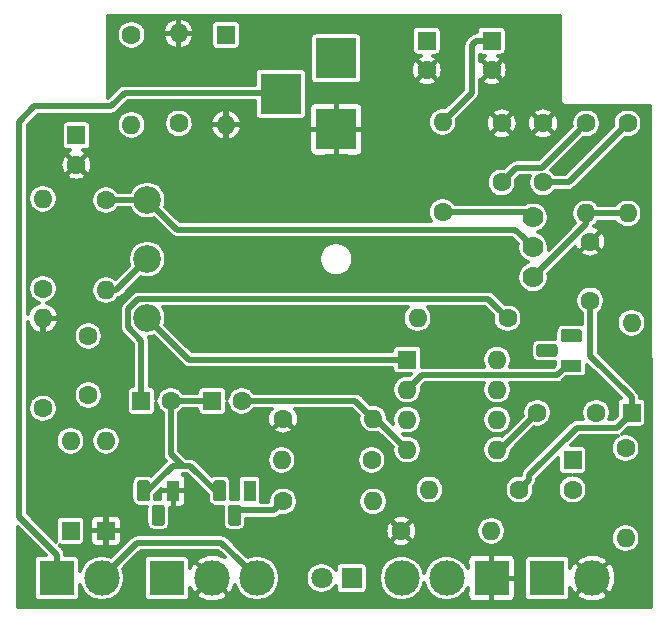
<source format=gbr>
G04 #@! TF.GenerationSoftware,KiCad,Pcbnew,(5.1.5-0-10_14)*
G04 #@! TF.CreationDate,2020-04-25T21:08:45+01:00*
G04 #@! TF.ProjectId,GlassBlower,476c6173-7342-46c6-9f77-65722e6b6963,rev?*
G04 #@! TF.SameCoordinates,Original*
G04 #@! TF.FileFunction,Copper,L2,Bot*
G04 #@! TF.FilePolarity,Positive*
%FSLAX46Y46*%
G04 Gerber Fmt 4.6, Leading zero omitted, Abs format (unit mm)*
G04 Created by KiCad (PCBNEW (5.1.5-0-10_14)) date 2020-04-25 21:08:45*
%MOMM*%
%LPD*%
G04 APERTURE LIST*
%ADD10R,1.600000X1.600000*%
%ADD11O,1.600000X1.600000*%
%ADD12C,1.600000*%
%ADD13C,2.340000*%
%ADD14C,2.999740*%
%ADD15R,2.999740X2.999740*%
%ADD16C,0.100000*%
%ADD17R,1.100000X1.800000*%
%ADD18R,3.500120X3.500120*%
%ADD19R,1.800000X1.800000*%
%ADD20C,1.800000*%
%ADD21R,1.800000X1.100000*%
%ADD22C,1.778000*%
%ADD23C,0.500000*%
%ADD24C,0.300000*%
G04 APERTURE END LIST*
D10*
X150340000Y-74000000D03*
D11*
X157960000Y-81620000D03*
X150340000Y-76540000D03*
X157960000Y-79080000D03*
X150340000Y-79080000D03*
X157960000Y-76540000D03*
X150340000Y-81620000D03*
X157960000Y-74000000D03*
D10*
X164340000Y-82500000D03*
D12*
X164340000Y-85000000D03*
X123340000Y-77000000D03*
X123340000Y-72000000D03*
D13*
X128340000Y-60500000D03*
X128340000Y-65500000D03*
X128340000Y-70500000D03*
D14*
X124500000Y-92500000D03*
D15*
X120690000Y-92500000D03*
G04 #@! TA.AperFunction,ComponentPad*
D16*
G36*
X136031955Y-86271324D02*
G01*
X136058650Y-86275284D01*
X136084828Y-86281841D01*
X136110238Y-86290933D01*
X136134634Y-86302472D01*
X136157782Y-86316346D01*
X136179458Y-86332422D01*
X136199454Y-86350546D01*
X136217578Y-86370542D01*
X136233654Y-86392218D01*
X136247528Y-86415366D01*
X136259067Y-86439762D01*
X136268159Y-86465172D01*
X136274716Y-86491350D01*
X136278676Y-86518045D01*
X136280000Y-86545000D01*
X136280000Y-87795000D01*
X136278676Y-87821955D01*
X136274716Y-87848650D01*
X136268159Y-87874828D01*
X136259067Y-87900238D01*
X136247528Y-87924634D01*
X136233654Y-87947782D01*
X136217578Y-87969458D01*
X136199454Y-87989454D01*
X136179458Y-88007578D01*
X136157782Y-88023654D01*
X136134634Y-88037528D01*
X136110238Y-88049067D01*
X136084828Y-88058159D01*
X136058650Y-88064716D01*
X136031955Y-88068676D01*
X136005000Y-88070000D01*
X135455000Y-88070000D01*
X135428045Y-88068676D01*
X135401350Y-88064716D01*
X135375172Y-88058159D01*
X135349762Y-88049067D01*
X135325366Y-88037528D01*
X135302218Y-88023654D01*
X135280542Y-88007578D01*
X135260546Y-87989454D01*
X135242422Y-87969458D01*
X135226346Y-87947782D01*
X135212472Y-87924634D01*
X135200933Y-87900238D01*
X135191841Y-87874828D01*
X135185284Y-87848650D01*
X135181324Y-87821955D01*
X135180000Y-87795000D01*
X135180000Y-86545000D01*
X135181324Y-86518045D01*
X135185284Y-86491350D01*
X135191841Y-86465172D01*
X135200933Y-86439762D01*
X135212472Y-86415366D01*
X135226346Y-86392218D01*
X135242422Y-86370542D01*
X135260546Y-86350546D01*
X135280542Y-86332422D01*
X135302218Y-86316346D01*
X135325366Y-86302472D01*
X135349762Y-86290933D01*
X135375172Y-86281841D01*
X135401350Y-86275284D01*
X135428045Y-86271324D01*
X135455000Y-86270000D01*
X136005000Y-86270000D01*
X136031955Y-86271324D01*
G37*
G04 #@! TD.AperFunction*
G04 #@! TA.AperFunction,ComponentPad*
G36*
X134761955Y-84201324D02*
G01*
X134788650Y-84205284D01*
X134814828Y-84211841D01*
X134840238Y-84220933D01*
X134864634Y-84232472D01*
X134887782Y-84246346D01*
X134909458Y-84262422D01*
X134929454Y-84280546D01*
X134947578Y-84300542D01*
X134963654Y-84322218D01*
X134977528Y-84345366D01*
X134989067Y-84369762D01*
X134998159Y-84395172D01*
X135004716Y-84421350D01*
X135008676Y-84448045D01*
X135010000Y-84475000D01*
X135010000Y-85725000D01*
X135008676Y-85751955D01*
X135004716Y-85778650D01*
X134998159Y-85804828D01*
X134989067Y-85830238D01*
X134977528Y-85854634D01*
X134963654Y-85877782D01*
X134947578Y-85899458D01*
X134929454Y-85919454D01*
X134909458Y-85937578D01*
X134887782Y-85953654D01*
X134864634Y-85967528D01*
X134840238Y-85979067D01*
X134814828Y-85988159D01*
X134788650Y-85994716D01*
X134761955Y-85998676D01*
X134735000Y-86000000D01*
X134185000Y-86000000D01*
X134158045Y-85998676D01*
X134131350Y-85994716D01*
X134105172Y-85988159D01*
X134079762Y-85979067D01*
X134055366Y-85967528D01*
X134032218Y-85953654D01*
X134010542Y-85937578D01*
X133990546Y-85919454D01*
X133972422Y-85899458D01*
X133956346Y-85877782D01*
X133942472Y-85854634D01*
X133930933Y-85830238D01*
X133921841Y-85804828D01*
X133915284Y-85778650D01*
X133911324Y-85751955D01*
X133910000Y-85725000D01*
X133910000Y-84475000D01*
X133911324Y-84448045D01*
X133915284Y-84421350D01*
X133921841Y-84395172D01*
X133930933Y-84369762D01*
X133942472Y-84345366D01*
X133956346Y-84322218D01*
X133972422Y-84300542D01*
X133990546Y-84280546D01*
X134010542Y-84262422D01*
X134032218Y-84246346D01*
X134055366Y-84232472D01*
X134079762Y-84220933D01*
X134105172Y-84211841D01*
X134131350Y-84205284D01*
X134158045Y-84201324D01*
X134185000Y-84200000D01*
X134735000Y-84200000D01*
X134761955Y-84201324D01*
G37*
G04 #@! TD.AperFunction*
D17*
X137000000Y-85100000D03*
D12*
X158840000Y-70500000D03*
D11*
X151220000Y-70500000D03*
D18*
X144340000Y-54500000D03*
X144340000Y-48500520D03*
X139641000Y-51500260D03*
D12*
X149840000Y-88500000D03*
D11*
X157460000Y-88500000D03*
D12*
X119500000Y-68000000D03*
D11*
X119500000Y-60380000D03*
D10*
X135000000Y-46500000D03*
D11*
X135000000Y-54120000D03*
X169340000Y-70880000D03*
D10*
X169340000Y-78500000D03*
D11*
X168840000Y-89120000D03*
D12*
X168840000Y-81500000D03*
D11*
X139720000Y-82500000D03*
D12*
X147340000Y-82500000D03*
X119500000Y-78120000D03*
D11*
X119500000Y-70500000D03*
D12*
X131000000Y-54000000D03*
D11*
X131000000Y-46380000D03*
X147460000Y-79000000D03*
D12*
X139840000Y-79000000D03*
D11*
X152220000Y-85000000D03*
D12*
X159840000Y-85000000D03*
X169000000Y-54000000D03*
D11*
X169000000Y-61620000D03*
X165500000Y-61620000D03*
D12*
X165500000Y-54000000D03*
D17*
X130540000Y-85100000D03*
G04 #@! TA.AperFunction,ComponentPad*
D16*
G36*
X128301955Y-84201324D02*
G01*
X128328650Y-84205284D01*
X128354828Y-84211841D01*
X128380238Y-84220933D01*
X128404634Y-84232472D01*
X128427782Y-84246346D01*
X128449458Y-84262422D01*
X128469454Y-84280546D01*
X128487578Y-84300542D01*
X128503654Y-84322218D01*
X128517528Y-84345366D01*
X128529067Y-84369762D01*
X128538159Y-84395172D01*
X128544716Y-84421350D01*
X128548676Y-84448045D01*
X128550000Y-84475000D01*
X128550000Y-85725000D01*
X128548676Y-85751955D01*
X128544716Y-85778650D01*
X128538159Y-85804828D01*
X128529067Y-85830238D01*
X128517528Y-85854634D01*
X128503654Y-85877782D01*
X128487578Y-85899458D01*
X128469454Y-85919454D01*
X128449458Y-85937578D01*
X128427782Y-85953654D01*
X128404634Y-85967528D01*
X128380238Y-85979067D01*
X128354828Y-85988159D01*
X128328650Y-85994716D01*
X128301955Y-85998676D01*
X128275000Y-86000000D01*
X127725000Y-86000000D01*
X127698045Y-85998676D01*
X127671350Y-85994716D01*
X127645172Y-85988159D01*
X127619762Y-85979067D01*
X127595366Y-85967528D01*
X127572218Y-85953654D01*
X127550542Y-85937578D01*
X127530546Y-85919454D01*
X127512422Y-85899458D01*
X127496346Y-85877782D01*
X127482472Y-85854634D01*
X127470933Y-85830238D01*
X127461841Y-85804828D01*
X127455284Y-85778650D01*
X127451324Y-85751955D01*
X127450000Y-85725000D01*
X127450000Y-84475000D01*
X127451324Y-84448045D01*
X127455284Y-84421350D01*
X127461841Y-84395172D01*
X127470933Y-84369762D01*
X127482472Y-84345366D01*
X127496346Y-84322218D01*
X127512422Y-84300542D01*
X127530546Y-84280546D01*
X127550542Y-84262422D01*
X127572218Y-84246346D01*
X127595366Y-84232472D01*
X127619762Y-84220933D01*
X127645172Y-84211841D01*
X127671350Y-84205284D01*
X127698045Y-84201324D01*
X127725000Y-84200000D01*
X128275000Y-84200000D01*
X128301955Y-84201324D01*
G37*
G04 #@! TD.AperFunction*
G04 #@! TA.AperFunction,ComponentPad*
G36*
X129571955Y-86271324D02*
G01*
X129598650Y-86275284D01*
X129624828Y-86281841D01*
X129650238Y-86290933D01*
X129674634Y-86302472D01*
X129697782Y-86316346D01*
X129719458Y-86332422D01*
X129739454Y-86350546D01*
X129757578Y-86370542D01*
X129773654Y-86392218D01*
X129787528Y-86415366D01*
X129799067Y-86439762D01*
X129808159Y-86465172D01*
X129814716Y-86491350D01*
X129818676Y-86518045D01*
X129820000Y-86545000D01*
X129820000Y-87795000D01*
X129818676Y-87821955D01*
X129814716Y-87848650D01*
X129808159Y-87874828D01*
X129799067Y-87900238D01*
X129787528Y-87924634D01*
X129773654Y-87947782D01*
X129757578Y-87969458D01*
X129739454Y-87989454D01*
X129719458Y-88007578D01*
X129697782Y-88023654D01*
X129674634Y-88037528D01*
X129650238Y-88049067D01*
X129624828Y-88058159D01*
X129598650Y-88064716D01*
X129571955Y-88068676D01*
X129545000Y-88070000D01*
X128995000Y-88070000D01*
X128968045Y-88068676D01*
X128941350Y-88064716D01*
X128915172Y-88058159D01*
X128889762Y-88049067D01*
X128865366Y-88037528D01*
X128842218Y-88023654D01*
X128820542Y-88007578D01*
X128800546Y-87989454D01*
X128782422Y-87969458D01*
X128766346Y-87947782D01*
X128752472Y-87924634D01*
X128740933Y-87900238D01*
X128731841Y-87874828D01*
X128725284Y-87848650D01*
X128721324Y-87821955D01*
X128720000Y-87795000D01*
X128720000Y-86545000D01*
X128721324Y-86518045D01*
X128725284Y-86491350D01*
X128731841Y-86465172D01*
X128740933Y-86439762D01*
X128752472Y-86415366D01*
X128766346Y-86392218D01*
X128782422Y-86370542D01*
X128800546Y-86350546D01*
X128820542Y-86332422D01*
X128842218Y-86316346D01*
X128865366Y-86302472D01*
X128889762Y-86290933D01*
X128915172Y-86281841D01*
X128941350Y-86275284D01*
X128968045Y-86271324D01*
X128995000Y-86270000D01*
X129545000Y-86270000D01*
X129571955Y-86271324D01*
G37*
G04 #@! TD.AperFunction*
D12*
X152000000Y-49500000D03*
D10*
X152000000Y-47000000D03*
X133840000Y-77500000D03*
D12*
X136340000Y-77500000D03*
X127000000Y-46500000D03*
D11*
X127000000Y-54120000D03*
D12*
X139840000Y-86000000D03*
D11*
X147460000Y-86000000D03*
D12*
X153340000Y-61500000D03*
D11*
X153340000Y-53880000D03*
D12*
X130340000Y-77500000D03*
D10*
X127840000Y-77500000D03*
X122340000Y-55000000D03*
D12*
X122340000Y-57500000D03*
X165840000Y-69000000D03*
X165840000Y-64000000D03*
X166340000Y-78500000D03*
X161340000Y-78500000D03*
D10*
X157500000Y-47000000D03*
D12*
X157500000Y-49500000D03*
X161840000Y-59000000D03*
X161840000Y-54000000D03*
X158340000Y-54000000D03*
X158340000Y-59000000D03*
D10*
X121840000Y-88500000D03*
D11*
X121840000Y-80880000D03*
X124840000Y-80880000D03*
D10*
X124840000Y-88500000D03*
D19*
X145630000Y-92500000D03*
D20*
X143090000Y-92500000D03*
D15*
X162190000Y-92500000D03*
D14*
X166000000Y-92500000D03*
D15*
X130000000Y-92500000D03*
D14*
X133810000Y-92500000D03*
X137620000Y-92500000D03*
G04 #@! TA.AperFunction,ComponentPad*
D16*
G36*
X162821955Y-72681324D02*
G01*
X162848650Y-72685284D01*
X162874828Y-72691841D01*
X162900238Y-72700933D01*
X162924634Y-72712472D01*
X162947782Y-72726346D01*
X162969458Y-72742422D01*
X162989454Y-72760546D01*
X163007578Y-72780542D01*
X163023654Y-72802218D01*
X163037528Y-72825366D01*
X163049067Y-72849762D01*
X163058159Y-72875172D01*
X163064716Y-72901350D01*
X163068676Y-72928045D01*
X163070000Y-72955000D01*
X163070000Y-73505000D01*
X163068676Y-73531955D01*
X163064716Y-73558650D01*
X163058159Y-73584828D01*
X163049067Y-73610238D01*
X163037528Y-73634634D01*
X163023654Y-73657782D01*
X163007578Y-73679458D01*
X162989454Y-73699454D01*
X162969458Y-73717578D01*
X162947782Y-73733654D01*
X162924634Y-73747528D01*
X162900238Y-73759067D01*
X162874828Y-73768159D01*
X162848650Y-73774716D01*
X162821955Y-73778676D01*
X162795000Y-73780000D01*
X161545000Y-73780000D01*
X161518045Y-73778676D01*
X161491350Y-73774716D01*
X161465172Y-73768159D01*
X161439762Y-73759067D01*
X161415366Y-73747528D01*
X161392218Y-73733654D01*
X161370542Y-73717578D01*
X161350546Y-73699454D01*
X161332422Y-73679458D01*
X161316346Y-73657782D01*
X161302472Y-73634634D01*
X161290933Y-73610238D01*
X161281841Y-73584828D01*
X161275284Y-73558650D01*
X161271324Y-73531955D01*
X161270000Y-73505000D01*
X161270000Y-72955000D01*
X161271324Y-72928045D01*
X161275284Y-72901350D01*
X161281841Y-72875172D01*
X161290933Y-72849762D01*
X161302472Y-72825366D01*
X161316346Y-72802218D01*
X161332422Y-72780542D01*
X161350546Y-72760546D01*
X161370542Y-72742422D01*
X161392218Y-72726346D01*
X161415366Y-72712472D01*
X161439762Y-72700933D01*
X161465172Y-72691841D01*
X161491350Y-72685284D01*
X161518045Y-72681324D01*
X161545000Y-72680000D01*
X162795000Y-72680000D01*
X162821955Y-72681324D01*
G37*
G04 #@! TD.AperFunction*
G04 #@! TA.AperFunction,ComponentPad*
G36*
X164891955Y-71411324D02*
G01*
X164918650Y-71415284D01*
X164944828Y-71421841D01*
X164970238Y-71430933D01*
X164994634Y-71442472D01*
X165017782Y-71456346D01*
X165039458Y-71472422D01*
X165059454Y-71490546D01*
X165077578Y-71510542D01*
X165093654Y-71532218D01*
X165107528Y-71555366D01*
X165119067Y-71579762D01*
X165128159Y-71605172D01*
X165134716Y-71631350D01*
X165138676Y-71658045D01*
X165140000Y-71685000D01*
X165140000Y-72235000D01*
X165138676Y-72261955D01*
X165134716Y-72288650D01*
X165128159Y-72314828D01*
X165119067Y-72340238D01*
X165107528Y-72364634D01*
X165093654Y-72387782D01*
X165077578Y-72409458D01*
X165059454Y-72429454D01*
X165039458Y-72447578D01*
X165017782Y-72463654D01*
X164994634Y-72477528D01*
X164970238Y-72489067D01*
X164944828Y-72498159D01*
X164918650Y-72504716D01*
X164891955Y-72508676D01*
X164865000Y-72510000D01*
X163615000Y-72510000D01*
X163588045Y-72508676D01*
X163561350Y-72504716D01*
X163535172Y-72498159D01*
X163509762Y-72489067D01*
X163485366Y-72477528D01*
X163462218Y-72463654D01*
X163440542Y-72447578D01*
X163420546Y-72429454D01*
X163402422Y-72409458D01*
X163386346Y-72387782D01*
X163372472Y-72364634D01*
X163360933Y-72340238D01*
X163351841Y-72314828D01*
X163345284Y-72288650D01*
X163341324Y-72261955D01*
X163340000Y-72235000D01*
X163340000Y-71685000D01*
X163341324Y-71658045D01*
X163345284Y-71631350D01*
X163351841Y-71605172D01*
X163360933Y-71579762D01*
X163372472Y-71555366D01*
X163386346Y-71532218D01*
X163402422Y-71510542D01*
X163420546Y-71490546D01*
X163440542Y-71472422D01*
X163462218Y-71456346D01*
X163485366Y-71442472D01*
X163509762Y-71430933D01*
X163535172Y-71421841D01*
X163561350Y-71415284D01*
X163588045Y-71411324D01*
X163615000Y-71410000D01*
X164865000Y-71410000D01*
X164891955Y-71411324D01*
G37*
G04 #@! TD.AperFunction*
D21*
X164240000Y-74500000D03*
D12*
X124840000Y-60500000D03*
D11*
X124840000Y-68120000D03*
D14*
X149880000Y-92500000D03*
X153690000Y-92500000D03*
D15*
X157500000Y-92500000D03*
D22*
X161000000Y-67040000D03*
X161000000Y-64500000D03*
X161000000Y-61960000D03*
D23*
X163050001Y-75289999D02*
X163840000Y-74500000D01*
X151590001Y-75289999D02*
X163050001Y-75289999D01*
X150340000Y-76540000D02*
X151590001Y-75289999D01*
X125720000Y-68120000D02*
X128340000Y-65500000D01*
X124840000Y-68120000D02*
X125720000Y-68120000D01*
X136120131Y-91000131D02*
X137620000Y-92500000D01*
X127500000Y-89500000D02*
X134620000Y-89500000D01*
X134620000Y-89500000D02*
X136120131Y-91000131D01*
X124500000Y-92500000D02*
X127500000Y-89500000D01*
X120690000Y-90500130D02*
X120690000Y-92500000D01*
X117500000Y-87310130D02*
X120690000Y-90500130D01*
X125284990Y-52555010D02*
X118784990Y-52555010D01*
X117500000Y-53840000D02*
X117500000Y-87310130D01*
X118784990Y-52555010D02*
X117500000Y-53840000D01*
X126419600Y-51420400D02*
X125284990Y-52555010D01*
X139446000Y-51420400D02*
X126419600Y-51420400D01*
X157219999Y-68879999D02*
X158040001Y-69700001D01*
X126719999Y-71277601D02*
X126719999Y-69722399D01*
X127562399Y-68879999D02*
X157219999Y-68879999D01*
X126719999Y-69722399D02*
X127562399Y-68879999D01*
X127840000Y-72397602D02*
X126719999Y-71277601D01*
X158040001Y-69700001D02*
X158840000Y-70500000D01*
X127840000Y-77500000D02*
X127840000Y-72397602D01*
X130500000Y-83000000D02*
X128000000Y-85500000D01*
X134460000Y-85500000D02*
X131960000Y-83000000D01*
X130340000Y-82000000D02*
X131340000Y-83000000D01*
X130340000Y-77500000D02*
X130340000Y-82000000D01*
X131340000Y-83000000D02*
X130500000Y-83000000D01*
X131960000Y-83000000D02*
X131340000Y-83000000D01*
X130340000Y-77500000D02*
X133840000Y-77500000D01*
X168089999Y-79750001D02*
X169340000Y-78500000D01*
X164679997Y-79750001D02*
X168089999Y-79750001D01*
X160639999Y-84200001D02*
X160639999Y-83789999D01*
X160639999Y-83789999D02*
X164679997Y-79750001D01*
X159840000Y-85000000D02*
X160639999Y-84200001D01*
X165840000Y-70131370D02*
X165840000Y-69000000D01*
X165840000Y-73700000D02*
X165840000Y-70131370D01*
X169340000Y-77200000D02*
X165840000Y-73700000D01*
X169340000Y-78500000D02*
X169340000Y-77200000D01*
X131840000Y-74000000D02*
X150340000Y-74000000D01*
X128340000Y-70500000D02*
X131840000Y-74000000D01*
X158220000Y-81620000D02*
X161340000Y-78500000D01*
X157960000Y-81620000D02*
X158220000Y-81620000D01*
X145960000Y-77500000D02*
X147460000Y-79000000D01*
X136340000Y-77500000D02*
X145960000Y-77500000D01*
X147720000Y-79000000D02*
X150340000Y-81620000D01*
X147460000Y-79000000D02*
X147720000Y-79000000D01*
X156200000Y-47000000D02*
X157500000Y-47000000D01*
X155799999Y-47400001D02*
X156200000Y-47000000D01*
X155799999Y-51420001D02*
X155799999Y-47400001D01*
X153340000Y-53880000D02*
X155799999Y-51420001D01*
X164000000Y-59000000D02*
X169000000Y-54000000D01*
X161840000Y-59000000D02*
X164000000Y-59000000D01*
X164700001Y-54799999D02*
X165500000Y-54000000D01*
X159590001Y-57749999D02*
X161750001Y-57749999D01*
X161750001Y-57749999D02*
X164700001Y-54799999D01*
X158340000Y-59000000D02*
X159590001Y-57749999D01*
X139070000Y-86770000D02*
X139840000Y-86000000D01*
X135730000Y-86770000D02*
X139070000Y-86770000D01*
X124840000Y-60500000D02*
X128340000Y-60500000D01*
X159500000Y-63000000D02*
X160111001Y-63611001D01*
X160111001Y-63611001D02*
X161000000Y-64500000D01*
X130840000Y-63000000D02*
X159500000Y-63000000D01*
X128340000Y-60500000D02*
X130840000Y-63000000D01*
X160540000Y-61500000D02*
X161000000Y-61960000D01*
X153340000Y-61500000D02*
X160540000Y-61500000D01*
X165500000Y-62540000D02*
X165500000Y-61620000D01*
X161000000Y-67040000D02*
X165500000Y-62540000D01*
X165500000Y-61620000D02*
X169000000Y-61620000D01*
D24*
G36*
X163305001Y-52004202D02*
G01*
X163302460Y-52030000D01*
X163312597Y-52132918D01*
X163342617Y-52231881D01*
X163391367Y-52323086D01*
X163456973Y-52403027D01*
X163536914Y-52468633D01*
X163628119Y-52517383D01*
X163727082Y-52547403D01*
X163804212Y-52555000D01*
X163830000Y-52557540D01*
X163855788Y-52555000D01*
X170925604Y-52555000D01*
X170974397Y-94975000D01*
X117365000Y-94975000D01*
X117365000Y-88165079D01*
X119747874Y-90547953D01*
X119190130Y-90547953D01*
X119101915Y-90556641D01*
X119017089Y-90582373D01*
X118938914Y-90624159D01*
X118870393Y-90680393D01*
X118814159Y-90748914D01*
X118772373Y-90827089D01*
X118746641Y-90911915D01*
X118737953Y-91000130D01*
X118737953Y-93999870D01*
X118746641Y-94088085D01*
X118772373Y-94172911D01*
X118814159Y-94251086D01*
X118870393Y-94319607D01*
X118938914Y-94375841D01*
X119017089Y-94417627D01*
X119101915Y-94443359D01*
X119190130Y-94452047D01*
X122189870Y-94452047D01*
X122278085Y-94443359D01*
X122362911Y-94417627D01*
X122441086Y-94375841D01*
X122509607Y-94319607D01*
X122565841Y-94251086D01*
X122607627Y-94172911D01*
X122633359Y-94088085D01*
X122642047Y-93999870D01*
X122642047Y-93109762D01*
X122772047Y-93423610D01*
X122985437Y-93742970D01*
X123257030Y-94014563D01*
X123576390Y-94227953D01*
X123931244Y-94374938D01*
X124307955Y-94449870D01*
X124692045Y-94449870D01*
X125068756Y-94374938D01*
X125423610Y-94227953D01*
X125742970Y-94014563D01*
X126014563Y-93742970D01*
X126227953Y-93423610D01*
X126374938Y-93068756D01*
X126449870Y-92692045D01*
X126449870Y-92307955D01*
X126374938Y-91931244D01*
X126282316Y-91707634D01*
X126989820Y-91000130D01*
X128047953Y-91000130D01*
X128047953Y-93999870D01*
X128056641Y-94088085D01*
X128082373Y-94172911D01*
X128124159Y-94251086D01*
X128180393Y-94319607D01*
X128248914Y-94375841D01*
X128327089Y-94417627D01*
X128411915Y-94443359D01*
X128500130Y-94452047D01*
X131499870Y-94452047D01*
X131588085Y-94443359D01*
X131672911Y-94417627D01*
X131751086Y-94375841D01*
X131819607Y-94319607D01*
X131875841Y-94251086D01*
X131917627Y-94172911D01*
X131943359Y-94088085D01*
X131952047Y-93999870D01*
X131952047Y-93894159D01*
X132486552Y-93894159D01*
X132640095Y-94195301D01*
X132993311Y-94390964D01*
X133377912Y-94513958D01*
X133779119Y-94559557D01*
X134181512Y-94526007D01*
X134569627Y-94414600D01*
X134928551Y-94229616D01*
X134979905Y-94195301D01*
X135133448Y-93894159D01*
X133810000Y-92570711D01*
X132486552Y-93894159D01*
X131952047Y-93894159D01*
X131952047Y-93369539D01*
X132080384Y-93618551D01*
X132114699Y-93669905D01*
X132415841Y-93823448D01*
X133739289Y-92500000D01*
X132415841Y-91176552D01*
X132114699Y-91330095D01*
X131952047Y-91623719D01*
X131952047Y-91000130D01*
X131943359Y-90911915D01*
X131917627Y-90827089D01*
X131875841Y-90748914D01*
X131819607Y-90680393D01*
X131751086Y-90624159D01*
X131672911Y-90582373D01*
X131588085Y-90556641D01*
X131499870Y-90547953D01*
X128500130Y-90547953D01*
X128411915Y-90556641D01*
X128327089Y-90582373D01*
X128248914Y-90624159D01*
X128180393Y-90680393D01*
X128124159Y-90748914D01*
X128082373Y-90827089D01*
X128056641Y-90911915D01*
X128047953Y-91000130D01*
X126989820Y-91000130D01*
X127789950Y-90200000D01*
X134330051Y-90200000D01*
X134878671Y-90748621D01*
X134626689Y-90609036D01*
X134242088Y-90486042D01*
X133840881Y-90440443D01*
X133438488Y-90473993D01*
X133050373Y-90585400D01*
X132691449Y-90770384D01*
X132640095Y-90804699D01*
X132486552Y-91105841D01*
X133810000Y-92429289D01*
X133824142Y-92415147D01*
X133894853Y-92485858D01*
X133880711Y-92500000D01*
X135204159Y-93823448D01*
X135505301Y-93669905D01*
X135700964Y-93316689D01*
X135764920Y-93116698D01*
X135892047Y-93423610D01*
X136105437Y-93742970D01*
X136377030Y-94014563D01*
X136696390Y-94227953D01*
X137051244Y-94374938D01*
X137427955Y-94449870D01*
X137812045Y-94449870D01*
X138188756Y-94374938D01*
X138543610Y-94227953D01*
X138862970Y-94014563D01*
X139134563Y-93742970D01*
X139347953Y-93423610D01*
X139494938Y-93068756D01*
X139569870Y-92692045D01*
X139569870Y-92367037D01*
X141740000Y-92367037D01*
X141740000Y-92632963D01*
X141791880Y-92893780D01*
X141893646Y-93139465D01*
X142041387Y-93360575D01*
X142229425Y-93548613D01*
X142450535Y-93696354D01*
X142696220Y-93798120D01*
X142957037Y-93850000D01*
X143222963Y-93850000D01*
X143483780Y-93798120D01*
X143729465Y-93696354D01*
X143950575Y-93548613D01*
X144138613Y-93360575D01*
X144277823Y-93152233D01*
X144277823Y-93400000D01*
X144286511Y-93488215D01*
X144312243Y-93573041D01*
X144354029Y-93651216D01*
X144410263Y-93719737D01*
X144478784Y-93775971D01*
X144556959Y-93817757D01*
X144641785Y-93843489D01*
X144730000Y-93852177D01*
X146530000Y-93852177D01*
X146618215Y-93843489D01*
X146703041Y-93817757D01*
X146781216Y-93775971D01*
X146849737Y-93719737D01*
X146905971Y-93651216D01*
X146947757Y-93573041D01*
X146973489Y-93488215D01*
X146982177Y-93400000D01*
X146982177Y-92307955D01*
X147930130Y-92307955D01*
X147930130Y-92692045D01*
X148005062Y-93068756D01*
X148152047Y-93423610D01*
X148365437Y-93742970D01*
X148637030Y-94014563D01*
X148956390Y-94227953D01*
X149311244Y-94374938D01*
X149687955Y-94449870D01*
X150072045Y-94449870D01*
X150448756Y-94374938D01*
X150803610Y-94227953D01*
X151122970Y-94014563D01*
X151394563Y-93742970D01*
X151607953Y-93423610D01*
X151754938Y-93068756D01*
X151785000Y-92917623D01*
X151815062Y-93068756D01*
X151962047Y-93423610D01*
X152175437Y-93742970D01*
X152447030Y-94014563D01*
X152766390Y-94227953D01*
X153121244Y-94374938D01*
X153497955Y-94449870D01*
X153882045Y-94449870D01*
X154258756Y-94374938D01*
X154613610Y-94227953D01*
X154932970Y-94014563D01*
X155204563Y-93742970D01*
X155417953Y-93423610D01*
X155448788Y-93349167D01*
X155447469Y-93999870D01*
X155458088Y-94107689D01*
X155489538Y-94211364D01*
X155540609Y-94306912D01*
X155609340Y-94390660D01*
X155693088Y-94459391D01*
X155788636Y-94510462D01*
X155892311Y-94541912D01*
X156000130Y-94552531D01*
X157312500Y-94549870D01*
X157450000Y-94412370D01*
X157450000Y-92550000D01*
X157550000Y-92550000D01*
X157550000Y-94412370D01*
X157687500Y-94549870D01*
X158999870Y-94552531D01*
X159107689Y-94541912D01*
X159211364Y-94510462D01*
X159306912Y-94459391D01*
X159390660Y-94390660D01*
X159459391Y-94306912D01*
X159510462Y-94211364D01*
X159541912Y-94107689D01*
X159552531Y-93999870D01*
X159549870Y-92687500D01*
X159412370Y-92550000D01*
X157550000Y-92550000D01*
X157450000Y-92550000D01*
X157430000Y-92550000D01*
X157430000Y-92450000D01*
X157450000Y-92450000D01*
X157450000Y-90587630D01*
X157550000Y-90587630D01*
X157550000Y-92450000D01*
X159412370Y-92450000D01*
X159549870Y-92312500D01*
X159552531Y-91000130D01*
X160237953Y-91000130D01*
X160237953Y-93999870D01*
X160246641Y-94088085D01*
X160272373Y-94172911D01*
X160314159Y-94251086D01*
X160370393Y-94319607D01*
X160438914Y-94375841D01*
X160517089Y-94417627D01*
X160601915Y-94443359D01*
X160690130Y-94452047D01*
X163689870Y-94452047D01*
X163778085Y-94443359D01*
X163862911Y-94417627D01*
X163941086Y-94375841D01*
X164009607Y-94319607D01*
X164065841Y-94251086D01*
X164107627Y-94172911D01*
X164133359Y-94088085D01*
X164142047Y-93999870D01*
X164142047Y-93894159D01*
X164676552Y-93894159D01*
X164830095Y-94195301D01*
X165183311Y-94390964D01*
X165567912Y-94513958D01*
X165969119Y-94559557D01*
X166371512Y-94526007D01*
X166759627Y-94414600D01*
X167118551Y-94229616D01*
X167169905Y-94195301D01*
X167323448Y-93894159D01*
X166000000Y-92570711D01*
X164676552Y-93894159D01*
X164142047Y-93894159D01*
X164142047Y-93369539D01*
X164270384Y-93618551D01*
X164304699Y-93669905D01*
X164605841Y-93823448D01*
X165929289Y-92500000D01*
X166070711Y-92500000D01*
X167394159Y-93823448D01*
X167695301Y-93669905D01*
X167890964Y-93316689D01*
X168013958Y-92932088D01*
X168059557Y-92530881D01*
X168026007Y-92128488D01*
X167914600Y-91740373D01*
X167729616Y-91381449D01*
X167695301Y-91330095D01*
X167394159Y-91176552D01*
X166070711Y-92500000D01*
X165929289Y-92500000D01*
X164605841Y-91176552D01*
X164304699Y-91330095D01*
X164142047Y-91623719D01*
X164142047Y-91105841D01*
X164676552Y-91105841D01*
X166000000Y-92429289D01*
X167323448Y-91105841D01*
X167169905Y-90804699D01*
X166816689Y-90609036D01*
X166432088Y-90486042D01*
X166030881Y-90440443D01*
X165628488Y-90473993D01*
X165240373Y-90585400D01*
X164881449Y-90770384D01*
X164830095Y-90804699D01*
X164676552Y-91105841D01*
X164142047Y-91105841D01*
X164142047Y-91000130D01*
X164133359Y-90911915D01*
X164107627Y-90827089D01*
X164065841Y-90748914D01*
X164009607Y-90680393D01*
X163941086Y-90624159D01*
X163862911Y-90582373D01*
X163778085Y-90556641D01*
X163689870Y-90547953D01*
X160690130Y-90547953D01*
X160601915Y-90556641D01*
X160517089Y-90582373D01*
X160438914Y-90624159D01*
X160370393Y-90680393D01*
X160314159Y-90748914D01*
X160272373Y-90827089D01*
X160246641Y-90911915D01*
X160237953Y-91000130D01*
X159552531Y-91000130D01*
X159541912Y-90892311D01*
X159510462Y-90788636D01*
X159459391Y-90693088D01*
X159390660Y-90609340D01*
X159306912Y-90540609D01*
X159211364Y-90489538D01*
X159107689Y-90458088D01*
X158999870Y-90447469D01*
X157687500Y-90450130D01*
X157550000Y-90587630D01*
X157450000Y-90587630D01*
X157312500Y-90450130D01*
X156000130Y-90447469D01*
X155892311Y-90458088D01*
X155788636Y-90489538D01*
X155693088Y-90540609D01*
X155609340Y-90609340D01*
X155540609Y-90693088D01*
X155489538Y-90788636D01*
X155458088Y-90892311D01*
X155447469Y-91000130D01*
X155448788Y-91650833D01*
X155417953Y-91576390D01*
X155204563Y-91257030D01*
X154932970Y-90985437D01*
X154613610Y-90772047D01*
X154258756Y-90625062D01*
X153882045Y-90550130D01*
X153497955Y-90550130D01*
X153121244Y-90625062D01*
X152766390Y-90772047D01*
X152447030Y-90985437D01*
X152175437Y-91257030D01*
X151962047Y-91576390D01*
X151815062Y-91931244D01*
X151785000Y-92082377D01*
X151754938Y-91931244D01*
X151607953Y-91576390D01*
X151394563Y-91257030D01*
X151122970Y-90985437D01*
X150803610Y-90772047D01*
X150448756Y-90625062D01*
X150072045Y-90550130D01*
X149687955Y-90550130D01*
X149311244Y-90625062D01*
X148956390Y-90772047D01*
X148637030Y-90985437D01*
X148365437Y-91257030D01*
X148152047Y-91576390D01*
X148005062Y-91931244D01*
X147930130Y-92307955D01*
X146982177Y-92307955D01*
X146982177Y-91600000D01*
X146973489Y-91511785D01*
X146947757Y-91426959D01*
X146905971Y-91348784D01*
X146849737Y-91280263D01*
X146781216Y-91224029D01*
X146703041Y-91182243D01*
X146618215Y-91156511D01*
X146530000Y-91147823D01*
X144730000Y-91147823D01*
X144641785Y-91156511D01*
X144556959Y-91182243D01*
X144478784Y-91224029D01*
X144410263Y-91280263D01*
X144354029Y-91348784D01*
X144312243Y-91426959D01*
X144286511Y-91511785D01*
X144277823Y-91600000D01*
X144277823Y-91847767D01*
X144138613Y-91639425D01*
X143950575Y-91451387D01*
X143729465Y-91303646D01*
X143483780Y-91201880D01*
X143222963Y-91150000D01*
X142957037Y-91150000D01*
X142696220Y-91201880D01*
X142450535Y-91303646D01*
X142229425Y-91451387D01*
X142041387Y-91639425D01*
X141893646Y-91860535D01*
X141791880Y-92106220D01*
X141740000Y-92367037D01*
X139569870Y-92367037D01*
X139569870Y-92307955D01*
X139494938Y-91931244D01*
X139347953Y-91576390D01*
X139134563Y-91257030D01*
X138862970Y-90985437D01*
X138543610Y-90772047D01*
X138188756Y-90625062D01*
X137812045Y-90550130D01*
X137427955Y-90550130D01*
X137051244Y-90625062D01*
X136827633Y-90717684D01*
X136639427Y-90529478D01*
X136639423Y-90529473D01*
X135506566Y-89396616D01*
X149014095Y-89396616D01*
X149083644Y-89626101D01*
X149317869Y-89752021D01*
X149572159Y-89829827D01*
X149836742Y-89856528D01*
X150101449Y-89831098D01*
X150356110Y-89754515D01*
X150590937Y-89629721D01*
X150596356Y-89626101D01*
X150665905Y-89396616D01*
X149840000Y-88570711D01*
X149014095Y-89396616D01*
X135506566Y-89396616D01*
X135139296Y-89029347D01*
X135117370Y-89002630D01*
X135010781Y-88915155D01*
X134889175Y-88850155D01*
X134757224Y-88810128D01*
X134654390Y-88800000D01*
X134654387Y-88800000D01*
X134620000Y-88796613D01*
X134585613Y-88800000D01*
X127534387Y-88800000D01*
X127500000Y-88796613D01*
X127465613Y-88800000D01*
X127465610Y-88800000D01*
X127362776Y-88810128D01*
X127230825Y-88850155D01*
X127109219Y-88915155D01*
X127002630Y-89002630D01*
X126980709Y-89029341D01*
X125292366Y-90717684D01*
X125068756Y-90625062D01*
X124692045Y-90550130D01*
X124307955Y-90550130D01*
X123931244Y-90625062D01*
X123576390Y-90772047D01*
X123257030Y-90985437D01*
X122985437Y-91257030D01*
X122772047Y-91576390D01*
X122642047Y-91890238D01*
X122642047Y-91000130D01*
X122633359Y-90911915D01*
X122607627Y-90827089D01*
X122565841Y-90748914D01*
X122509607Y-90680393D01*
X122441086Y-90624159D01*
X122362911Y-90582373D01*
X122278085Y-90556641D01*
X122189870Y-90547953D01*
X121390000Y-90547953D01*
X121390000Y-90534516D01*
X121393387Y-90500129D01*
X121389246Y-90458088D01*
X121379872Y-90362906D01*
X121339845Y-90230955D01*
X121274846Y-90109350D01*
X121274845Y-90109348D01*
X121209291Y-90029472D01*
X121187369Y-90002760D01*
X121160658Y-89980839D01*
X120910908Y-89731089D01*
X120951785Y-89743489D01*
X121040000Y-89752177D01*
X122640000Y-89752177D01*
X122728215Y-89743489D01*
X122813041Y-89717757D01*
X122891216Y-89675971D01*
X122959737Y-89619737D01*
X123015971Y-89551216D01*
X123057757Y-89473041D01*
X123083489Y-89388215D01*
X123092177Y-89300000D01*
X123487339Y-89300000D01*
X123497958Y-89407819D01*
X123529408Y-89511494D01*
X123580479Y-89607042D01*
X123649210Y-89690790D01*
X123732958Y-89759521D01*
X123828506Y-89810592D01*
X123932181Y-89842042D01*
X124040000Y-89852661D01*
X124652500Y-89850000D01*
X124790000Y-89712500D01*
X124790000Y-88550000D01*
X124890000Y-88550000D01*
X124890000Y-89712500D01*
X125027500Y-89850000D01*
X125640000Y-89852661D01*
X125747819Y-89842042D01*
X125851494Y-89810592D01*
X125947042Y-89759521D01*
X126030790Y-89690790D01*
X126099521Y-89607042D01*
X126150592Y-89511494D01*
X126182042Y-89407819D01*
X126192661Y-89300000D01*
X126190000Y-88687500D01*
X126052500Y-88550000D01*
X124890000Y-88550000D01*
X124790000Y-88550000D01*
X123627500Y-88550000D01*
X123490000Y-88687500D01*
X123487339Y-89300000D01*
X123092177Y-89300000D01*
X123092177Y-87700000D01*
X123487339Y-87700000D01*
X123490000Y-88312500D01*
X123627500Y-88450000D01*
X124790000Y-88450000D01*
X124790000Y-87287500D01*
X124890000Y-87287500D01*
X124890000Y-88450000D01*
X126052500Y-88450000D01*
X126190000Y-88312500D01*
X126192661Y-87700000D01*
X126182042Y-87592181D01*
X126150592Y-87488506D01*
X126099521Y-87392958D01*
X126030790Y-87309210D01*
X125947042Y-87240479D01*
X125851494Y-87189408D01*
X125747819Y-87157958D01*
X125640000Y-87147339D01*
X125027500Y-87150000D01*
X124890000Y-87287500D01*
X124790000Y-87287500D01*
X124652500Y-87150000D01*
X124040000Y-87147339D01*
X123932181Y-87157958D01*
X123828506Y-87189408D01*
X123732958Y-87240479D01*
X123649210Y-87309210D01*
X123580479Y-87392958D01*
X123529408Y-87488506D01*
X123497958Y-87592181D01*
X123487339Y-87700000D01*
X123092177Y-87700000D01*
X123083489Y-87611785D01*
X123057757Y-87526959D01*
X123015971Y-87448784D01*
X122959737Y-87380263D01*
X122891216Y-87324029D01*
X122813041Y-87282243D01*
X122728215Y-87256511D01*
X122640000Y-87247823D01*
X121040000Y-87247823D01*
X120951785Y-87256511D01*
X120866959Y-87282243D01*
X120788784Y-87324029D01*
X120720263Y-87380263D01*
X120664029Y-87448784D01*
X120622243Y-87526959D01*
X120596511Y-87611785D01*
X120587823Y-87700000D01*
X120587823Y-89300000D01*
X120596511Y-89388215D01*
X120608911Y-89429092D01*
X118200000Y-87020181D01*
X118200000Y-80756886D01*
X120590000Y-80756886D01*
X120590000Y-81003114D01*
X120638037Y-81244611D01*
X120732265Y-81472097D01*
X120869062Y-81676828D01*
X121043172Y-81850938D01*
X121247903Y-81987735D01*
X121475389Y-82081963D01*
X121716886Y-82130000D01*
X121963114Y-82130000D01*
X122204611Y-82081963D01*
X122432097Y-81987735D01*
X122636828Y-81850938D01*
X122810938Y-81676828D01*
X122947735Y-81472097D01*
X123041963Y-81244611D01*
X123090000Y-81003114D01*
X123090000Y-80756886D01*
X123590000Y-80756886D01*
X123590000Y-81003114D01*
X123638037Y-81244611D01*
X123732265Y-81472097D01*
X123869062Y-81676828D01*
X124043172Y-81850938D01*
X124247903Y-81987735D01*
X124475389Y-82081963D01*
X124716886Y-82130000D01*
X124963114Y-82130000D01*
X125204611Y-82081963D01*
X125432097Y-81987735D01*
X125636828Y-81850938D01*
X125810938Y-81676828D01*
X125947735Y-81472097D01*
X126041963Y-81244611D01*
X126090000Y-81003114D01*
X126090000Y-80756886D01*
X126041963Y-80515389D01*
X125947735Y-80287903D01*
X125810938Y-80083172D01*
X125636828Y-79909062D01*
X125432097Y-79772265D01*
X125204611Y-79678037D01*
X124963114Y-79630000D01*
X124716886Y-79630000D01*
X124475389Y-79678037D01*
X124247903Y-79772265D01*
X124043172Y-79909062D01*
X123869062Y-80083172D01*
X123732265Y-80287903D01*
X123638037Y-80515389D01*
X123590000Y-80756886D01*
X123090000Y-80756886D01*
X123041963Y-80515389D01*
X122947735Y-80287903D01*
X122810938Y-80083172D01*
X122636828Y-79909062D01*
X122432097Y-79772265D01*
X122204611Y-79678037D01*
X121963114Y-79630000D01*
X121716886Y-79630000D01*
X121475389Y-79678037D01*
X121247903Y-79772265D01*
X121043172Y-79909062D01*
X120869062Y-80083172D01*
X120732265Y-80287903D01*
X120638037Y-80515389D01*
X120590000Y-80756886D01*
X118200000Y-80756886D01*
X118200000Y-77996886D01*
X118250000Y-77996886D01*
X118250000Y-78243114D01*
X118298037Y-78484611D01*
X118392265Y-78712097D01*
X118529062Y-78916828D01*
X118703172Y-79090938D01*
X118907903Y-79227735D01*
X119135389Y-79321963D01*
X119376886Y-79370000D01*
X119623114Y-79370000D01*
X119864611Y-79321963D01*
X120092097Y-79227735D01*
X120296828Y-79090938D01*
X120470938Y-78916828D01*
X120607735Y-78712097D01*
X120701963Y-78484611D01*
X120750000Y-78243114D01*
X120750000Y-77996886D01*
X120701963Y-77755389D01*
X120607735Y-77527903D01*
X120470938Y-77323172D01*
X120296828Y-77149062D01*
X120092097Y-77012265D01*
X119864611Y-76918037D01*
X119657733Y-76876886D01*
X122090000Y-76876886D01*
X122090000Y-77123114D01*
X122138037Y-77364611D01*
X122232265Y-77592097D01*
X122369062Y-77796828D01*
X122543172Y-77970938D01*
X122747903Y-78107735D01*
X122975389Y-78201963D01*
X123216886Y-78250000D01*
X123463114Y-78250000D01*
X123704611Y-78201963D01*
X123932097Y-78107735D01*
X124136828Y-77970938D01*
X124310938Y-77796828D01*
X124447735Y-77592097D01*
X124541963Y-77364611D01*
X124590000Y-77123114D01*
X124590000Y-76876886D01*
X124541963Y-76635389D01*
X124447735Y-76407903D01*
X124310938Y-76203172D01*
X124136828Y-76029062D01*
X123932097Y-75892265D01*
X123704611Y-75798037D01*
X123463114Y-75750000D01*
X123216886Y-75750000D01*
X122975389Y-75798037D01*
X122747903Y-75892265D01*
X122543172Y-76029062D01*
X122369062Y-76203172D01*
X122232265Y-76407903D01*
X122138037Y-76635389D01*
X122090000Y-76876886D01*
X119657733Y-76876886D01*
X119623114Y-76870000D01*
X119376886Y-76870000D01*
X119135389Y-76918037D01*
X118907903Y-77012265D01*
X118703172Y-77149062D01*
X118529062Y-77323172D01*
X118392265Y-77527903D01*
X118298037Y-77755389D01*
X118250000Y-77996886D01*
X118200000Y-77996886D01*
X118200000Y-71876886D01*
X122090000Y-71876886D01*
X122090000Y-72123114D01*
X122138037Y-72364611D01*
X122232265Y-72592097D01*
X122369062Y-72796828D01*
X122543172Y-72970938D01*
X122747903Y-73107735D01*
X122975389Y-73201963D01*
X123216886Y-73250000D01*
X123463114Y-73250000D01*
X123704611Y-73201963D01*
X123932097Y-73107735D01*
X124136828Y-72970938D01*
X124310938Y-72796828D01*
X124447735Y-72592097D01*
X124541963Y-72364611D01*
X124590000Y-72123114D01*
X124590000Y-71876886D01*
X124541963Y-71635389D01*
X124447735Y-71407903D01*
X124310938Y-71203172D01*
X124136828Y-71029062D01*
X123932097Y-70892265D01*
X123704611Y-70798037D01*
X123463114Y-70750000D01*
X123216886Y-70750000D01*
X122975389Y-70798037D01*
X122747903Y-70892265D01*
X122543172Y-71029062D01*
X122369062Y-71203172D01*
X122232265Y-71407903D01*
X122138037Y-71635389D01*
X122090000Y-71876886D01*
X118200000Y-71876886D01*
X118200000Y-70842325D01*
X118251614Y-71013847D01*
X118375848Y-71247522D01*
X118543283Y-71452470D01*
X118747484Y-71620815D01*
X118980604Y-71746087D01*
X119233684Y-71823473D01*
X119239574Y-71824643D01*
X119450000Y-71711469D01*
X119450000Y-70550000D01*
X119550000Y-70550000D01*
X119550000Y-71711469D01*
X119760426Y-71824643D01*
X119766316Y-71823473D01*
X120019396Y-71746087D01*
X120252516Y-71620815D01*
X120456717Y-71452470D01*
X120624152Y-71247522D01*
X120748386Y-71013847D01*
X120824645Y-70760426D01*
X120711576Y-70550000D01*
X119550000Y-70550000D01*
X119450000Y-70550000D01*
X119430000Y-70550000D01*
X119430000Y-70450000D01*
X119450000Y-70450000D01*
X119450000Y-70430000D01*
X119550000Y-70430000D01*
X119550000Y-70450000D01*
X120711576Y-70450000D01*
X120824645Y-70239574D01*
X120748386Y-69986153D01*
X120624152Y-69752478D01*
X120599579Y-69722399D01*
X126016612Y-69722399D01*
X126020000Y-69756796D01*
X126019999Y-71243214D01*
X126016612Y-71277601D01*
X126019999Y-71311988D01*
X126019999Y-71311990D01*
X126030127Y-71414824D01*
X126047501Y-71472097D01*
X126070154Y-71546775D01*
X126135154Y-71668382D01*
X126170515Y-71711469D01*
X126222629Y-71774970D01*
X126249342Y-71796893D01*
X127140001Y-72687553D01*
X127140000Y-76247823D01*
X127040000Y-76247823D01*
X126951785Y-76256511D01*
X126866959Y-76282243D01*
X126788784Y-76324029D01*
X126720263Y-76380263D01*
X126664029Y-76448784D01*
X126622243Y-76526959D01*
X126596511Y-76611785D01*
X126587823Y-76700000D01*
X126587823Y-78300000D01*
X126596511Y-78388215D01*
X126622243Y-78473041D01*
X126664029Y-78551216D01*
X126720263Y-78619737D01*
X126788784Y-78675971D01*
X126866959Y-78717757D01*
X126951785Y-78743489D01*
X127040000Y-78752177D01*
X128640000Y-78752177D01*
X128728215Y-78743489D01*
X128813041Y-78717757D01*
X128891216Y-78675971D01*
X128959737Y-78619737D01*
X129015971Y-78551216D01*
X129057757Y-78473041D01*
X129083489Y-78388215D01*
X129092177Y-78300000D01*
X129092177Y-77634058D01*
X129138037Y-77864611D01*
X129232265Y-78092097D01*
X129369062Y-78296828D01*
X129543172Y-78470938D01*
X129640000Y-78535637D01*
X129640001Y-81965603D01*
X129636613Y-82000000D01*
X129648174Y-82117370D01*
X129650129Y-82137224D01*
X129662271Y-82177250D01*
X129690155Y-82269174D01*
X129755155Y-82390781D01*
X129820708Y-82470657D01*
X129842631Y-82497370D01*
X129869342Y-82519291D01*
X129930050Y-82580000D01*
X128653373Y-83856677D01*
X128553279Y-83803176D01*
X128416865Y-83761796D01*
X128275000Y-83747823D01*
X127725000Y-83747823D01*
X127583135Y-83761796D01*
X127446721Y-83803176D01*
X127321002Y-83870374D01*
X127210808Y-83960808D01*
X127120374Y-84071002D01*
X127053176Y-84196721D01*
X127011796Y-84333135D01*
X126997823Y-84475000D01*
X126997823Y-85725000D01*
X127011796Y-85866865D01*
X127053176Y-86003279D01*
X127120374Y-86128998D01*
X127210808Y-86239192D01*
X127321002Y-86329626D01*
X127446721Y-86396824D01*
X127583135Y-86438204D01*
X127725000Y-86452177D01*
X128275000Y-86452177D01*
X128276985Y-86451982D01*
X128267823Y-86545000D01*
X128267823Y-87795000D01*
X128281796Y-87936865D01*
X128323176Y-88073279D01*
X128390374Y-88198998D01*
X128480808Y-88309192D01*
X128591002Y-88399626D01*
X128716721Y-88466824D01*
X128853135Y-88508204D01*
X128995000Y-88522177D01*
X129545000Y-88522177D01*
X129686865Y-88508204D01*
X129823279Y-88466824D01*
X129948998Y-88399626D01*
X130059192Y-88309192D01*
X130149626Y-88198998D01*
X130216824Y-88073279D01*
X130258204Y-87936865D01*
X130272177Y-87795000D01*
X130272177Y-86550590D01*
X130352500Y-86550000D01*
X130490000Y-86412500D01*
X130490000Y-85150000D01*
X130590000Y-85150000D01*
X130590000Y-86412500D01*
X130727500Y-86550000D01*
X131090000Y-86552661D01*
X131197819Y-86542042D01*
X131301494Y-86510592D01*
X131397042Y-86459521D01*
X131480790Y-86390790D01*
X131549521Y-86307042D01*
X131600592Y-86211494D01*
X131632042Y-86107819D01*
X131642661Y-86000000D01*
X131640000Y-85287500D01*
X131502500Y-85150000D01*
X130590000Y-85150000D01*
X130490000Y-85150000D01*
X129577500Y-85150000D01*
X129440000Y-85287500D01*
X129438019Y-85817823D01*
X128995000Y-85817823D01*
X128993015Y-85818018D01*
X129002177Y-85725000D01*
X129002177Y-85487772D01*
X129508725Y-84981225D01*
X129577500Y-85050000D01*
X130490000Y-85050000D01*
X130490000Y-85030000D01*
X130590000Y-85030000D01*
X130590000Y-85050000D01*
X131502500Y-85050000D01*
X131640000Y-84912500D01*
X131642661Y-84200000D01*
X131632042Y-84092181D01*
X131600592Y-83988506D01*
X131549521Y-83892958D01*
X131480790Y-83809210D01*
X131397042Y-83740479D01*
X131324857Y-83701896D01*
X131340000Y-83703387D01*
X131374390Y-83700000D01*
X131670051Y-83700000D01*
X133457823Y-85487773D01*
X133457823Y-85725000D01*
X133471796Y-85866865D01*
X133513176Y-86003279D01*
X133580374Y-86128998D01*
X133670808Y-86239192D01*
X133781002Y-86329626D01*
X133906721Y-86396824D01*
X134043135Y-86438204D01*
X134185000Y-86452177D01*
X134735000Y-86452177D01*
X134736985Y-86451982D01*
X134727823Y-86545000D01*
X134727823Y-87795000D01*
X134741796Y-87936865D01*
X134783176Y-88073279D01*
X134850374Y-88198998D01*
X134940808Y-88309192D01*
X135051002Y-88399626D01*
X135176721Y-88466824D01*
X135313135Y-88508204D01*
X135455000Y-88522177D01*
X136005000Y-88522177D01*
X136146865Y-88508204D01*
X136184650Y-88496742D01*
X148483472Y-88496742D01*
X148508902Y-88761449D01*
X148585485Y-89016110D01*
X148710279Y-89250937D01*
X148713899Y-89256356D01*
X148943384Y-89325905D01*
X149769289Y-88500000D01*
X149910711Y-88500000D01*
X150736616Y-89325905D01*
X150966101Y-89256356D01*
X151092021Y-89022131D01*
X151169827Y-88767841D01*
X151196528Y-88503258D01*
X151184388Y-88376886D01*
X156210000Y-88376886D01*
X156210000Y-88623114D01*
X156258037Y-88864611D01*
X156352265Y-89092097D01*
X156489062Y-89296828D01*
X156663172Y-89470938D01*
X156867903Y-89607735D01*
X157095389Y-89701963D01*
X157336886Y-89750000D01*
X157583114Y-89750000D01*
X157824611Y-89701963D01*
X158052097Y-89607735D01*
X158256828Y-89470938D01*
X158430938Y-89296828D01*
X158567735Y-89092097D01*
X158607172Y-88996886D01*
X167590000Y-88996886D01*
X167590000Y-89243114D01*
X167638037Y-89484611D01*
X167732265Y-89712097D01*
X167869062Y-89916828D01*
X168043172Y-90090938D01*
X168247903Y-90227735D01*
X168475389Y-90321963D01*
X168716886Y-90370000D01*
X168963114Y-90370000D01*
X169204611Y-90321963D01*
X169432097Y-90227735D01*
X169636828Y-90090938D01*
X169810938Y-89916828D01*
X169947735Y-89712097D01*
X170041963Y-89484611D01*
X170090000Y-89243114D01*
X170090000Y-88996886D01*
X170041963Y-88755389D01*
X169947735Y-88527903D01*
X169810938Y-88323172D01*
X169636828Y-88149062D01*
X169432097Y-88012265D01*
X169204611Y-87918037D01*
X168963114Y-87870000D01*
X168716886Y-87870000D01*
X168475389Y-87918037D01*
X168247903Y-88012265D01*
X168043172Y-88149062D01*
X167869062Y-88323172D01*
X167732265Y-88527903D01*
X167638037Y-88755389D01*
X167590000Y-88996886D01*
X158607172Y-88996886D01*
X158661963Y-88864611D01*
X158710000Y-88623114D01*
X158710000Y-88376886D01*
X158661963Y-88135389D01*
X158567735Y-87907903D01*
X158430938Y-87703172D01*
X158256828Y-87529062D01*
X158052097Y-87392265D01*
X157824611Y-87298037D01*
X157583114Y-87250000D01*
X157336886Y-87250000D01*
X157095389Y-87298037D01*
X156867903Y-87392265D01*
X156663172Y-87529062D01*
X156489062Y-87703172D01*
X156352265Y-87907903D01*
X156258037Y-88135389D01*
X156210000Y-88376886D01*
X151184388Y-88376886D01*
X151171098Y-88238551D01*
X151094515Y-87983890D01*
X150969721Y-87749063D01*
X150966101Y-87743644D01*
X150736616Y-87674095D01*
X149910711Y-88500000D01*
X149769289Y-88500000D01*
X148943384Y-87674095D01*
X148713899Y-87743644D01*
X148587979Y-87977869D01*
X148510173Y-88232159D01*
X148483472Y-88496742D01*
X136184650Y-88496742D01*
X136283279Y-88466824D01*
X136408998Y-88399626D01*
X136519192Y-88309192D01*
X136609626Y-88198998D01*
X136676824Y-88073279D01*
X136718204Y-87936865D01*
X136732177Y-87795000D01*
X136732177Y-87603384D01*
X149014095Y-87603384D01*
X149840000Y-88429289D01*
X150665905Y-87603384D01*
X150596356Y-87373899D01*
X150362131Y-87247979D01*
X150107841Y-87170173D01*
X149843258Y-87143472D01*
X149578551Y-87168902D01*
X149323890Y-87245485D01*
X149089063Y-87370279D01*
X149083644Y-87373899D01*
X149014095Y-87603384D01*
X136732177Y-87603384D01*
X136732177Y-87470000D01*
X139035613Y-87470000D01*
X139070000Y-87473387D01*
X139104387Y-87470000D01*
X139104390Y-87470000D01*
X139207224Y-87459872D01*
X139339175Y-87419845D01*
X139460781Y-87354845D01*
X139567370Y-87267370D01*
X139589296Y-87240653D01*
X139602668Y-87227281D01*
X139716886Y-87250000D01*
X139963114Y-87250000D01*
X140204611Y-87201963D01*
X140432097Y-87107735D01*
X140636828Y-86970938D01*
X140810938Y-86796828D01*
X140947735Y-86592097D01*
X141041963Y-86364611D01*
X141090000Y-86123114D01*
X141090000Y-85876886D01*
X146210000Y-85876886D01*
X146210000Y-86123114D01*
X146258037Y-86364611D01*
X146352265Y-86592097D01*
X146489062Y-86796828D01*
X146663172Y-86970938D01*
X146867903Y-87107735D01*
X147095389Y-87201963D01*
X147336886Y-87250000D01*
X147583114Y-87250000D01*
X147824611Y-87201963D01*
X148052097Y-87107735D01*
X148256828Y-86970938D01*
X148430938Y-86796828D01*
X148567735Y-86592097D01*
X148661963Y-86364611D01*
X148710000Y-86123114D01*
X148710000Y-85876886D01*
X148661963Y-85635389D01*
X148567735Y-85407903D01*
X148430938Y-85203172D01*
X148256828Y-85029062D01*
X148052097Y-84892265D01*
X148014969Y-84876886D01*
X150970000Y-84876886D01*
X150970000Y-85123114D01*
X151018037Y-85364611D01*
X151112265Y-85592097D01*
X151249062Y-85796828D01*
X151423172Y-85970938D01*
X151627903Y-86107735D01*
X151855389Y-86201963D01*
X152096886Y-86250000D01*
X152343114Y-86250000D01*
X152584611Y-86201963D01*
X152812097Y-86107735D01*
X153016828Y-85970938D01*
X153190938Y-85796828D01*
X153327735Y-85592097D01*
X153421963Y-85364611D01*
X153470000Y-85123114D01*
X153470000Y-84876886D01*
X153421963Y-84635389D01*
X153327735Y-84407903D01*
X153190938Y-84203172D01*
X153016828Y-84029062D01*
X152812097Y-83892265D01*
X152584611Y-83798037D01*
X152343114Y-83750000D01*
X152096886Y-83750000D01*
X151855389Y-83798037D01*
X151627903Y-83892265D01*
X151423172Y-84029062D01*
X151249062Y-84203172D01*
X151112265Y-84407903D01*
X151018037Y-84635389D01*
X150970000Y-84876886D01*
X148014969Y-84876886D01*
X147824611Y-84798037D01*
X147583114Y-84750000D01*
X147336886Y-84750000D01*
X147095389Y-84798037D01*
X146867903Y-84892265D01*
X146663172Y-85029062D01*
X146489062Y-85203172D01*
X146352265Y-85407903D01*
X146258037Y-85635389D01*
X146210000Y-85876886D01*
X141090000Y-85876886D01*
X141041963Y-85635389D01*
X140947735Y-85407903D01*
X140810938Y-85203172D01*
X140636828Y-85029062D01*
X140432097Y-84892265D01*
X140204611Y-84798037D01*
X139963114Y-84750000D01*
X139716886Y-84750000D01*
X139475389Y-84798037D01*
X139247903Y-84892265D01*
X139043172Y-85029062D01*
X138869062Y-85203172D01*
X138732265Y-85407903D01*
X138638037Y-85635389D01*
X138590000Y-85876886D01*
X138590000Y-86070000D01*
X137995283Y-86070000D01*
X138002177Y-86000000D01*
X138002177Y-84200000D01*
X137993489Y-84111785D01*
X137967757Y-84026959D01*
X137925971Y-83948784D01*
X137869737Y-83880263D01*
X137801216Y-83824029D01*
X137723041Y-83782243D01*
X137638215Y-83756511D01*
X137550000Y-83747823D01*
X136450000Y-83747823D01*
X136361785Y-83756511D01*
X136276959Y-83782243D01*
X136198784Y-83824029D01*
X136130263Y-83880263D01*
X136074029Y-83948784D01*
X136032243Y-84026959D01*
X136006511Y-84111785D01*
X135997823Y-84200000D01*
X135997823Y-85817823D01*
X135455000Y-85817823D01*
X135453015Y-85818018D01*
X135462177Y-85725000D01*
X135462177Y-84475000D01*
X135448204Y-84333135D01*
X135406824Y-84196721D01*
X135339626Y-84071002D01*
X135249192Y-83960808D01*
X135138998Y-83870374D01*
X135013279Y-83803176D01*
X134876865Y-83761796D01*
X134735000Y-83747823D01*
X134185000Y-83747823D01*
X134043135Y-83761796D01*
X133906721Y-83803176D01*
X133806627Y-83856677D01*
X132479296Y-82529347D01*
X132457370Y-82502630D01*
X132350781Y-82415155D01*
X132279185Y-82376886D01*
X138470000Y-82376886D01*
X138470000Y-82623114D01*
X138518037Y-82864611D01*
X138612265Y-83092097D01*
X138749062Y-83296828D01*
X138923172Y-83470938D01*
X139127903Y-83607735D01*
X139355389Y-83701963D01*
X139596886Y-83750000D01*
X139843114Y-83750000D01*
X140084611Y-83701963D01*
X140312097Y-83607735D01*
X140516828Y-83470938D01*
X140690938Y-83296828D01*
X140827735Y-83092097D01*
X140921963Y-82864611D01*
X140970000Y-82623114D01*
X140970000Y-82376886D01*
X146090000Y-82376886D01*
X146090000Y-82623114D01*
X146138037Y-82864611D01*
X146232265Y-83092097D01*
X146369062Y-83296828D01*
X146543172Y-83470938D01*
X146747903Y-83607735D01*
X146975389Y-83701963D01*
X147216886Y-83750000D01*
X147463114Y-83750000D01*
X147704611Y-83701963D01*
X147932097Y-83607735D01*
X148136828Y-83470938D01*
X148310938Y-83296828D01*
X148447735Y-83092097D01*
X148541963Y-82864611D01*
X148590000Y-82623114D01*
X148590000Y-82376886D01*
X148541963Y-82135389D01*
X148447735Y-81907903D01*
X148310938Y-81703172D01*
X148136828Y-81529062D01*
X147932097Y-81392265D01*
X147704611Y-81298037D01*
X147463114Y-81250000D01*
X147216886Y-81250000D01*
X146975389Y-81298037D01*
X146747903Y-81392265D01*
X146543172Y-81529062D01*
X146369062Y-81703172D01*
X146232265Y-81907903D01*
X146138037Y-82135389D01*
X146090000Y-82376886D01*
X140970000Y-82376886D01*
X140921963Y-82135389D01*
X140827735Y-81907903D01*
X140690938Y-81703172D01*
X140516828Y-81529062D01*
X140312097Y-81392265D01*
X140084611Y-81298037D01*
X139843114Y-81250000D01*
X139596886Y-81250000D01*
X139355389Y-81298037D01*
X139127903Y-81392265D01*
X138923172Y-81529062D01*
X138749062Y-81703172D01*
X138612265Y-81907903D01*
X138518037Y-82135389D01*
X138470000Y-82376886D01*
X132279185Y-82376886D01*
X132229175Y-82350155D01*
X132097224Y-82310128D01*
X131994390Y-82300000D01*
X131994387Y-82300000D01*
X131960000Y-82296613D01*
X131925613Y-82300000D01*
X131629950Y-82300000D01*
X131040000Y-81710051D01*
X131040000Y-79896616D01*
X139014095Y-79896616D01*
X139083644Y-80126101D01*
X139317869Y-80252021D01*
X139572159Y-80329827D01*
X139836742Y-80356528D01*
X140101449Y-80331098D01*
X140356110Y-80254515D01*
X140590937Y-80129721D01*
X140596356Y-80126101D01*
X140665905Y-79896616D01*
X139840000Y-79070711D01*
X139014095Y-79896616D01*
X131040000Y-79896616D01*
X131040000Y-78535636D01*
X131136828Y-78470938D01*
X131310938Y-78296828D01*
X131375636Y-78200000D01*
X132587823Y-78200000D01*
X132587823Y-78300000D01*
X132596511Y-78388215D01*
X132622243Y-78473041D01*
X132664029Y-78551216D01*
X132720263Y-78619737D01*
X132788784Y-78675971D01*
X132866959Y-78717757D01*
X132951785Y-78743489D01*
X133040000Y-78752177D01*
X134640000Y-78752177D01*
X134728215Y-78743489D01*
X134813041Y-78717757D01*
X134891216Y-78675971D01*
X134959737Y-78619737D01*
X135015971Y-78551216D01*
X135057757Y-78473041D01*
X135083489Y-78388215D01*
X135092177Y-78300000D01*
X135092177Y-77634058D01*
X135138037Y-77864611D01*
X135232265Y-78092097D01*
X135369062Y-78296828D01*
X135543172Y-78470938D01*
X135747903Y-78607735D01*
X135975389Y-78701963D01*
X136216886Y-78750000D01*
X136463114Y-78750000D01*
X136704611Y-78701963D01*
X136932097Y-78607735D01*
X137136828Y-78470938D01*
X137310938Y-78296828D01*
X137375636Y-78200000D01*
X138857907Y-78200000D01*
X138713899Y-78243644D01*
X138587979Y-78477869D01*
X138510173Y-78732159D01*
X138483472Y-78996742D01*
X138508902Y-79261449D01*
X138585485Y-79516110D01*
X138710279Y-79750937D01*
X138713899Y-79756356D01*
X138943384Y-79825905D01*
X139769289Y-79000000D01*
X139755147Y-78985858D01*
X139825858Y-78915147D01*
X139840000Y-78929289D01*
X139854142Y-78915147D01*
X139924853Y-78985858D01*
X139910711Y-79000000D01*
X140736616Y-79825905D01*
X140966101Y-79756356D01*
X141092021Y-79522131D01*
X141169827Y-79267841D01*
X141196528Y-79003258D01*
X141171098Y-78738551D01*
X141094515Y-78483890D01*
X140969721Y-78249063D01*
X140966101Y-78243644D01*
X140822093Y-78200000D01*
X145670051Y-78200000D01*
X146232719Y-78762668D01*
X146210000Y-78876886D01*
X146210000Y-79123114D01*
X146258037Y-79364611D01*
X146352265Y-79592097D01*
X146489062Y-79796828D01*
X146663172Y-79970938D01*
X146867903Y-80107735D01*
X147095389Y-80201963D01*
X147336886Y-80250000D01*
X147583114Y-80250000D01*
X147824611Y-80201963D01*
X147900556Y-80170505D01*
X149112719Y-81382669D01*
X149090000Y-81496886D01*
X149090000Y-81743114D01*
X149138037Y-81984611D01*
X149232265Y-82212097D01*
X149369062Y-82416828D01*
X149543172Y-82590938D01*
X149747903Y-82727735D01*
X149975389Y-82821963D01*
X150216886Y-82870000D01*
X150463114Y-82870000D01*
X150704611Y-82821963D01*
X150932097Y-82727735D01*
X151136828Y-82590938D01*
X151310938Y-82416828D01*
X151447735Y-82212097D01*
X151541963Y-81984611D01*
X151590000Y-81743114D01*
X151590000Y-81496886D01*
X156710000Y-81496886D01*
X156710000Y-81743114D01*
X156758037Y-81984611D01*
X156852265Y-82212097D01*
X156989062Y-82416828D01*
X157163172Y-82590938D01*
X157367903Y-82727735D01*
X157595389Y-82821963D01*
X157836886Y-82870000D01*
X158083114Y-82870000D01*
X158324611Y-82821963D01*
X158552097Y-82727735D01*
X158756828Y-82590938D01*
X158930938Y-82416828D01*
X159067735Y-82212097D01*
X159161963Y-81984611D01*
X159210000Y-81743114D01*
X159210000Y-81619949D01*
X161102668Y-79727281D01*
X161216886Y-79750000D01*
X161463114Y-79750000D01*
X161704611Y-79701963D01*
X161932097Y-79607735D01*
X162136828Y-79470938D01*
X162310938Y-79296828D01*
X162447735Y-79092097D01*
X162541963Y-78864611D01*
X162590000Y-78623114D01*
X162590000Y-78376886D01*
X162541963Y-78135389D01*
X162447735Y-77907903D01*
X162310938Y-77703172D01*
X162136828Y-77529062D01*
X161932097Y-77392265D01*
X161704611Y-77298037D01*
X161463114Y-77250000D01*
X161216886Y-77250000D01*
X160975389Y-77298037D01*
X160747903Y-77392265D01*
X160543172Y-77529062D01*
X160369062Y-77703172D01*
X160232265Y-77907903D01*
X160138037Y-78135389D01*
X160090000Y-78376886D01*
X160090000Y-78623114D01*
X160112719Y-78737332D01*
X158400556Y-80449495D01*
X158324611Y-80418037D01*
X158083114Y-80370000D01*
X157836886Y-80370000D01*
X157595389Y-80418037D01*
X157367903Y-80512265D01*
X157163172Y-80649062D01*
X156989062Y-80823172D01*
X156852265Y-81027903D01*
X156758037Y-81255389D01*
X156710000Y-81496886D01*
X151590000Y-81496886D01*
X151541963Y-81255389D01*
X151447735Y-81027903D01*
X151310938Y-80823172D01*
X151136828Y-80649062D01*
X150932097Y-80512265D01*
X150704611Y-80418037D01*
X150463114Y-80370000D01*
X150216886Y-80370000D01*
X150102669Y-80392719D01*
X149996016Y-80286066D01*
X150216886Y-80330000D01*
X150463114Y-80330000D01*
X150704611Y-80281963D01*
X150932097Y-80187735D01*
X151136828Y-80050938D01*
X151310938Y-79876828D01*
X151447735Y-79672097D01*
X151541963Y-79444611D01*
X151590000Y-79203114D01*
X151590000Y-78956886D01*
X156710000Y-78956886D01*
X156710000Y-79203114D01*
X156758037Y-79444611D01*
X156852265Y-79672097D01*
X156989062Y-79876828D01*
X157163172Y-80050938D01*
X157367903Y-80187735D01*
X157595389Y-80281963D01*
X157836886Y-80330000D01*
X158083114Y-80330000D01*
X158324611Y-80281963D01*
X158552097Y-80187735D01*
X158756828Y-80050938D01*
X158930938Y-79876828D01*
X159067735Y-79672097D01*
X159161963Y-79444611D01*
X159210000Y-79203114D01*
X159210000Y-78956886D01*
X159161963Y-78715389D01*
X159067735Y-78487903D01*
X158930938Y-78283172D01*
X158756828Y-78109062D01*
X158552097Y-77972265D01*
X158324611Y-77878037D01*
X158083114Y-77830000D01*
X157836886Y-77830000D01*
X157595389Y-77878037D01*
X157367903Y-77972265D01*
X157163172Y-78109062D01*
X156989062Y-78283172D01*
X156852265Y-78487903D01*
X156758037Y-78715389D01*
X156710000Y-78956886D01*
X151590000Y-78956886D01*
X151541963Y-78715389D01*
X151447735Y-78487903D01*
X151310938Y-78283172D01*
X151136828Y-78109062D01*
X150932097Y-77972265D01*
X150704611Y-77878037D01*
X150463114Y-77830000D01*
X150216886Y-77830000D01*
X149975389Y-77878037D01*
X149747903Y-77972265D01*
X149543172Y-78109062D01*
X149369062Y-78283172D01*
X149232265Y-78487903D01*
X149138037Y-78715389D01*
X149090000Y-78956886D01*
X149090000Y-79203114D01*
X149133934Y-79423985D01*
X148710000Y-79000051D01*
X148710000Y-78876886D01*
X148661963Y-78635389D01*
X148567735Y-78407903D01*
X148430938Y-78203172D01*
X148256828Y-78029062D01*
X148052097Y-77892265D01*
X147824611Y-77798037D01*
X147583114Y-77750000D01*
X147336886Y-77750000D01*
X147222668Y-77772719D01*
X146479296Y-77029347D01*
X146457370Y-77002630D01*
X146350781Y-76915155D01*
X146229175Y-76850155D01*
X146097224Y-76810128D01*
X145994390Y-76800000D01*
X145994387Y-76800000D01*
X145960000Y-76796613D01*
X145925613Y-76800000D01*
X137375636Y-76800000D01*
X137310938Y-76703172D01*
X137136828Y-76529062D01*
X136932097Y-76392265D01*
X136704611Y-76298037D01*
X136463114Y-76250000D01*
X136216886Y-76250000D01*
X135975389Y-76298037D01*
X135747903Y-76392265D01*
X135543172Y-76529062D01*
X135369062Y-76703172D01*
X135232265Y-76907903D01*
X135138037Y-77135389D01*
X135092177Y-77365942D01*
X135092177Y-76700000D01*
X135083489Y-76611785D01*
X135057757Y-76526959D01*
X135015971Y-76448784D01*
X134959737Y-76380263D01*
X134891216Y-76324029D01*
X134813041Y-76282243D01*
X134728215Y-76256511D01*
X134640000Y-76247823D01*
X133040000Y-76247823D01*
X132951785Y-76256511D01*
X132866959Y-76282243D01*
X132788784Y-76324029D01*
X132720263Y-76380263D01*
X132664029Y-76448784D01*
X132622243Y-76526959D01*
X132596511Y-76611785D01*
X132587823Y-76700000D01*
X132587823Y-76800000D01*
X131375636Y-76800000D01*
X131310938Y-76703172D01*
X131136828Y-76529062D01*
X130932097Y-76392265D01*
X130704611Y-76298037D01*
X130463114Y-76250000D01*
X130216886Y-76250000D01*
X129975389Y-76298037D01*
X129747903Y-76392265D01*
X129543172Y-76529062D01*
X129369062Y-76703172D01*
X129232265Y-76907903D01*
X129138037Y-77135389D01*
X129092177Y-77365942D01*
X129092177Y-76700000D01*
X129083489Y-76611785D01*
X129057757Y-76526959D01*
X129015971Y-76448784D01*
X128959737Y-76380263D01*
X128891216Y-76324029D01*
X128813041Y-76282243D01*
X128728215Y-76256511D01*
X128640000Y-76247823D01*
X128540000Y-76247823D01*
X128540000Y-72431992D01*
X128543387Y-72397602D01*
X128529872Y-72260378D01*
X128489845Y-72128427D01*
X128485341Y-72120000D01*
X128499556Y-72120000D01*
X128812536Y-72057744D01*
X128879894Y-72029843D01*
X131320704Y-74470653D01*
X131342630Y-74497370D01*
X131449219Y-74584845D01*
X131570825Y-74649845D01*
X131702776Y-74689872D01*
X131805610Y-74700000D01*
X131805612Y-74700000D01*
X131839999Y-74703387D01*
X131874386Y-74700000D01*
X149087823Y-74700000D01*
X149087823Y-74800000D01*
X149096511Y-74888215D01*
X149122243Y-74973041D01*
X149164029Y-75051216D01*
X149220263Y-75119737D01*
X149288784Y-75175971D01*
X149366959Y-75217757D01*
X149451785Y-75243489D01*
X149540000Y-75252177D01*
X150637874Y-75252177D01*
X150577332Y-75312719D01*
X150463114Y-75290000D01*
X150216886Y-75290000D01*
X149975389Y-75338037D01*
X149747903Y-75432265D01*
X149543172Y-75569062D01*
X149369062Y-75743172D01*
X149232265Y-75947903D01*
X149138037Y-76175389D01*
X149090000Y-76416886D01*
X149090000Y-76663114D01*
X149138037Y-76904611D01*
X149232265Y-77132097D01*
X149369062Y-77336828D01*
X149543172Y-77510938D01*
X149747903Y-77647735D01*
X149975389Y-77741963D01*
X150216886Y-77790000D01*
X150463114Y-77790000D01*
X150704611Y-77741963D01*
X150932097Y-77647735D01*
X151136828Y-77510938D01*
X151310938Y-77336828D01*
X151447735Y-77132097D01*
X151541963Y-76904611D01*
X151590000Y-76663114D01*
X151590000Y-76416886D01*
X151567281Y-76302668D01*
X151879950Y-75989999D01*
X156834828Y-75989999D01*
X156758037Y-76175389D01*
X156710000Y-76416886D01*
X156710000Y-76663114D01*
X156758037Y-76904611D01*
X156852265Y-77132097D01*
X156989062Y-77336828D01*
X157163172Y-77510938D01*
X157367903Y-77647735D01*
X157595389Y-77741963D01*
X157836886Y-77790000D01*
X158083114Y-77790000D01*
X158324611Y-77741963D01*
X158552097Y-77647735D01*
X158756828Y-77510938D01*
X158930938Y-77336828D01*
X159067735Y-77132097D01*
X159161963Y-76904611D01*
X159210000Y-76663114D01*
X159210000Y-76416886D01*
X159161963Y-76175389D01*
X159085172Y-75989999D01*
X163015614Y-75989999D01*
X163050001Y-75993386D01*
X163084388Y-75989999D01*
X163084391Y-75989999D01*
X163187225Y-75979871D01*
X163319176Y-75939844D01*
X163440782Y-75874844D01*
X163547371Y-75787369D01*
X163569297Y-75760652D01*
X163827772Y-75502177D01*
X165140000Y-75502177D01*
X165228215Y-75493489D01*
X165313041Y-75467757D01*
X165391216Y-75425971D01*
X165459737Y-75369737D01*
X165515971Y-75301216D01*
X165557757Y-75223041D01*
X165583489Y-75138215D01*
X165592177Y-75050000D01*
X165592177Y-74442126D01*
X168417088Y-77267037D01*
X168366959Y-77282243D01*
X168288784Y-77324029D01*
X168220263Y-77380263D01*
X168164029Y-77448784D01*
X168122243Y-77526959D01*
X168096511Y-77611785D01*
X168087823Y-77700000D01*
X168087823Y-78762228D01*
X167800050Y-79050001D01*
X167465172Y-79050001D01*
X167541963Y-78864611D01*
X167590000Y-78623114D01*
X167590000Y-78376886D01*
X167541963Y-78135389D01*
X167447735Y-77907903D01*
X167310938Y-77703172D01*
X167136828Y-77529062D01*
X166932097Y-77392265D01*
X166704611Y-77298037D01*
X166463114Y-77250000D01*
X166216886Y-77250000D01*
X165975389Y-77298037D01*
X165747903Y-77392265D01*
X165543172Y-77529062D01*
X165369062Y-77703172D01*
X165232265Y-77907903D01*
X165138037Y-78135389D01*
X165090000Y-78376886D01*
X165090000Y-78623114D01*
X165138037Y-78864611D01*
X165214828Y-79050001D01*
X164714384Y-79050001D01*
X164679997Y-79046614D01*
X164645610Y-79050001D01*
X164645607Y-79050001D01*
X164542773Y-79060129D01*
X164410822Y-79100156D01*
X164289215Y-79165156D01*
X164242631Y-79203387D01*
X164182627Y-79252631D01*
X164160706Y-79279342D01*
X160169341Y-83270708D01*
X160142630Y-83292629D01*
X160055154Y-83399218D01*
X159990154Y-83520824D01*
X159950127Y-83652775D01*
X159940551Y-83750000D01*
X159716886Y-83750000D01*
X159475389Y-83798037D01*
X159247903Y-83892265D01*
X159043172Y-84029062D01*
X158869062Y-84203172D01*
X158732265Y-84407903D01*
X158638037Y-84635389D01*
X158590000Y-84876886D01*
X158590000Y-85123114D01*
X158638037Y-85364611D01*
X158732265Y-85592097D01*
X158869062Y-85796828D01*
X159043172Y-85970938D01*
X159247903Y-86107735D01*
X159475389Y-86201963D01*
X159716886Y-86250000D01*
X159963114Y-86250000D01*
X160204611Y-86201963D01*
X160432097Y-86107735D01*
X160636828Y-85970938D01*
X160810938Y-85796828D01*
X160947735Y-85592097D01*
X161041963Y-85364611D01*
X161090000Y-85123114D01*
X161090000Y-84876886D01*
X161067281Y-84762668D01*
X161110657Y-84719292D01*
X161137368Y-84697371D01*
X161224844Y-84590782D01*
X161289844Y-84469176D01*
X161329871Y-84337225D01*
X161339999Y-84234391D01*
X161339999Y-84234389D01*
X161343386Y-84200002D01*
X161339999Y-84165615D01*
X161339999Y-84079948D01*
X163087823Y-82332124D01*
X163087823Y-83300000D01*
X163096511Y-83388215D01*
X163122243Y-83473041D01*
X163164029Y-83551216D01*
X163220263Y-83619737D01*
X163288784Y-83675971D01*
X163366959Y-83717757D01*
X163451785Y-83743489D01*
X163540000Y-83752177D01*
X164205942Y-83752177D01*
X163975389Y-83798037D01*
X163747903Y-83892265D01*
X163543172Y-84029062D01*
X163369062Y-84203172D01*
X163232265Y-84407903D01*
X163138037Y-84635389D01*
X163090000Y-84876886D01*
X163090000Y-85123114D01*
X163138037Y-85364611D01*
X163232265Y-85592097D01*
X163369062Y-85796828D01*
X163543172Y-85970938D01*
X163747903Y-86107735D01*
X163975389Y-86201963D01*
X164216886Y-86250000D01*
X164463114Y-86250000D01*
X164704611Y-86201963D01*
X164932097Y-86107735D01*
X165136828Y-85970938D01*
X165310938Y-85796828D01*
X165447735Y-85592097D01*
X165541963Y-85364611D01*
X165590000Y-85123114D01*
X165590000Y-84876886D01*
X165541963Y-84635389D01*
X165447735Y-84407903D01*
X165310938Y-84203172D01*
X165136828Y-84029062D01*
X164932097Y-83892265D01*
X164704611Y-83798037D01*
X164474058Y-83752177D01*
X165140000Y-83752177D01*
X165228215Y-83743489D01*
X165313041Y-83717757D01*
X165391216Y-83675971D01*
X165459737Y-83619737D01*
X165515971Y-83551216D01*
X165557757Y-83473041D01*
X165583489Y-83388215D01*
X165592177Y-83300000D01*
X165592177Y-81700000D01*
X165583489Y-81611785D01*
X165557757Y-81526959D01*
X165515971Y-81448784D01*
X165459737Y-81380263D01*
X165391216Y-81324029D01*
X165313041Y-81282243D01*
X165228215Y-81256511D01*
X165140000Y-81247823D01*
X164172125Y-81247823D01*
X164969947Y-80450001D01*
X168055612Y-80450001D01*
X168089999Y-80453388D01*
X168124386Y-80450001D01*
X168124389Y-80450001D01*
X168167910Y-80445715D01*
X168043172Y-80529062D01*
X167869062Y-80703172D01*
X167732265Y-80907903D01*
X167638037Y-81135389D01*
X167590000Y-81376886D01*
X167590000Y-81623114D01*
X167638037Y-81864611D01*
X167732265Y-82092097D01*
X167869062Y-82296828D01*
X168043172Y-82470938D01*
X168247903Y-82607735D01*
X168475389Y-82701963D01*
X168716886Y-82750000D01*
X168963114Y-82750000D01*
X169204611Y-82701963D01*
X169432097Y-82607735D01*
X169636828Y-82470938D01*
X169810938Y-82296828D01*
X169947735Y-82092097D01*
X170041963Y-81864611D01*
X170090000Y-81623114D01*
X170090000Y-81376886D01*
X170041963Y-81135389D01*
X169947735Y-80907903D01*
X169810938Y-80703172D01*
X169636828Y-80529062D01*
X169432097Y-80392265D01*
X169204611Y-80298037D01*
X168963114Y-80250000D01*
X168716886Y-80250000D01*
X168541706Y-80284846D01*
X168587369Y-80247371D01*
X168609295Y-80220654D01*
X169077772Y-79752177D01*
X170140000Y-79752177D01*
X170228215Y-79743489D01*
X170313041Y-79717757D01*
X170391216Y-79675971D01*
X170459737Y-79619737D01*
X170515971Y-79551216D01*
X170557757Y-79473041D01*
X170583489Y-79388215D01*
X170592177Y-79300000D01*
X170592177Y-77700000D01*
X170583489Y-77611785D01*
X170557757Y-77526959D01*
X170515971Y-77448784D01*
X170459737Y-77380263D01*
X170391216Y-77324029D01*
X170313041Y-77282243D01*
X170228215Y-77256511D01*
X170140000Y-77247823D01*
X170040000Y-77247823D01*
X170040000Y-77234386D01*
X170043387Y-77199999D01*
X170038370Y-77149062D01*
X170029872Y-77062776D01*
X169989845Y-76930825D01*
X169924845Y-76809219D01*
X169837370Y-76702630D01*
X169810653Y-76680704D01*
X166540000Y-73410051D01*
X166540000Y-70756886D01*
X168090000Y-70756886D01*
X168090000Y-71003114D01*
X168138037Y-71244611D01*
X168232265Y-71472097D01*
X168369062Y-71676828D01*
X168543172Y-71850938D01*
X168747903Y-71987735D01*
X168975389Y-72081963D01*
X169216886Y-72130000D01*
X169463114Y-72130000D01*
X169704611Y-72081963D01*
X169932097Y-71987735D01*
X170136828Y-71850938D01*
X170310938Y-71676828D01*
X170447735Y-71472097D01*
X170541963Y-71244611D01*
X170590000Y-71003114D01*
X170590000Y-70756886D01*
X170541963Y-70515389D01*
X170447735Y-70287903D01*
X170310938Y-70083172D01*
X170136828Y-69909062D01*
X169932097Y-69772265D01*
X169704611Y-69678037D01*
X169463114Y-69630000D01*
X169216886Y-69630000D01*
X168975389Y-69678037D01*
X168747903Y-69772265D01*
X168543172Y-69909062D01*
X168369062Y-70083172D01*
X168232265Y-70287903D01*
X168138037Y-70515389D01*
X168090000Y-70756886D01*
X166540000Y-70756886D01*
X166540000Y-70035636D01*
X166636828Y-69970938D01*
X166810938Y-69796828D01*
X166947735Y-69592097D01*
X167041963Y-69364611D01*
X167090000Y-69123114D01*
X167090000Y-68876886D01*
X167041963Y-68635389D01*
X166947735Y-68407903D01*
X166810938Y-68203172D01*
X166636828Y-68029062D01*
X166432097Y-67892265D01*
X166204611Y-67798037D01*
X165963114Y-67750000D01*
X165716886Y-67750000D01*
X165475389Y-67798037D01*
X165247903Y-67892265D01*
X165043172Y-68029062D01*
X164869062Y-68203172D01*
X164732265Y-68407903D01*
X164638037Y-68635389D01*
X164590000Y-68876886D01*
X164590000Y-69123114D01*
X164638037Y-69364611D01*
X164732265Y-69592097D01*
X164869062Y-69796828D01*
X165043172Y-69970938D01*
X165140000Y-70035637D01*
X165140000Y-70165759D01*
X165140001Y-70165769D01*
X165140001Y-71012182D01*
X165006865Y-70971796D01*
X164865000Y-70957823D01*
X163615000Y-70957823D01*
X163473135Y-70971796D01*
X163336721Y-71013176D01*
X163211002Y-71080374D01*
X163100808Y-71170808D01*
X163010374Y-71281002D01*
X162943176Y-71406721D01*
X162901796Y-71543135D01*
X162887823Y-71685000D01*
X162887823Y-72235000D01*
X162888018Y-72236985D01*
X162795000Y-72227823D01*
X161545000Y-72227823D01*
X161403135Y-72241796D01*
X161266721Y-72283176D01*
X161141002Y-72350374D01*
X161030808Y-72440808D01*
X160940374Y-72551002D01*
X160873176Y-72676721D01*
X160831796Y-72813135D01*
X160817823Y-72955000D01*
X160817823Y-73505000D01*
X160831796Y-73646865D01*
X160873176Y-73783279D01*
X160940374Y-73908998D01*
X161030808Y-74019192D01*
X161141002Y-74109626D01*
X161266721Y-74176824D01*
X161403135Y-74218204D01*
X161545000Y-74232177D01*
X162795000Y-74232177D01*
X162887823Y-74223034D01*
X162887823Y-74462228D01*
X162760052Y-74589999D01*
X159068604Y-74589999D01*
X159161963Y-74364611D01*
X159210000Y-74123114D01*
X159210000Y-73876886D01*
X159161963Y-73635389D01*
X159067735Y-73407903D01*
X158930938Y-73203172D01*
X158756828Y-73029062D01*
X158552097Y-72892265D01*
X158324611Y-72798037D01*
X158083114Y-72750000D01*
X157836886Y-72750000D01*
X157595389Y-72798037D01*
X157367903Y-72892265D01*
X157163172Y-73029062D01*
X156989062Y-73203172D01*
X156852265Y-73407903D01*
X156758037Y-73635389D01*
X156710000Y-73876886D01*
X156710000Y-74123114D01*
X156758037Y-74364611D01*
X156851396Y-74589999D01*
X151624387Y-74589999D01*
X151592177Y-74586826D01*
X151592177Y-73200000D01*
X151583489Y-73111785D01*
X151557757Y-73026959D01*
X151515971Y-72948784D01*
X151459737Y-72880263D01*
X151391216Y-72824029D01*
X151313041Y-72782243D01*
X151228215Y-72756511D01*
X151140000Y-72747823D01*
X149540000Y-72747823D01*
X149451785Y-72756511D01*
X149366959Y-72782243D01*
X149288784Y-72824029D01*
X149220263Y-72880263D01*
X149164029Y-72948784D01*
X149122243Y-73026959D01*
X149096511Y-73111785D01*
X149087823Y-73200000D01*
X149087823Y-73300000D01*
X132129949Y-73300000D01*
X129869843Y-71039894D01*
X129897744Y-70972536D01*
X129960000Y-70659556D01*
X129960000Y-70340444D01*
X129897744Y-70027464D01*
X129775625Y-69732642D01*
X129673632Y-69579999D01*
X150372235Y-69579999D01*
X150249062Y-69703172D01*
X150112265Y-69907903D01*
X150018037Y-70135389D01*
X149970000Y-70376886D01*
X149970000Y-70623114D01*
X150018037Y-70864611D01*
X150112265Y-71092097D01*
X150249062Y-71296828D01*
X150423172Y-71470938D01*
X150627903Y-71607735D01*
X150855389Y-71701963D01*
X151096886Y-71750000D01*
X151343114Y-71750000D01*
X151584611Y-71701963D01*
X151812097Y-71607735D01*
X152016828Y-71470938D01*
X152190938Y-71296828D01*
X152327735Y-71092097D01*
X152421963Y-70864611D01*
X152470000Y-70623114D01*
X152470000Y-70376886D01*
X152421963Y-70135389D01*
X152327735Y-69907903D01*
X152190938Y-69703172D01*
X152067765Y-69579999D01*
X156930050Y-69579999D01*
X157569343Y-70219293D01*
X157569349Y-70219298D01*
X157612719Y-70262668D01*
X157590000Y-70376886D01*
X157590000Y-70623114D01*
X157638037Y-70864611D01*
X157732265Y-71092097D01*
X157869062Y-71296828D01*
X158043172Y-71470938D01*
X158247903Y-71607735D01*
X158475389Y-71701963D01*
X158716886Y-71750000D01*
X158963114Y-71750000D01*
X159204611Y-71701963D01*
X159432097Y-71607735D01*
X159636828Y-71470938D01*
X159810938Y-71296828D01*
X159947735Y-71092097D01*
X160041963Y-70864611D01*
X160090000Y-70623114D01*
X160090000Y-70376886D01*
X160041963Y-70135389D01*
X159947735Y-69907903D01*
X159810938Y-69703172D01*
X159636828Y-69529062D01*
X159432097Y-69392265D01*
X159204611Y-69298037D01*
X158963114Y-69250000D01*
X158716886Y-69250000D01*
X158602668Y-69272719D01*
X158559298Y-69229349D01*
X158559293Y-69229343D01*
X157739295Y-68409346D01*
X157717369Y-68382629D01*
X157610780Y-68295154D01*
X157489174Y-68230154D01*
X157357223Y-68190127D01*
X157254389Y-68179999D01*
X157254386Y-68179999D01*
X157219999Y-68176612D01*
X157185612Y-68179999D01*
X127596789Y-68179999D01*
X127562399Y-68176612D01*
X127528009Y-68179999D01*
X127425175Y-68190127D01*
X127293224Y-68230154D01*
X127171618Y-68295154D01*
X127065029Y-68382629D01*
X127043103Y-68409346D01*
X126249341Y-69203108D01*
X126222630Y-69225029D01*
X126200709Y-69251740D01*
X126200707Y-69251742D01*
X126135154Y-69331618D01*
X126070154Y-69453225D01*
X126042270Y-69545149D01*
X126034771Y-69569871D01*
X126030128Y-69585176D01*
X126016612Y-69722399D01*
X120599579Y-69722399D01*
X120456717Y-69547530D01*
X120252516Y-69379185D01*
X120019396Y-69253913D01*
X119855456Y-69203784D01*
X119864611Y-69201963D01*
X120092097Y-69107735D01*
X120296828Y-68970938D01*
X120470938Y-68796828D01*
X120607735Y-68592097D01*
X120701963Y-68364611D01*
X120750000Y-68123114D01*
X120750000Y-67996886D01*
X123590000Y-67996886D01*
X123590000Y-68243114D01*
X123638037Y-68484611D01*
X123732265Y-68712097D01*
X123869062Y-68916828D01*
X124043172Y-69090938D01*
X124247903Y-69227735D01*
X124475389Y-69321963D01*
X124716886Y-69370000D01*
X124963114Y-69370000D01*
X125204611Y-69321963D01*
X125432097Y-69227735D01*
X125636828Y-69090938D01*
X125810938Y-68916828D01*
X125888805Y-68800292D01*
X125989175Y-68769845D01*
X126110781Y-68704845D01*
X126217370Y-68617370D01*
X126239296Y-68590653D01*
X127800106Y-67029844D01*
X127867464Y-67057744D01*
X128180444Y-67120000D01*
X128499556Y-67120000D01*
X128812536Y-67057744D01*
X129107358Y-66935625D01*
X129372689Y-66758336D01*
X129598336Y-66532689D01*
X129775625Y-66267358D01*
X129897744Y-65972536D01*
X129960000Y-65659556D01*
X129960000Y-65357187D01*
X142890000Y-65357187D01*
X142890000Y-65642813D01*
X142945723Y-65922949D01*
X143055027Y-66186833D01*
X143213711Y-66424321D01*
X143415679Y-66626289D01*
X143653167Y-66784973D01*
X143917051Y-66894277D01*
X144197187Y-66950000D01*
X144482813Y-66950000D01*
X144762949Y-66894277D01*
X145026833Y-66784973D01*
X145264321Y-66626289D01*
X145466289Y-66424321D01*
X145624973Y-66186833D01*
X145734277Y-65922949D01*
X145790000Y-65642813D01*
X145790000Y-65357187D01*
X145734277Y-65077051D01*
X145624973Y-64813167D01*
X145466289Y-64575679D01*
X145264321Y-64373711D01*
X145026833Y-64215027D01*
X144762949Y-64105723D01*
X144482813Y-64050000D01*
X144197187Y-64050000D01*
X143917051Y-64105723D01*
X143653167Y-64215027D01*
X143415679Y-64373711D01*
X143213711Y-64575679D01*
X143055027Y-64813167D01*
X142945723Y-65077051D01*
X142890000Y-65357187D01*
X129960000Y-65357187D01*
X129960000Y-65340444D01*
X129897744Y-65027464D01*
X129775625Y-64732642D01*
X129598336Y-64467311D01*
X129372689Y-64241664D01*
X129107358Y-64064375D01*
X128812536Y-63942256D01*
X128499556Y-63880000D01*
X128180444Y-63880000D01*
X127867464Y-63942256D01*
X127572642Y-64064375D01*
X127307311Y-64241664D01*
X127081664Y-64467311D01*
X126904375Y-64732642D01*
X126782256Y-65027464D01*
X126720000Y-65340444D01*
X126720000Y-65659556D01*
X126782256Y-65972536D01*
X126810156Y-66039894D01*
X125668908Y-67181142D01*
X125636828Y-67149062D01*
X125432097Y-67012265D01*
X125204611Y-66918037D01*
X124963114Y-66870000D01*
X124716886Y-66870000D01*
X124475389Y-66918037D01*
X124247903Y-67012265D01*
X124043172Y-67149062D01*
X123869062Y-67323172D01*
X123732265Y-67527903D01*
X123638037Y-67755389D01*
X123590000Y-67996886D01*
X120750000Y-67996886D01*
X120750000Y-67876886D01*
X120701963Y-67635389D01*
X120607735Y-67407903D01*
X120470938Y-67203172D01*
X120296828Y-67029062D01*
X120092097Y-66892265D01*
X119864611Y-66798037D01*
X119623114Y-66750000D01*
X119376886Y-66750000D01*
X119135389Y-66798037D01*
X118907903Y-66892265D01*
X118703172Y-67029062D01*
X118529062Y-67203172D01*
X118392265Y-67407903D01*
X118298037Y-67635389D01*
X118250000Y-67876886D01*
X118250000Y-68123114D01*
X118298037Y-68364611D01*
X118392265Y-68592097D01*
X118529062Y-68796828D01*
X118703172Y-68970938D01*
X118907903Y-69107735D01*
X119135389Y-69201963D01*
X119144544Y-69203784D01*
X118980604Y-69253913D01*
X118747484Y-69379185D01*
X118543283Y-69547530D01*
X118375848Y-69752478D01*
X118251614Y-69986153D01*
X118200000Y-70157675D01*
X118200000Y-60256886D01*
X118250000Y-60256886D01*
X118250000Y-60503114D01*
X118298037Y-60744611D01*
X118392265Y-60972097D01*
X118529062Y-61176828D01*
X118703172Y-61350938D01*
X118907903Y-61487735D01*
X119135389Y-61581963D01*
X119376886Y-61630000D01*
X119623114Y-61630000D01*
X119864611Y-61581963D01*
X120092097Y-61487735D01*
X120296828Y-61350938D01*
X120470938Y-61176828D01*
X120607735Y-60972097D01*
X120701963Y-60744611D01*
X120750000Y-60503114D01*
X120750000Y-60376886D01*
X123590000Y-60376886D01*
X123590000Y-60623114D01*
X123638037Y-60864611D01*
X123732265Y-61092097D01*
X123869062Y-61296828D01*
X124043172Y-61470938D01*
X124247903Y-61607735D01*
X124475389Y-61701963D01*
X124716886Y-61750000D01*
X124963114Y-61750000D01*
X125204611Y-61701963D01*
X125432097Y-61607735D01*
X125636828Y-61470938D01*
X125810938Y-61296828D01*
X125875636Y-61200000D01*
X126876474Y-61200000D01*
X126904375Y-61267358D01*
X127081664Y-61532689D01*
X127307311Y-61758336D01*
X127572642Y-61935625D01*
X127867464Y-62057744D01*
X128180444Y-62120000D01*
X128499556Y-62120000D01*
X128812536Y-62057744D01*
X128879894Y-62029843D01*
X130320707Y-63470657D01*
X130342630Y-63497370D01*
X130369341Y-63519291D01*
X130369342Y-63519292D01*
X130449218Y-63584845D01*
X130498153Y-63611001D01*
X130570825Y-63649845D01*
X130702776Y-63689872D01*
X130805610Y-63700000D01*
X130805613Y-63700000D01*
X130840000Y-63703387D01*
X130874387Y-63700000D01*
X159210051Y-63700000D01*
X159640343Y-64130293D01*
X159640349Y-64130298D01*
X159697031Y-64186980D01*
X159661000Y-64368120D01*
X159661000Y-64631880D01*
X159712457Y-64890572D01*
X159813393Y-65134254D01*
X159959931Y-65353563D01*
X160146437Y-65540069D01*
X160365746Y-65686607D01*
X160567075Y-65770000D01*
X160365746Y-65853393D01*
X160146437Y-65999931D01*
X159959931Y-66186437D01*
X159813393Y-66405746D01*
X159712457Y-66649428D01*
X159661000Y-66908120D01*
X159661000Y-67171880D01*
X159712457Y-67430572D01*
X159813393Y-67674254D01*
X159959931Y-67893563D01*
X160146437Y-68080069D01*
X160365746Y-68226607D01*
X160609428Y-68327543D01*
X160868120Y-68379000D01*
X161131880Y-68379000D01*
X161390572Y-68327543D01*
X161634254Y-68226607D01*
X161853563Y-68080069D01*
X162040069Y-67893563D01*
X162186607Y-67674254D01*
X162287543Y-67430572D01*
X162339000Y-67171880D01*
X162339000Y-66908120D01*
X162302969Y-66726980D01*
X164133333Y-64896616D01*
X165014095Y-64896616D01*
X165083644Y-65126101D01*
X165317869Y-65252021D01*
X165572159Y-65329827D01*
X165836742Y-65356528D01*
X166101449Y-65331098D01*
X166356110Y-65254515D01*
X166590937Y-65129721D01*
X166596356Y-65126101D01*
X166665905Y-64896616D01*
X165840000Y-64070711D01*
X165014095Y-64896616D01*
X164133333Y-64896616D01*
X164568921Y-64461029D01*
X164585485Y-64516110D01*
X164710279Y-64750937D01*
X164713899Y-64756356D01*
X164943384Y-64825905D01*
X165769289Y-64000000D01*
X165910711Y-64000000D01*
X166736616Y-64825905D01*
X166966101Y-64756356D01*
X167092021Y-64522131D01*
X167169827Y-64267841D01*
X167196528Y-64003258D01*
X167171098Y-63738551D01*
X167094515Y-63483890D01*
X166969721Y-63249063D01*
X166966101Y-63243644D01*
X166736616Y-63174095D01*
X165910711Y-64000000D01*
X165769289Y-64000000D01*
X165755147Y-63985858D01*
X165825858Y-63915147D01*
X165840000Y-63929289D01*
X166665905Y-63103384D01*
X166596356Y-62873899D01*
X166362131Y-62747979D01*
X166184862Y-62693739D01*
X166189872Y-62677224D01*
X166191434Y-62661360D01*
X166296828Y-62590938D01*
X166470938Y-62416828D01*
X166535636Y-62320000D01*
X167964364Y-62320000D01*
X168029062Y-62416828D01*
X168203172Y-62590938D01*
X168407903Y-62727735D01*
X168635389Y-62821963D01*
X168876886Y-62870000D01*
X169123114Y-62870000D01*
X169364611Y-62821963D01*
X169592097Y-62727735D01*
X169796828Y-62590938D01*
X169970938Y-62416828D01*
X170107735Y-62212097D01*
X170201963Y-61984611D01*
X170250000Y-61743114D01*
X170250000Y-61496886D01*
X170201963Y-61255389D01*
X170107735Y-61027903D01*
X169970938Y-60823172D01*
X169796828Y-60649062D01*
X169592097Y-60512265D01*
X169364611Y-60418037D01*
X169123114Y-60370000D01*
X168876886Y-60370000D01*
X168635389Y-60418037D01*
X168407903Y-60512265D01*
X168203172Y-60649062D01*
X168029062Y-60823172D01*
X167964364Y-60920000D01*
X166535636Y-60920000D01*
X166470938Y-60823172D01*
X166296828Y-60649062D01*
X166092097Y-60512265D01*
X165864611Y-60418037D01*
X165623114Y-60370000D01*
X165376886Y-60370000D01*
X165135389Y-60418037D01*
X164907903Y-60512265D01*
X164703172Y-60649062D01*
X164529062Y-60823172D01*
X164392265Y-61027903D01*
X164298037Y-61255389D01*
X164250000Y-61496886D01*
X164250000Y-61743114D01*
X164298037Y-61984611D01*
X164392265Y-62212097D01*
X164529062Y-62416828D01*
X164581142Y-62468908D01*
X162319342Y-64730709D01*
X162339000Y-64631880D01*
X162339000Y-64368120D01*
X162287543Y-64109428D01*
X162186607Y-63865746D01*
X162040069Y-63646437D01*
X161853563Y-63459931D01*
X161634254Y-63313393D01*
X161432925Y-63230000D01*
X161634254Y-63146607D01*
X161853563Y-63000069D01*
X162040069Y-62813563D01*
X162186607Y-62594254D01*
X162287543Y-62350572D01*
X162339000Y-62091880D01*
X162339000Y-61828120D01*
X162287543Y-61569428D01*
X162186607Y-61325746D01*
X162040069Y-61106437D01*
X161853563Y-60919931D01*
X161634254Y-60773393D01*
X161390572Y-60672457D01*
X161131880Y-60621000D01*
X160868120Y-60621000D01*
X160609428Y-60672457D01*
X160365746Y-60773393D01*
X160325926Y-60800000D01*
X154375636Y-60800000D01*
X154310938Y-60703172D01*
X154136828Y-60529062D01*
X153932097Y-60392265D01*
X153704611Y-60298037D01*
X153463114Y-60250000D01*
X153216886Y-60250000D01*
X152975389Y-60298037D01*
X152747903Y-60392265D01*
X152543172Y-60529062D01*
X152369062Y-60703172D01*
X152232265Y-60907903D01*
X152138037Y-61135389D01*
X152090000Y-61376886D01*
X152090000Y-61623114D01*
X152138037Y-61864611D01*
X152232265Y-62092097D01*
X152369062Y-62296828D01*
X152372234Y-62300000D01*
X131129950Y-62300000D01*
X129869843Y-61039894D01*
X129897744Y-60972536D01*
X129960000Y-60659556D01*
X129960000Y-60340444D01*
X129897744Y-60027464D01*
X129775625Y-59732642D01*
X129598336Y-59467311D01*
X129372689Y-59241664D01*
X129107358Y-59064375D01*
X128812536Y-58942256D01*
X128499556Y-58880000D01*
X128180444Y-58880000D01*
X127867464Y-58942256D01*
X127572642Y-59064375D01*
X127307311Y-59241664D01*
X127081664Y-59467311D01*
X126904375Y-59732642D01*
X126876474Y-59800000D01*
X125875636Y-59800000D01*
X125810938Y-59703172D01*
X125636828Y-59529062D01*
X125432097Y-59392265D01*
X125204611Y-59298037D01*
X124963114Y-59250000D01*
X124716886Y-59250000D01*
X124475389Y-59298037D01*
X124247903Y-59392265D01*
X124043172Y-59529062D01*
X123869062Y-59703172D01*
X123732265Y-59907903D01*
X123638037Y-60135389D01*
X123590000Y-60376886D01*
X120750000Y-60376886D01*
X120750000Y-60256886D01*
X120701963Y-60015389D01*
X120607735Y-59787903D01*
X120470938Y-59583172D01*
X120296828Y-59409062D01*
X120092097Y-59272265D01*
X119864611Y-59178037D01*
X119623114Y-59130000D01*
X119376886Y-59130000D01*
X119135389Y-59178037D01*
X118907903Y-59272265D01*
X118703172Y-59409062D01*
X118529062Y-59583172D01*
X118392265Y-59787903D01*
X118298037Y-60015389D01*
X118250000Y-60256886D01*
X118200000Y-60256886D01*
X118200000Y-58876886D01*
X157090000Y-58876886D01*
X157090000Y-59123114D01*
X157138037Y-59364611D01*
X157232265Y-59592097D01*
X157369062Y-59796828D01*
X157543172Y-59970938D01*
X157747903Y-60107735D01*
X157975389Y-60201963D01*
X158216886Y-60250000D01*
X158463114Y-60250000D01*
X158704611Y-60201963D01*
X158932097Y-60107735D01*
X159136828Y-59970938D01*
X159310938Y-59796828D01*
X159447735Y-59592097D01*
X159541963Y-59364611D01*
X159590000Y-59123114D01*
X159590000Y-58876886D01*
X159567281Y-58762668D01*
X159879950Y-58449999D01*
X160714828Y-58449999D01*
X160638037Y-58635389D01*
X160590000Y-58876886D01*
X160590000Y-59123114D01*
X160638037Y-59364611D01*
X160732265Y-59592097D01*
X160869062Y-59796828D01*
X161043172Y-59970938D01*
X161247903Y-60107735D01*
X161475389Y-60201963D01*
X161716886Y-60250000D01*
X161963114Y-60250000D01*
X162204611Y-60201963D01*
X162432097Y-60107735D01*
X162636828Y-59970938D01*
X162810938Y-59796828D01*
X162875636Y-59700000D01*
X163965613Y-59700000D01*
X164000000Y-59703387D01*
X164034387Y-59700000D01*
X164034390Y-59700000D01*
X164137224Y-59689872D01*
X164269175Y-59649845D01*
X164390781Y-59584845D01*
X164497370Y-59497370D01*
X164519296Y-59470653D01*
X168762669Y-55227281D01*
X168876886Y-55250000D01*
X169123114Y-55250000D01*
X169364611Y-55201963D01*
X169592097Y-55107735D01*
X169796828Y-54970938D01*
X169970938Y-54796828D01*
X170107735Y-54592097D01*
X170201963Y-54364611D01*
X170250000Y-54123114D01*
X170250000Y-53876886D01*
X170201963Y-53635389D01*
X170107735Y-53407903D01*
X169970938Y-53203172D01*
X169796828Y-53029062D01*
X169592097Y-52892265D01*
X169364611Y-52798037D01*
X169123114Y-52750000D01*
X168876886Y-52750000D01*
X168635389Y-52798037D01*
X168407903Y-52892265D01*
X168203172Y-53029062D01*
X168029062Y-53203172D01*
X167892265Y-53407903D01*
X167798037Y-53635389D01*
X167750000Y-53876886D01*
X167750000Y-54123114D01*
X167772719Y-54237331D01*
X163710051Y-58300000D01*
X162875636Y-58300000D01*
X162810938Y-58203172D01*
X162636828Y-58029062D01*
X162531359Y-57958590D01*
X165219293Y-55270657D01*
X165219298Y-55270651D01*
X165262668Y-55227281D01*
X165376886Y-55250000D01*
X165623114Y-55250000D01*
X165864611Y-55201963D01*
X166092097Y-55107735D01*
X166296828Y-54970938D01*
X166470938Y-54796828D01*
X166607735Y-54592097D01*
X166701963Y-54364611D01*
X166750000Y-54123114D01*
X166750000Y-53876886D01*
X166701963Y-53635389D01*
X166607735Y-53407903D01*
X166470938Y-53203172D01*
X166296828Y-53029062D01*
X166092097Y-52892265D01*
X165864611Y-52798037D01*
X165623114Y-52750000D01*
X165376886Y-52750000D01*
X165135389Y-52798037D01*
X164907903Y-52892265D01*
X164703172Y-53029062D01*
X164529062Y-53203172D01*
X164392265Y-53407903D01*
X164298037Y-53635389D01*
X164250000Y-53876886D01*
X164250000Y-54123114D01*
X164272719Y-54237332D01*
X164229349Y-54280702D01*
X164229343Y-54280707D01*
X161460052Y-57049999D01*
X159624387Y-57049999D01*
X159590000Y-57046612D01*
X159555613Y-57049999D01*
X159555611Y-57049999D01*
X159452777Y-57060127D01*
X159320826Y-57100154D01*
X159199220Y-57165154D01*
X159092631Y-57252629D01*
X159070705Y-57279346D01*
X158577332Y-57772719D01*
X158463114Y-57750000D01*
X158216886Y-57750000D01*
X157975389Y-57798037D01*
X157747903Y-57892265D01*
X157543172Y-58029062D01*
X157369062Y-58203172D01*
X157232265Y-58407903D01*
X157138037Y-58635389D01*
X157090000Y-58876886D01*
X118200000Y-58876886D01*
X118200000Y-58396616D01*
X121514095Y-58396616D01*
X121583644Y-58626101D01*
X121817869Y-58752021D01*
X122072159Y-58829827D01*
X122336742Y-58856528D01*
X122601449Y-58831098D01*
X122856110Y-58754515D01*
X123090937Y-58629721D01*
X123096356Y-58626101D01*
X123165905Y-58396616D01*
X122340000Y-57570711D01*
X121514095Y-58396616D01*
X118200000Y-58396616D01*
X118200000Y-57496742D01*
X120983472Y-57496742D01*
X121008902Y-57761449D01*
X121085485Y-58016110D01*
X121210279Y-58250937D01*
X121213899Y-58256356D01*
X121443384Y-58325905D01*
X122269289Y-57500000D01*
X122410711Y-57500000D01*
X123236616Y-58325905D01*
X123466101Y-58256356D01*
X123592021Y-58022131D01*
X123669827Y-57767841D01*
X123696528Y-57503258D01*
X123671098Y-57238551D01*
X123594515Y-56983890D01*
X123469721Y-56749063D01*
X123466101Y-56743644D01*
X123236616Y-56674095D01*
X122410711Y-57500000D01*
X122269289Y-57500000D01*
X121443384Y-56674095D01*
X121213899Y-56743644D01*
X121087979Y-56977869D01*
X121010173Y-57232159D01*
X120983472Y-57496742D01*
X118200000Y-57496742D01*
X118200000Y-54200000D01*
X121087823Y-54200000D01*
X121087823Y-55800000D01*
X121096511Y-55888215D01*
X121122243Y-55973041D01*
X121164029Y-56051216D01*
X121220263Y-56119737D01*
X121288784Y-56175971D01*
X121366959Y-56217757D01*
X121451785Y-56243489D01*
X121540000Y-56252177D01*
X121811298Y-56252177D01*
X121589063Y-56370279D01*
X121583644Y-56373899D01*
X121514095Y-56603384D01*
X122340000Y-57429289D01*
X123165905Y-56603384D01*
X123096356Y-56373899D01*
X122869940Y-56252177D01*
X123140000Y-56252177D01*
X123161495Y-56250060D01*
X142037279Y-56250060D01*
X142047898Y-56357879D01*
X142079348Y-56461554D01*
X142130419Y-56557102D01*
X142199150Y-56640850D01*
X142282898Y-56709581D01*
X142378446Y-56760652D01*
X142482121Y-56792102D01*
X142589940Y-56802721D01*
X144152500Y-56800060D01*
X144290000Y-56662560D01*
X144290000Y-54550000D01*
X144390000Y-54550000D01*
X144390000Y-56662560D01*
X144527500Y-56800060D01*
X146090060Y-56802721D01*
X146197879Y-56792102D01*
X146301554Y-56760652D01*
X146397102Y-56709581D01*
X146480850Y-56640850D01*
X146549581Y-56557102D01*
X146600652Y-56461554D01*
X146632102Y-56357879D01*
X146642721Y-56250060D01*
X146640060Y-54687500D01*
X146502560Y-54550000D01*
X144390000Y-54550000D01*
X144290000Y-54550000D01*
X142177440Y-54550000D01*
X142039940Y-54687500D01*
X142037279Y-56250060D01*
X123161495Y-56250060D01*
X123228215Y-56243489D01*
X123313041Y-56217757D01*
X123391216Y-56175971D01*
X123459737Y-56119737D01*
X123515971Y-56051216D01*
X123557757Y-55973041D01*
X123583489Y-55888215D01*
X123592177Y-55800000D01*
X123592177Y-54200000D01*
X123583489Y-54111785D01*
X123557757Y-54026959D01*
X123541683Y-53996886D01*
X125750000Y-53996886D01*
X125750000Y-54243114D01*
X125798037Y-54484611D01*
X125892265Y-54712097D01*
X126029062Y-54916828D01*
X126203172Y-55090938D01*
X126407903Y-55227735D01*
X126635389Y-55321963D01*
X126876886Y-55370000D01*
X127123114Y-55370000D01*
X127364611Y-55321963D01*
X127592097Y-55227735D01*
X127796828Y-55090938D01*
X127970938Y-54916828D01*
X128107735Y-54712097D01*
X128201963Y-54484611D01*
X128250000Y-54243114D01*
X128250000Y-53996886D01*
X128226131Y-53876886D01*
X129750000Y-53876886D01*
X129750000Y-54123114D01*
X129798037Y-54364611D01*
X129892265Y-54592097D01*
X130029062Y-54796828D01*
X130203172Y-54970938D01*
X130407903Y-55107735D01*
X130635389Y-55201963D01*
X130876886Y-55250000D01*
X131123114Y-55250000D01*
X131364611Y-55201963D01*
X131592097Y-55107735D01*
X131796828Y-54970938D01*
X131970938Y-54796828D01*
X132107735Y-54592097D01*
X132195412Y-54380426D01*
X133675355Y-54380426D01*
X133751614Y-54633847D01*
X133875848Y-54867522D01*
X134043283Y-55072470D01*
X134247484Y-55240815D01*
X134480604Y-55366087D01*
X134733684Y-55443473D01*
X134739574Y-55444643D01*
X134950000Y-55331469D01*
X134950000Y-54170000D01*
X135050000Y-54170000D01*
X135050000Y-55331469D01*
X135260426Y-55444643D01*
X135266316Y-55443473D01*
X135519396Y-55366087D01*
X135752516Y-55240815D01*
X135956717Y-55072470D01*
X136124152Y-54867522D01*
X136248386Y-54633847D01*
X136324645Y-54380426D01*
X136211576Y-54170000D01*
X135050000Y-54170000D01*
X134950000Y-54170000D01*
X133788424Y-54170000D01*
X133675355Y-54380426D01*
X132195412Y-54380426D01*
X132201963Y-54364611D01*
X132250000Y-54123114D01*
X132250000Y-53876886D01*
X132246557Y-53859574D01*
X133675355Y-53859574D01*
X133788424Y-54070000D01*
X134950000Y-54070000D01*
X134950000Y-52908531D01*
X135050000Y-52908531D01*
X135050000Y-54070000D01*
X136211576Y-54070000D01*
X136324645Y-53859574D01*
X136248386Y-53606153D01*
X136124152Y-53372478D01*
X135956717Y-53167530D01*
X135752516Y-52999185D01*
X135519396Y-52873913D01*
X135266316Y-52796527D01*
X135260426Y-52795357D01*
X135050000Y-52908531D01*
X134950000Y-52908531D01*
X134739574Y-52795357D01*
X134733684Y-52796527D01*
X134480604Y-52873913D01*
X134247484Y-52999185D01*
X134043283Y-53167530D01*
X133875848Y-53372478D01*
X133751614Y-53606153D01*
X133675355Y-53859574D01*
X132246557Y-53859574D01*
X132201963Y-53635389D01*
X132107735Y-53407903D01*
X131970938Y-53203172D01*
X131796828Y-53029062D01*
X131592097Y-52892265D01*
X131364611Y-52798037D01*
X131123114Y-52750000D01*
X130876886Y-52750000D01*
X130635389Y-52798037D01*
X130407903Y-52892265D01*
X130203172Y-53029062D01*
X130029062Y-53203172D01*
X129892265Y-53407903D01*
X129798037Y-53635389D01*
X129750000Y-53876886D01*
X128226131Y-53876886D01*
X128201963Y-53755389D01*
X128107735Y-53527903D01*
X127970938Y-53323172D01*
X127796828Y-53149062D01*
X127592097Y-53012265D01*
X127364611Y-52918037D01*
X127123114Y-52870000D01*
X126876886Y-52870000D01*
X126635389Y-52918037D01*
X126407903Y-53012265D01*
X126203172Y-53149062D01*
X126029062Y-53323172D01*
X125892265Y-53527903D01*
X125798037Y-53755389D01*
X125750000Y-53996886D01*
X123541683Y-53996886D01*
X123515971Y-53948784D01*
X123459737Y-53880263D01*
X123391216Y-53824029D01*
X123313041Y-53782243D01*
X123228215Y-53756511D01*
X123140000Y-53747823D01*
X121540000Y-53747823D01*
X121451785Y-53756511D01*
X121366959Y-53782243D01*
X121288784Y-53824029D01*
X121220263Y-53880263D01*
X121164029Y-53948784D01*
X121122243Y-54026959D01*
X121096511Y-54111785D01*
X121087823Y-54200000D01*
X118200000Y-54200000D01*
X118200000Y-54129949D01*
X119074939Y-53255010D01*
X125250603Y-53255010D01*
X125284990Y-53258397D01*
X125319377Y-53255010D01*
X125319380Y-53255010D01*
X125422214Y-53244882D01*
X125554165Y-53204855D01*
X125675771Y-53139855D01*
X125782360Y-53052380D01*
X125804286Y-53025663D01*
X126709550Y-52120400D01*
X137438763Y-52120400D01*
X137438763Y-53250320D01*
X137447451Y-53338535D01*
X137473183Y-53423361D01*
X137514969Y-53501536D01*
X137571203Y-53570057D01*
X137639724Y-53626291D01*
X137717899Y-53668077D01*
X137802725Y-53693809D01*
X137890940Y-53702497D01*
X141391060Y-53702497D01*
X141479275Y-53693809D01*
X141564101Y-53668077D01*
X141642276Y-53626291D01*
X141710797Y-53570057D01*
X141767031Y-53501536D01*
X141808817Y-53423361D01*
X141834549Y-53338535D01*
X141843237Y-53250320D01*
X141843237Y-52749940D01*
X142037279Y-52749940D01*
X142039940Y-54312500D01*
X142177440Y-54450000D01*
X144290000Y-54450000D01*
X144290000Y-52337440D01*
X144390000Y-52337440D01*
X144390000Y-54450000D01*
X146502560Y-54450000D01*
X146640060Y-54312500D01*
X146641006Y-53756886D01*
X152090000Y-53756886D01*
X152090000Y-54003114D01*
X152138037Y-54244611D01*
X152232265Y-54472097D01*
X152369062Y-54676828D01*
X152543172Y-54850938D01*
X152747903Y-54987735D01*
X152975389Y-55081963D01*
X153216886Y-55130000D01*
X153463114Y-55130000D01*
X153704611Y-55081963D01*
X153932097Y-54987735D01*
X154068466Y-54896616D01*
X157514095Y-54896616D01*
X157583644Y-55126101D01*
X157817869Y-55252021D01*
X158072159Y-55329827D01*
X158336742Y-55356528D01*
X158601449Y-55331098D01*
X158856110Y-55254515D01*
X159090937Y-55129721D01*
X159096356Y-55126101D01*
X159165905Y-54896616D01*
X161014095Y-54896616D01*
X161083644Y-55126101D01*
X161317869Y-55252021D01*
X161572159Y-55329827D01*
X161836742Y-55356528D01*
X162101449Y-55331098D01*
X162356110Y-55254515D01*
X162590937Y-55129721D01*
X162596356Y-55126101D01*
X162665905Y-54896616D01*
X161840000Y-54070711D01*
X161014095Y-54896616D01*
X159165905Y-54896616D01*
X158340000Y-54070711D01*
X157514095Y-54896616D01*
X154068466Y-54896616D01*
X154136828Y-54850938D01*
X154310938Y-54676828D01*
X154447735Y-54472097D01*
X154541963Y-54244611D01*
X154590000Y-54003114D01*
X154590000Y-53996742D01*
X156983472Y-53996742D01*
X157008902Y-54261449D01*
X157085485Y-54516110D01*
X157210279Y-54750937D01*
X157213899Y-54756356D01*
X157443384Y-54825905D01*
X158269289Y-54000000D01*
X158410711Y-54000000D01*
X159236616Y-54825905D01*
X159466101Y-54756356D01*
X159592021Y-54522131D01*
X159669827Y-54267841D01*
X159696528Y-54003258D01*
X159695903Y-53996742D01*
X160483472Y-53996742D01*
X160508902Y-54261449D01*
X160585485Y-54516110D01*
X160710279Y-54750937D01*
X160713899Y-54756356D01*
X160943384Y-54825905D01*
X161769289Y-54000000D01*
X161910711Y-54000000D01*
X162736616Y-54825905D01*
X162966101Y-54756356D01*
X163092021Y-54522131D01*
X163169827Y-54267841D01*
X163196528Y-54003258D01*
X163171098Y-53738551D01*
X163094515Y-53483890D01*
X162969721Y-53249063D01*
X162966101Y-53243644D01*
X162736616Y-53174095D01*
X161910711Y-54000000D01*
X161769289Y-54000000D01*
X160943384Y-53174095D01*
X160713899Y-53243644D01*
X160587979Y-53477869D01*
X160510173Y-53732159D01*
X160483472Y-53996742D01*
X159695903Y-53996742D01*
X159671098Y-53738551D01*
X159594515Y-53483890D01*
X159469721Y-53249063D01*
X159466101Y-53243644D01*
X159236616Y-53174095D01*
X158410711Y-54000000D01*
X158269289Y-54000000D01*
X157443384Y-53174095D01*
X157213899Y-53243644D01*
X157087979Y-53477869D01*
X157010173Y-53732159D01*
X156983472Y-53996742D01*
X154590000Y-53996742D01*
X154590000Y-53756886D01*
X154567281Y-53642669D01*
X155106566Y-53103384D01*
X157514095Y-53103384D01*
X158340000Y-53929289D01*
X159165905Y-53103384D01*
X161014095Y-53103384D01*
X161840000Y-53929289D01*
X162665905Y-53103384D01*
X162596356Y-52873899D01*
X162362131Y-52747979D01*
X162107841Y-52670173D01*
X161843258Y-52643472D01*
X161578551Y-52668902D01*
X161323890Y-52745485D01*
X161089063Y-52870279D01*
X161083644Y-52873899D01*
X161014095Y-53103384D01*
X159165905Y-53103384D01*
X159096356Y-52873899D01*
X158862131Y-52747979D01*
X158607841Y-52670173D01*
X158343258Y-52643472D01*
X158078551Y-52668902D01*
X157823890Y-52745485D01*
X157589063Y-52870279D01*
X157583644Y-52873899D01*
X157514095Y-53103384D01*
X155106566Y-53103384D01*
X156270662Y-51939288D01*
X156297368Y-51917371D01*
X156319286Y-51890664D01*
X156319291Y-51890659D01*
X156384844Y-51810783D01*
X156449844Y-51689176D01*
X156459482Y-51657403D01*
X156489871Y-51557225D01*
X156499999Y-51454391D01*
X156499999Y-51454388D01*
X156503386Y-51420001D01*
X156499999Y-51385614D01*
X156499999Y-50396616D01*
X156674095Y-50396616D01*
X156743644Y-50626101D01*
X156977869Y-50752021D01*
X157232159Y-50829827D01*
X157496742Y-50856528D01*
X157761449Y-50831098D01*
X158016110Y-50754515D01*
X158250937Y-50629721D01*
X158256356Y-50626101D01*
X158325905Y-50396616D01*
X157500000Y-49570711D01*
X156674095Y-50396616D01*
X156499999Y-50396616D01*
X156499999Y-50294573D01*
X156603384Y-50325905D01*
X157429289Y-49500000D01*
X157570711Y-49500000D01*
X158396616Y-50325905D01*
X158626101Y-50256356D01*
X158752021Y-50022131D01*
X158829827Y-49767841D01*
X158856528Y-49503258D01*
X158831098Y-49238551D01*
X158754515Y-48983890D01*
X158629721Y-48749063D01*
X158626101Y-48743644D01*
X158396616Y-48674095D01*
X157570711Y-49500000D01*
X157429289Y-49500000D01*
X156603384Y-48674095D01*
X156499999Y-48705427D01*
X156499999Y-48203346D01*
X156526959Y-48217757D01*
X156611785Y-48243489D01*
X156700000Y-48252177D01*
X156971298Y-48252177D01*
X156749063Y-48370279D01*
X156743644Y-48373899D01*
X156674095Y-48603384D01*
X157500000Y-49429289D01*
X158325905Y-48603384D01*
X158256356Y-48373899D01*
X158029940Y-48252177D01*
X158300000Y-48252177D01*
X158388215Y-48243489D01*
X158473041Y-48217757D01*
X158551216Y-48175971D01*
X158619737Y-48119737D01*
X158675971Y-48051216D01*
X158717757Y-47973041D01*
X158743489Y-47888215D01*
X158752177Y-47800000D01*
X158752177Y-46200000D01*
X158743489Y-46111785D01*
X158717757Y-46026959D01*
X158675971Y-45948784D01*
X158619737Y-45880263D01*
X158551216Y-45824029D01*
X158473041Y-45782243D01*
X158388215Y-45756511D01*
X158300000Y-45747823D01*
X156700000Y-45747823D01*
X156611785Y-45756511D01*
X156526959Y-45782243D01*
X156448784Y-45824029D01*
X156380263Y-45880263D01*
X156324029Y-45948784D01*
X156282243Y-46026959D01*
X156256511Y-46111785D01*
X156247823Y-46200000D01*
X156247823Y-46300000D01*
X156234387Y-46300000D01*
X156200000Y-46296613D01*
X156165613Y-46300000D01*
X156165610Y-46300000D01*
X156062776Y-46310128D01*
X155930825Y-46350155D01*
X155809218Y-46415155D01*
X155791130Y-46430000D01*
X155702630Y-46502630D01*
X155680704Y-46529347D01*
X155329341Y-46880710D01*
X155302630Y-46902631D01*
X155280709Y-46929342D01*
X155280707Y-46929344D01*
X155215154Y-47009220D01*
X155150154Y-47130827D01*
X155110128Y-47262778D01*
X155096612Y-47400001D01*
X155100000Y-47434398D01*
X155099999Y-51130051D01*
X153577331Y-52652719D01*
X153463114Y-52630000D01*
X153216886Y-52630000D01*
X152975389Y-52678037D01*
X152747903Y-52772265D01*
X152543172Y-52909062D01*
X152369062Y-53083172D01*
X152232265Y-53287903D01*
X152138037Y-53515389D01*
X152090000Y-53756886D01*
X146641006Y-53756886D01*
X146642721Y-52749940D01*
X146632102Y-52642121D01*
X146600652Y-52538446D01*
X146549581Y-52442898D01*
X146480850Y-52359150D01*
X146397102Y-52290419D01*
X146301554Y-52239348D01*
X146197879Y-52207898D01*
X146090060Y-52197279D01*
X144527500Y-52199940D01*
X144390000Y-52337440D01*
X144290000Y-52337440D01*
X144152500Y-52199940D01*
X142589940Y-52197279D01*
X142482121Y-52207898D01*
X142378446Y-52239348D01*
X142282898Y-52290419D01*
X142199150Y-52359150D01*
X142130419Y-52442898D01*
X142079348Y-52538446D01*
X142047898Y-52642121D01*
X142037279Y-52749940D01*
X141843237Y-52749940D01*
X141843237Y-49750200D01*
X141834549Y-49661985D01*
X141808817Y-49577159D01*
X141767031Y-49498984D01*
X141710797Y-49430463D01*
X141642276Y-49374229D01*
X141564101Y-49332443D01*
X141479275Y-49306711D01*
X141391060Y-49298023D01*
X137890940Y-49298023D01*
X137802725Y-49306711D01*
X137717899Y-49332443D01*
X137639724Y-49374229D01*
X137571203Y-49430463D01*
X137514969Y-49498984D01*
X137473183Y-49577159D01*
X137447451Y-49661985D01*
X137438763Y-49750200D01*
X137438763Y-50720400D01*
X126453987Y-50720400D01*
X126419600Y-50717013D01*
X126385213Y-50720400D01*
X126385210Y-50720400D01*
X126282376Y-50730528D01*
X126151740Y-50770156D01*
X126150425Y-50770555D01*
X126028818Y-50835555D01*
X126003263Y-50856528D01*
X125922230Y-50923030D01*
X125900308Y-50949742D01*
X124995041Y-51855010D01*
X124985000Y-51855010D01*
X124985000Y-46376886D01*
X125750000Y-46376886D01*
X125750000Y-46623114D01*
X125798037Y-46864611D01*
X125892265Y-47092097D01*
X126029062Y-47296828D01*
X126203172Y-47470938D01*
X126407903Y-47607735D01*
X126635389Y-47701963D01*
X126876886Y-47750000D01*
X127123114Y-47750000D01*
X127364611Y-47701963D01*
X127592097Y-47607735D01*
X127796828Y-47470938D01*
X127970938Y-47296828D01*
X128107735Y-47092097D01*
X128201963Y-46864611D01*
X128246556Y-46640426D01*
X129675355Y-46640426D01*
X129751614Y-46893847D01*
X129875848Y-47127522D01*
X130043283Y-47332470D01*
X130247484Y-47500815D01*
X130480604Y-47626087D01*
X130733684Y-47703473D01*
X130739574Y-47704643D01*
X130950000Y-47591469D01*
X130950000Y-46430000D01*
X131050000Y-46430000D01*
X131050000Y-47591469D01*
X131260426Y-47704643D01*
X131266316Y-47703473D01*
X131519396Y-47626087D01*
X131752516Y-47500815D01*
X131956717Y-47332470D01*
X132124152Y-47127522D01*
X132248386Y-46893847D01*
X132324645Y-46640426D01*
X132211576Y-46430000D01*
X131050000Y-46430000D01*
X130950000Y-46430000D01*
X129788424Y-46430000D01*
X129675355Y-46640426D01*
X128246556Y-46640426D01*
X128250000Y-46623114D01*
X128250000Y-46376886D01*
X128201963Y-46135389D01*
X128195413Y-46119574D01*
X129675355Y-46119574D01*
X129788424Y-46330000D01*
X130950000Y-46330000D01*
X130950000Y-45168531D01*
X131050000Y-45168531D01*
X131050000Y-46330000D01*
X132211576Y-46330000D01*
X132324645Y-46119574D01*
X132248386Y-45866153D01*
X132160051Y-45700000D01*
X133747823Y-45700000D01*
X133747823Y-47300000D01*
X133756511Y-47388215D01*
X133782243Y-47473041D01*
X133824029Y-47551216D01*
X133880263Y-47619737D01*
X133948784Y-47675971D01*
X134026959Y-47717757D01*
X134111785Y-47743489D01*
X134200000Y-47752177D01*
X135800000Y-47752177D01*
X135888215Y-47743489D01*
X135973041Y-47717757D01*
X136051216Y-47675971D01*
X136119737Y-47619737D01*
X136175971Y-47551216D01*
X136217757Y-47473041D01*
X136243489Y-47388215D01*
X136252177Y-47300000D01*
X136252177Y-46750460D01*
X142137763Y-46750460D01*
X142137763Y-50250580D01*
X142146451Y-50338795D01*
X142172183Y-50423621D01*
X142213969Y-50501796D01*
X142270203Y-50570317D01*
X142338724Y-50626551D01*
X142416899Y-50668337D01*
X142501725Y-50694069D01*
X142589940Y-50702757D01*
X146090060Y-50702757D01*
X146178275Y-50694069D01*
X146263101Y-50668337D01*
X146341276Y-50626551D01*
X146409797Y-50570317D01*
X146466031Y-50501796D01*
X146507817Y-50423621D01*
X146516008Y-50396616D01*
X151174095Y-50396616D01*
X151243644Y-50626101D01*
X151477869Y-50752021D01*
X151732159Y-50829827D01*
X151996742Y-50856528D01*
X152261449Y-50831098D01*
X152516110Y-50754515D01*
X152750937Y-50629721D01*
X152756356Y-50626101D01*
X152825905Y-50396616D01*
X152000000Y-49570711D01*
X151174095Y-50396616D01*
X146516008Y-50396616D01*
X146533549Y-50338795D01*
X146542237Y-50250580D01*
X146542237Y-49496742D01*
X150643472Y-49496742D01*
X150668902Y-49761449D01*
X150745485Y-50016110D01*
X150870279Y-50250937D01*
X150873899Y-50256356D01*
X151103384Y-50325905D01*
X151929289Y-49500000D01*
X152070711Y-49500000D01*
X152896616Y-50325905D01*
X153126101Y-50256356D01*
X153252021Y-50022131D01*
X153329827Y-49767841D01*
X153356528Y-49503258D01*
X153331098Y-49238551D01*
X153254515Y-48983890D01*
X153129721Y-48749063D01*
X153126101Y-48743644D01*
X152896616Y-48674095D01*
X152070711Y-49500000D01*
X151929289Y-49500000D01*
X151103384Y-48674095D01*
X150873899Y-48743644D01*
X150747979Y-48977869D01*
X150670173Y-49232159D01*
X150643472Y-49496742D01*
X146542237Y-49496742D01*
X146542237Y-46750460D01*
X146533549Y-46662245D01*
X146507817Y-46577419D01*
X146466031Y-46499244D01*
X146409797Y-46430723D01*
X146341276Y-46374489D01*
X146263101Y-46332703D01*
X146178275Y-46306971D01*
X146090060Y-46298283D01*
X142589940Y-46298283D01*
X142501725Y-46306971D01*
X142416899Y-46332703D01*
X142338724Y-46374489D01*
X142270203Y-46430723D01*
X142213969Y-46499244D01*
X142172183Y-46577419D01*
X142146451Y-46662245D01*
X142137763Y-46750460D01*
X136252177Y-46750460D01*
X136252177Y-46200000D01*
X150747823Y-46200000D01*
X150747823Y-47800000D01*
X150756511Y-47888215D01*
X150782243Y-47973041D01*
X150824029Y-48051216D01*
X150880263Y-48119737D01*
X150948784Y-48175971D01*
X151026959Y-48217757D01*
X151111785Y-48243489D01*
X151200000Y-48252177D01*
X151471298Y-48252177D01*
X151249063Y-48370279D01*
X151243644Y-48373899D01*
X151174095Y-48603384D01*
X152000000Y-49429289D01*
X152825905Y-48603384D01*
X152756356Y-48373899D01*
X152529940Y-48252177D01*
X152800000Y-48252177D01*
X152888215Y-48243489D01*
X152973041Y-48217757D01*
X153051216Y-48175971D01*
X153119737Y-48119737D01*
X153175971Y-48051216D01*
X153217757Y-47973041D01*
X153243489Y-47888215D01*
X153252177Y-47800000D01*
X153252177Y-46200000D01*
X153243489Y-46111785D01*
X153217757Y-46026959D01*
X153175971Y-45948784D01*
X153119737Y-45880263D01*
X153051216Y-45824029D01*
X152973041Y-45782243D01*
X152888215Y-45756511D01*
X152800000Y-45747823D01*
X151200000Y-45747823D01*
X151111785Y-45756511D01*
X151026959Y-45782243D01*
X150948784Y-45824029D01*
X150880263Y-45880263D01*
X150824029Y-45948784D01*
X150782243Y-46026959D01*
X150756511Y-46111785D01*
X150747823Y-46200000D01*
X136252177Y-46200000D01*
X136252177Y-45700000D01*
X136243489Y-45611785D01*
X136217757Y-45526959D01*
X136175971Y-45448784D01*
X136119737Y-45380263D01*
X136051216Y-45324029D01*
X135973041Y-45282243D01*
X135888215Y-45256511D01*
X135800000Y-45247823D01*
X134200000Y-45247823D01*
X134111785Y-45256511D01*
X134026959Y-45282243D01*
X133948784Y-45324029D01*
X133880263Y-45380263D01*
X133824029Y-45448784D01*
X133782243Y-45526959D01*
X133756511Y-45611785D01*
X133747823Y-45700000D01*
X132160051Y-45700000D01*
X132124152Y-45632478D01*
X131956717Y-45427530D01*
X131752516Y-45259185D01*
X131519396Y-45133913D01*
X131266316Y-45056527D01*
X131260426Y-45055357D01*
X131050000Y-45168531D01*
X130950000Y-45168531D01*
X130739574Y-45055357D01*
X130733684Y-45056527D01*
X130480604Y-45133913D01*
X130247484Y-45259185D01*
X130043283Y-45427530D01*
X129875848Y-45632478D01*
X129751614Y-45866153D01*
X129675355Y-46119574D01*
X128195413Y-46119574D01*
X128107735Y-45907903D01*
X127970938Y-45703172D01*
X127796828Y-45529062D01*
X127592097Y-45392265D01*
X127364611Y-45298037D01*
X127123114Y-45250000D01*
X126876886Y-45250000D01*
X126635389Y-45298037D01*
X126407903Y-45392265D01*
X126203172Y-45529062D01*
X126029062Y-45703172D01*
X125892265Y-45907903D01*
X125798037Y-46135389D01*
X125750000Y-46376886D01*
X124985000Y-46376886D01*
X124985000Y-44935000D01*
X163305000Y-44935000D01*
X163305001Y-52004202D01*
G37*
X163305001Y-52004202D02*
X163302460Y-52030000D01*
X163312597Y-52132918D01*
X163342617Y-52231881D01*
X163391367Y-52323086D01*
X163456973Y-52403027D01*
X163536914Y-52468633D01*
X163628119Y-52517383D01*
X163727082Y-52547403D01*
X163804212Y-52555000D01*
X163830000Y-52557540D01*
X163855788Y-52555000D01*
X170925604Y-52555000D01*
X170974397Y-94975000D01*
X117365000Y-94975000D01*
X117365000Y-88165079D01*
X119747874Y-90547953D01*
X119190130Y-90547953D01*
X119101915Y-90556641D01*
X119017089Y-90582373D01*
X118938914Y-90624159D01*
X118870393Y-90680393D01*
X118814159Y-90748914D01*
X118772373Y-90827089D01*
X118746641Y-90911915D01*
X118737953Y-91000130D01*
X118737953Y-93999870D01*
X118746641Y-94088085D01*
X118772373Y-94172911D01*
X118814159Y-94251086D01*
X118870393Y-94319607D01*
X118938914Y-94375841D01*
X119017089Y-94417627D01*
X119101915Y-94443359D01*
X119190130Y-94452047D01*
X122189870Y-94452047D01*
X122278085Y-94443359D01*
X122362911Y-94417627D01*
X122441086Y-94375841D01*
X122509607Y-94319607D01*
X122565841Y-94251086D01*
X122607627Y-94172911D01*
X122633359Y-94088085D01*
X122642047Y-93999870D01*
X122642047Y-93109762D01*
X122772047Y-93423610D01*
X122985437Y-93742970D01*
X123257030Y-94014563D01*
X123576390Y-94227953D01*
X123931244Y-94374938D01*
X124307955Y-94449870D01*
X124692045Y-94449870D01*
X125068756Y-94374938D01*
X125423610Y-94227953D01*
X125742970Y-94014563D01*
X126014563Y-93742970D01*
X126227953Y-93423610D01*
X126374938Y-93068756D01*
X126449870Y-92692045D01*
X126449870Y-92307955D01*
X126374938Y-91931244D01*
X126282316Y-91707634D01*
X126989820Y-91000130D01*
X128047953Y-91000130D01*
X128047953Y-93999870D01*
X128056641Y-94088085D01*
X128082373Y-94172911D01*
X128124159Y-94251086D01*
X128180393Y-94319607D01*
X128248914Y-94375841D01*
X128327089Y-94417627D01*
X128411915Y-94443359D01*
X128500130Y-94452047D01*
X131499870Y-94452047D01*
X131588085Y-94443359D01*
X131672911Y-94417627D01*
X131751086Y-94375841D01*
X131819607Y-94319607D01*
X131875841Y-94251086D01*
X131917627Y-94172911D01*
X131943359Y-94088085D01*
X131952047Y-93999870D01*
X131952047Y-93894159D01*
X132486552Y-93894159D01*
X132640095Y-94195301D01*
X132993311Y-94390964D01*
X133377912Y-94513958D01*
X133779119Y-94559557D01*
X134181512Y-94526007D01*
X134569627Y-94414600D01*
X134928551Y-94229616D01*
X134979905Y-94195301D01*
X135133448Y-93894159D01*
X133810000Y-92570711D01*
X132486552Y-93894159D01*
X131952047Y-93894159D01*
X131952047Y-93369539D01*
X132080384Y-93618551D01*
X132114699Y-93669905D01*
X132415841Y-93823448D01*
X133739289Y-92500000D01*
X132415841Y-91176552D01*
X132114699Y-91330095D01*
X131952047Y-91623719D01*
X131952047Y-91000130D01*
X131943359Y-90911915D01*
X131917627Y-90827089D01*
X131875841Y-90748914D01*
X131819607Y-90680393D01*
X131751086Y-90624159D01*
X131672911Y-90582373D01*
X131588085Y-90556641D01*
X131499870Y-90547953D01*
X128500130Y-90547953D01*
X128411915Y-90556641D01*
X128327089Y-90582373D01*
X128248914Y-90624159D01*
X128180393Y-90680393D01*
X128124159Y-90748914D01*
X128082373Y-90827089D01*
X128056641Y-90911915D01*
X128047953Y-91000130D01*
X126989820Y-91000130D01*
X127789950Y-90200000D01*
X134330051Y-90200000D01*
X134878671Y-90748621D01*
X134626689Y-90609036D01*
X134242088Y-90486042D01*
X133840881Y-90440443D01*
X133438488Y-90473993D01*
X133050373Y-90585400D01*
X132691449Y-90770384D01*
X132640095Y-90804699D01*
X132486552Y-91105841D01*
X133810000Y-92429289D01*
X133824142Y-92415147D01*
X133894853Y-92485858D01*
X133880711Y-92500000D01*
X135204159Y-93823448D01*
X135505301Y-93669905D01*
X135700964Y-93316689D01*
X135764920Y-93116698D01*
X135892047Y-93423610D01*
X136105437Y-93742970D01*
X136377030Y-94014563D01*
X136696390Y-94227953D01*
X137051244Y-94374938D01*
X137427955Y-94449870D01*
X137812045Y-94449870D01*
X138188756Y-94374938D01*
X138543610Y-94227953D01*
X138862970Y-94014563D01*
X139134563Y-93742970D01*
X139347953Y-93423610D01*
X139494938Y-93068756D01*
X139569870Y-92692045D01*
X139569870Y-92367037D01*
X141740000Y-92367037D01*
X141740000Y-92632963D01*
X141791880Y-92893780D01*
X141893646Y-93139465D01*
X142041387Y-93360575D01*
X142229425Y-93548613D01*
X142450535Y-93696354D01*
X142696220Y-93798120D01*
X142957037Y-93850000D01*
X143222963Y-93850000D01*
X143483780Y-93798120D01*
X143729465Y-93696354D01*
X143950575Y-93548613D01*
X144138613Y-93360575D01*
X144277823Y-93152233D01*
X144277823Y-93400000D01*
X144286511Y-93488215D01*
X144312243Y-93573041D01*
X144354029Y-93651216D01*
X144410263Y-93719737D01*
X144478784Y-93775971D01*
X144556959Y-93817757D01*
X144641785Y-93843489D01*
X144730000Y-93852177D01*
X146530000Y-93852177D01*
X146618215Y-93843489D01*
X146703041Y-93817757D01*
X146781216Y-93775971D01*
X146849737Y-93719737D01*
X146905971Y-93651216D01*
X146947757Y-93573041D01*
X146973489Y-93488215D01*
X146982177Y-93400000D01*
X146982177Y-92307955D01*
X147930130Y-92307955D01*
X147930130Y-92692045D01*
X148005062Y-93068756D01*
X148152047Y-93423610D01*
X148365437Y-93742970D01*
X148637030Y-94014563D01*
X148956390Y-94227953D01*
X149311244Y-94374938D01*
X149687955Y-94449870D01*
X150072045Y-94449870D01*
X150448756Y-94374938D01*
X150803610Y-94227953D01*
X151122970Y-94014563D01*
X151394563Y-93742970D01*
X151607953Y-93423610D01*
X151754938Y-93068756D01*
X151785000Y-92917623D01*
X151815062Y-93068756D01*
X151962047Y-93423610D01*
X152175437Y-93742970D01*
X152447030Y-94014563D01*
X152766390Y-94227953D01*
X153121244Y-94374938D01*
X153497955Y-94449870D01*
X153882045Y-94449870D01*
X154258756Y-94374938D01*
X154613610Y-94227953D01*
X154932970Y-94014563D01*
X155204563Y-93742970D01*
X155417953Y-93423610D01*
X155448788Y-93349167D01*
X155447469Y-93999870D01*
X155458088Y-94107689D01*
X155489538Y-94211364D01*
X155540609Y-94306912D01*
X155609340Y-94390660D01*
X155693088Y-94459391D01*
X155788636Y-94510462D01*
X155892311Y-94541912D01*
X156000130Y-94552531D01*
X157312500Y-94549870D01*
X157450000Y-94412370D01*
X157450000Y-92550000D01*
X157550000Y-92550000D01*
X157550000Y-94412370D01*
X157687500Y-94549870D01*
X158999870Y-94552531D01*
X159107689Y-94541912D01*
X159211364Y-94510462D01*
X159306912Y-94459391D01*
X159390660Y-94390660D01*
X159459391Y-94306912D01*
X159510462Y-94211364D01*
X159541912Y-94107689D01*
X159552531Y-93999870D01*
X159549870Y-92687500D01*
X159412370Y-92550000D01*
X157550000Y-92550000D01*
X157450000Y-92550000D01*
X157430000Y-92550000D01*
X157430000Y-92450000D01*
X157450000Y-92450000D01*
X157450000Y-90587630D01*
X157550000Y-90587630D01*
X157550000Y-92450000D01*
X159412370Y-92450000D01*
X159549870Y-92312500D01*
X159552531Y-91000130D01*
X160237953Y-91000130D01*
X160237953Y-93999870D01*
X160246641Y-94088085D01*
X160272373Y-94172911D01*
X160314159Y-94251086D01*
X160370393Y-94319607D01*
X160438914Y-94375841D01*
X160517089Y-94417627D01*
X160601915Y-94443359D01*
X160690130Y-94452047D01*
X163689870Y-94452047D01*
X163778085Y-94443359D01*
X163862911Y-94417627D01*
X163941086Y-94375841D01*
X164009607Y-94319607D01*
X164065841Y-94251086D01*
X164107627Y-94172911D01*
X164133359Y-94088085D01*
X164142047Y-93999870D01*
X164142047Y-93894159D01*
X164676552Y-93894159D01*
X164830095Y-94195301D01*
X165183311Y-94390964D01*
X165567912Y-94513958D01*
X165969119Y-94559557D01*
X166371512Y-94526007D01*
X166759627Y-94414600D01*
X167118551Y-94229616D01*
X167169905Y-94195301D01*
X167323448Y-93894159D01*
X166000000Y-92570711D01*
X164676552Y-93894159D01*
X164142047Y-93894159D01*
X164142047Y-93369539D01*
X164270384Y-93618551D01*
X164304699Y-93669905D01*
X164605841Y-93823448D01*
X165929289Y-92500000D01*
X166070711Y-92500000D01*
X167394159Y-93823448D01*
X167695301Y-93669905D01*
X167890964Y-93316689D01*
X168013958Y-92932088D01*
X168059557Y-92530881D01*
X168026007Y-92128488D01*
X167914600Y-91740373D01*
X167729616Y-91381449D01*
X167695301Y-91330095D01*
X167394159Y-91176552D01*
X166070711Y-92500000D01*
X165929289Y-92500000D01*
X164605841Y-91176552D01*
X164304699Y-91330095D01*
X164142047Y-91623719D01*
X164142047Y-91105841D01*
X164676552Y-91105841D01*
X166000000Y-92429289D01*
X167323448Y-91105841D01*
X167169905Y-90804699D01*
X166816689Y-90609036D01*
X166432088Y-90486042D01*
X166030881Y-90440443D01*
X165628488Y-90473993D01*
X165240373Y-90585400D01*
X164881449Y-90770384D01*
X164830095Y-90804699D01*
X164676552Y-91105841D01*
X164142047Y-91105841D01*
X164142047Y-91000130D01*
X164133359Y-90911915D01*
X164107627Y-90827089D01*
X164065841Y-90748914D01*
X164009607Y-90680393D01*
X163941086Y-90624159D01*
X163862911Y-90582373D01*
X163778085Y-90556641D01*
X163689870Y-90547953D01*
X160690130Y-90547953D01*
X160601915Y-90556641D01*
X160517089Y-90582373D01*
X160438914Y-90624159D01*
X160370393Y-90680393D01*
X160314159Y-90748914D01*
X160272373Y-90827089D01*
X160246641Y-90911915D01*
X160237953Y-91000130D01*
X159552531Y-91000130D01*
X159541912Y-90892311D01*
X159510462Y-90788636D01*
X159459391Y-90693088D01*
X159390660Y-90609340D01*
X159306912Y-90540609D01*
X159211364Y-90489538D01*
X159107689Y-90458088D01*
X158999870Y-90447469D01*
X157687500Y-90450130D01*
X157550000Y-90587630D01*
X157450000Y-90587630D01*
X157312500Y-90450130D01*
X156000130Y-90447469D01*
X155892311Y-90458088D01*
X155788636Y-90489538D01*
X155693088Y-90540609D01*
X155609340Y-90609340D01*
X155540609Y-90693088D01*
X155489538Y-90788636D01*
X155458088Y-90892311D01*
X155447469Y-91000130D01*
X155448788Y-91650833D01*
X155417953Y-91576390D01*
X155204563Y-91257030D01*
X154932970Y-90985437D01*
X154613610Y-90772047D01*
X154258756Y-90625062D01*
X153882045Y-90550130D01*
X153497955Y-90550130D01*
X153121244Y-90625062D01*
X152766390Y-90772047D01*
X152447030Y-90985437D01*
X152175437Y-91257030D01*
X151962047Y-91576390D01*
X151815062Y-91931244D01*
X151785000Y-92082377D01*
X151754938Y-91931244D01*
X151607953Y-91576390D01*
X151394563Y-91257030D01*
X151122970Y-90985437D01*
X150803610Y-90772047D01*
X150448756Y-90625062D01*
X150072045Y-90550130D01*
X149687955Y-90550130D01*
X149311244Y-90625062D01*
X148956390Y-90772047D01*
X148637030Y-90985437D01*
X148365437Y-91257030D01*
X148152047Y-91576390D01*
X148005062Y-91931244D01*
X147930130Y-92307955D01*
X146982177Y-92307955D01*
X146982177Y-91600000D01*
X146973489Y-91511785D01*
X146947757Y-91426959D01*
X146905971Y-91348784D01*
X146849737Y-91280263D01*
X146781216Y-91224029D01*
X146703041Y-91182243D01*
X146618215Y-91156511D01*
X146530000Y-91147823D01*
X144730000Y-91147823D01*
X144641785Y-91156511D01*
X144556959Y-91182243D01*
X144478784Y-91224029D01*
X144410263Y-91280263D01*
X144354029Y-91348784D01*
X144312243Y-91426959D01*
X144286511Y-91511785D01*
X144277823Y-91600000D01*
X144277823Y-91847767D01*
X144138613Y-91639425D01*
X143950575Y-91451387D01*
X143729465Y-91303646D01*
X143483780Y-91201880D01*
X143222963Y-91150000D01*
X142957037Y-91150000D01*
X142696220Y-91201880D01*
X142450535Y-91303646D01*
X142229425Y-91451387D01*
X142041387Y-91639425D01*
X141893646Y-91860535D01*
X141791880Y-92106220D01*
X141740000Y-92367037D01*
X139569870Y-92367037D01*
X139569870Y-92307955D01*
X139494938Y-91931244D01*
X139347953Y-91576390D01*
X139134563Y-91257030D01*
X138862970Y-90985437D01*
X138543610Y-90772047D01*
X138188756Y-90625062D01*
X137812045Y-90550130D01*
X137427955Y-90550130D01*
X137051244Y-90625062D01*
X136827633Y-90717684D01*
X136639427Y-90529478D01*
X136639423Y-90529473D01*
X135506566Y-89396616D01*
X149014095Y-89396616D01*
X149083644Y-89626101D01*
X149317869Y-89752021D01*
X149572159Y-89829827D01*
X149836742Y-89856528D01*
X150101449Y-89831098D01*
X150356110Y-89754515D01*
X150590937Y-89629721D01*
X150596356Y-89626101D01*
X150665905Y-89396616D01*
X149840000Y-88570711D01*
X149014095Y-89396616D01*
X135506566Y-89396616D01*
X135139296Y-89029347D01*
X135117370Y-89002630D01*
X135010781Y-88915155D01*
X134889175Y-88850155D01*
X134757224Y-88810128D01*
X134654390Y-88800000D01*
X134654387Y-88800000D01*
X134620000Y-88796613D01*
X134585613Y-88800000D01*
X127534387Y-88800000D01*
X127500000Y-88796613D01*
X127465613Y-88800000D01*
X127465610Y-88800000D01*
X127362776Y-88810128D01*
X127230825Y-88850155D01*
X127109219Y-88915155D01*
X127002630Y-89002630D01*
X126980709Y-89029341D01*
X125292366Y-90717684D01*
X125068756Y-90625062D01*
X124692045Y-90550130D01*
X124307955Y-90550130D01*
X123931244Y-90625062D01*
X123576390Y-90772047D01*
X123257030Y-90985437D01*
X122985437Y-91257030D01*
X122772047Y-91576390D01*
X122642047Y-91890238D01*
X122642047Y-91000130D01*
X122633359Y-90911915D01*
X122607627Y-90827089D01*
X122565841Y-90748914D01*
X122509607Y-90680393D01*
X122441086Y-90624159D01*
X122362911Y-90582373D01*
X122278085Y-90556641D01*
X122189870Y-90547953D01*
X121390000Y-90547953D01*
X121390000Y-90534516D01*
X121393387Y-90500129D01*
X121389246Y-90458088D01*
X121379872Y-90362906D01*
X121339845Y-90230955D01*
X121274846Y-90109350D01*
X121274845Y-90109348D01*
X121209291Y-90029472D01*
X121187369Y-90002760D01*
X121160658Y-89980839D01*
X120910908Y-89731089D01*
X120951785Y-89743489D01*
X121040000Y-89752177D01*
X122640000Y-89752177D01*
X122728215Y-89743489D01*
X122813041Y-89717757D01*
X122891216Y-89675971D01*
X122959737Y-89619737D01*
X123015971Y-89551216D01*
X123057757Y-89473041D01*
X123083489Y-89388215D01*
X123092177Y-89300000D01*
X123487339Y-89300000D01*
X123497958Y-89407819D01*
X123529408Y-89511494D01*
X123580479Y-89607042D01*
X123649210Y-89690790D01*
X123732958Y-89759521D01*
X123828506Y-89810592D01*
X123932181Y-89842042D01*
X124040000Y-89852661D01*
X124652500Y-89850000D01*
X124790000Y-89712500D01*
X124790000Y-88550000D01*
X124890000Y-88550000D01*
X124890000Y-89712500D01*
X125027500Y-89850000D01*
X125640000Y-89852661D01*
X125747819Y-89842042D01*
X125851494Y-89810592D01*
X125947042Y-89759521D01*
X126030790Y-89690790D01*
X126099521Y-89607042D01*
X126150592Y-89511494D01*
X126182042Y-89407819D01*
X126192661Y-89300000D01*
X126190000Y-88687500D01*
X126052500Y-88550000D01*
X124890000Y-88550000D01*
X124790000Y-88550000D01*
X123627500Y-88550000D01*
X123490000Y-88687500D01*
X123487339Y-89300000D01*
X123092177Y-89300000D01*
X123092177Y-87700000D01*
X123487339Y-87700000D01*
X123490000Y-88312500D01*
X123627500Y-88450000D01*
X124790000Y-88450000D01*
X124790000Y-87287500D01*
X124890000Y-87287500D01*
X124890000Y-88450000D01*
X126052500Y-88450000D01*
X126190000Y-88312500D01*
X126192661Y-87700000D01*
X126182042Y-87592181D01*
X126150592Y-87488506D01*
X126099521Y-87392958D01*
X126030790Y-87309210D01*
X125947042Y-87240479D01*
X125851494Y-87189408D01*
X125747819Y-87157958D01*
X125640000Y-87147339D01*
X125027500Y-87150000D01*
X124890000Y-87287500D01*
X124790000Y-87287500D01*
X124652500Y-87150000D01*
X124040000Y-87147339D01*
X123932181Y-87157958D01*
X123828506Y-87189408D01*
X123732958Y-87240479D01*
X123649210Y-87309210D01*
X123580479Y-87392958D01*
X123529408Y-87488506D01*
X123497958Y-87592181D01*
X123487339Y-87700000D01*
X123092177Y-87700000D01*
X123083489Y-87611785D01*
X123057757Y-87526959D01*
X123015971Y-87448784D01*
X122959737Y-87380263D01*
X122891216Y-87324029D01*
X122813041Y-87282243D01*
X122728215Y-87256511D01*
X122640000Y-87247823D01*
X121040000Y-87247823D01*
X120951785Y-87256511D01*
X120866959Y-87282243D01*
X120788784Y-87324029D01*
X120720263Y-87380263D01*
X120664029Y-87448784D01*
X120622243Y-87526959D01*
X120596511Y-87611785D01*
X120587823Y-87700000D01*
X120587823Y-89300000D01*
X120596511Y-89388215D01*
X120608911Y-89429092D01*
X118200000Y-87020181D01*
X118200000Y-80756886D01*
X120590000Y-80756886D01*
X120590000Y-81003114D01*
X120638037Y-81244611D01*
X120732265Y-81472097D01*
X120869062Y-81676828D01*
X121043172Y-81850938D01*
X121247903Y-81987735D01*
X121475389Y-82081963D01*
X121716886Y-82130000D01*
X121963114Y-82130000D01*
X122204611Y-82081963D01*
X122432097Y-81987735D01*
X122636828Y-81850938D01*
X122810938Y-81676828D01*
X122947735Y-81472097D01*
X123041963Y-81244611D01*
X123090000Y-81003114D01*
X123090000Y-80756886D01*
X123590000Y-80756886D01*
X123590000Y-81003114D01*
X123638037Y-81244611D01*
X123732265Y-81472097D01*
X123869062Y-81676828D01*
X124043172Y-81850938D01*
X124247903Y-81987735D01*
X124475389Y-82081963D01*
X124716886Y-82130000D01*
X124963114Y-82130000D01*
X125204611Y-82081963D01*
X125432097Y-81987735D01*
X125636828Y-81850938D01*
X125810938Y-81676828D01*
X125947735Y-81472097D01*
X126041963Y-81244611D01*
X126090000Y-81003114D01*
X126090000Y-80756886D01*
X126041963Y-80515389D01*
X125947735Y-80287903D01*
X125810938Y-80083172D01*
X125636828Y-79909062D01*
X125432097Y-79772265D01*
X125204611Y-79678037D01*
X124963114Y-79630000D01*
X124716886Y-79630000D01*
X124475389Y-79678037D01*
X124247903Y-79772265D01*
X124043172Y-79909062D01*
X123869062Y-80083172D01*
X123732265Y-80287903D01*
X123638037Y-80515389D01*
X123590000Y-80756886D01*
X123090000Y-80756886D01*
X123041963Y-80515389D01*
X122947735Y-80287903D01*
X122810938Y-80083172D01*
X122636828Y-79909062D01*
X122432097Y-79772265D01*
X122204611Y-79678037D01*
X121963114Y-79630000D01*
X121716886Y-79630000D01*
X121475389Y-79678037D01*
X121247903Y-79772265D01*
X121043172Y-79909062D01*
X120869062Y-80083172D01*
X120732265Y-80287903D01*
X120638037Y-80515389D01*
X120590000Y-80756886D01*
X118200000Y-80756886D01*
X118200000Y-77996886D01*
X118250000Y-77996886D01*
X118250000Y-78243114D01*
X118298037Y-78484611D01*
X118392265Y-78712097D01*
X118529062Y-78916828D01*
X118703172Y-79090938D01*
X118907903Y-79227735D01*
X119135389Y-79321963D01*
X119376886Y-79370000D01*
X119623114Y-79370000D01*
X119864611Y-79321963D01*
X120092097Y-79227735D01*
X120296828Y-79090938D01*
X120470938Y-78916828D01*
X120607735Y-78712097D01*
X120701963Y-78484611D01*
X120750000Y-78243114D01*
X120750000Y-77996886D01*
X120701963Y-77755389D01*
X120607735Y-77527903D01*
X120470938Y-77323172D01*
X120296828Y-77149062D01*
X120092097Y-77012265D01*
X119864611Y-76918037D01*
X119657733Y-76876886D01*
X122090000Y-76876886D01*
X122090000Y-77123114D01*
X122138037Y-77364611D01*
X122232265Y-77592097D01*
X122369062Y-77796828D01*
X122543172Y-77970938D01*
X122747903Y-78107735D01*
X122975389Y-78201963D01*
X123216886Y-78250000D01*
X123463114Y-78250000D01*
X123704611Y-78201963D01*
X123932097Y-78107735D01*
X124136828Y-77970938D01*
X124310938Y-77796828D01*
X124447735Y-77592097D01*
X124541963Y-77364611D01*
X124590000Y-77123114D01*
X124590000Y-76876886D01*
X124541963Y-76635389D01*
X124447735Y-76407903D01*
X124310938Y-76203172D01*
X124136828Y-76029062D01*
X123932097Y-75892265D01*
X123704611Y-75798037D01*
X123463114Y-75750000D01*
X123216886Y-75750000D01*
X122975389Y-75798037D01*
X122747903Y-75892265D01*
X122543172Y-76029062D01*
X122369062Y-76203172D01*
X122232265Y-76407903D01*
X122138037Y-76635389D01*
X122090000Y-76876886D01*
X119657733Y-76876886D01*
X119623114Y-76870000D01*
X119376886Y-76870000D01*
X119135389Y-76918037D01*
X118907903Y-77012265D01*
X118703172Y-77149062D01*
X118529062Y-77323172D01*
X118392265Y-77527903D01*
X118298037Y-77755389D01*
X118250000Y-77996886D01*
X118200000Y-77996886D01*
X118200000Y-71876886D01*
X122090000Y-71876886D01*
X122090000Y-72123114D01*
X122138037Y-72364611D01*
X122232265Y-72592097D01*
X122369062Y-72796828D01*
X122543172Y-72970938D01*
X122747903Y-73107735D01*
X122975389Y-73201963D01*
X123216886Y-73250000D01*
X123463114Y-73250000D01*
X123704611Y-73201963D01*
X123932097Y-73107735D01*
X124136828Y-72970938D01*
X124310938Y-72796828D01*
X124447735Y-72592097D01*
X124541963Y-72364611D01*
X124590000Y-72123114D01*
X124590000Y-71876886D01*
X124541963Y-71635389D01*
X124447735Y-71407903D01*
X124310938Y-71203172D01*
X124136828Y-71029062D01*
X123932097Y-70892265D01*
X123704611Y-70798037D01*
X123463114Y-70750000D01*
X123216886Y-70750000D01*
X122975389Y-70798037D01*
X122747903Y-70892265D01*
X122543172Y-71029062D01*
X122369062Y-71203172D01*
X122232265Y-71407903D01*
X122138037Y-71635389D01*
X122090000Y-71876886D01*
X118200000Y-71876886D01*
X118200000Y-70842325D01*
X118251614Y-71013847D01*
X118375848Y-71247522D01*
X118543283Y-71452470D01*
X118747484Y-71620815D01*
X118980604Y-71746087D01*
X119233684Y-71823473D01*
X119239574Y-71824643D01*
X119450000Y-71711469D01*
X119450000Y-70550000D01*
X119550000Y-70550000D01*
X119550000Y-71711469D01*
X119760426Y-71824643D01*
X119766316Y-71823473D01*
X120019396Y-71746087D01*
X120252516Y-71620815D01*
X120456717Y-71452470D01*
X120624152Y-71247522D01*
X120748386Y-71013847D01*
X120824645Y-70760426D01*
X120711576Y-70550000D01*
X119550000Y-70550000D01*
X119450000Y-70550000D01*
X119430000Y-70550000D01*
X119430000Y-70450000D01*
X119450000Y-70450000D01*
X119450000Y-70430000D01*
X119550000Y-70430000D01*
X119550000Y-70450000D01*
X120711576Y-70450000D01*
X120824645Y-70239574D01*
X120748386Y-69986153D01*
X120624152Y-69752478D01*
X120599579Y-69722399D01*
X126016612Y-69722399D01*
X126020000Y-69756796D01*
X126019999Y-71243214D01*
X126016612Y-71277601D01*
X126019999Y-71311988D01*
X126019999Y-71311990D01*
X126030127Y-71414824D01*
X126047501Y-71472097D01*
X126070154Y-71546775D01*
X126135154Y-71668382D01*
X126170515Y-71711469D01*
X126222629Y-71774970D01*
X126249342Y-71796893D01*
X127140001Y-72687553D01*
X127140000Y-76247823D01*
X127040000Y-76247823D01*
X126951785Y-76256511D01*
X126866959Y-76282243D01*
X126788784Y-76324029D01*
X126720263Y-76380263D01*
X126664029Y-76448784D01*
X126622243Y-76526959D01*
X126596511Y-76611785D01*
X126587823Y-76700000D01*
X126587823Y-78300000D01*
X126596511Y-78388215D01*
X126622243Y-78473041D01*
X126664029Y-78551216D01*
X126720263Y-78619737D01*
X126788784Y-78675971D01*
X126866959Y-78717757D01*
X126951785Y-78743489D01*
X127040000Y-78752177D01*
X128640000Y-78752177D01*
X128728215Y-78743489D01*
X128813041Y-78717757D01*
X128891216Y-78675971D01*
X128959737Y-78619737D01*
X129015971Y-78551216D01*
X129057757Y-78473041D01*
X129083489Y-78388215D01*
X129092177Y-78300000D01*
X129092177Y-77634058D01*
X129138037Y-77864611D01*
X129232265Y-78092097D01*
X129369062Y-78296828D01*
X129543172Y-78470938D01*
X129640000Y-78535637D01*
X129640001Y-81965603D01*
X129636613Y-82000000D01*
X129648174Y-82117370D01*
X129650129Y-82137224D01*
X129662271Y-82177250D01*
X129690155Y-82269174D01*
X129755155Y-82390781D01*
X129820708Y-82470657D01*
X129842631Y-82497370D01*
X129869342Y-82519291D01*
X129930050Y-82580000D01*
X128653373Y-83856677D01*
X128553279Y-83803176D01*
X128416865Y-83761796D01*
X128275000Y-83747823D01*
X127725000Y-83747823D01*
X127583135Y-83761796D01*
X127446721Y-83803176D01*
X127321002Y-83870374D01*
X127210808Y-83960808D01*
X127120374Y-84071002D01*
X127053176Y-84196721D01*
X127011796Y-84333135D01*
X126997823Y-84475000D01*
X126997823Y-85725000D01*
X127011796Y-85866865D01*
X127053176Y-86003279D01*
X127120374Y-86128998D01*
X127210808Y-86239192D01*
X127321002Y-86329626D01*
X127446721Y-86396824D01*
X127583135Y-86438204D01*
X127725000Y-86452177D01*
X128275000Y-86452177D01*
X128276985Y-86451982D01*
X128267823Y-86545000D01*
X128267823Y-87795000D01*
X128281796Y-87936865D01*
X128323176Y-88073279D01*
X128390374Y-88198998D01*
X128480808Y-88309192D01*
X128591002Y-88399626D01*
X128716721Y-88466824D01*
X128853135Y-88508204D01*
X128995000Y-88522177D01*
X129545000Y-88522177D01*
X129686865Y-88508204D01*
X129823279Y-88466824D01*
X129948998Y-88399626D01*
X130059192Y-88309192D01*
X130149626Y-88198998D01*
X130216824Y-88073279D01*
X130258204Y-87936865D01*
X130272177Y-87795000D01*
X130272177Y-86550590D01*
X130352500Y-86550000D01*
X130490000Y-86412500D01*
X130490000Y-85150000D01*
X130590000Y-85150000D01*
X130590000Y-86412500D01*
X130727500Y-86550000D01*
X131090000Y-86552661D01*
X131197819Y-86542042D01*
X131301494Y-86510592D01*
X131397042Y-86459521D01*
X131480790Y-86390790D01*
X131549521Y-86307042D01*
X131600592Y-86211494D01*
X131632042Y-86107819D01*
X131642661Y-86000000D01*
X131640000Y-85287500D01*
X131502500Y-85150000D01*
X130590000Y-85150000D01*
X130490000Y-85150000D01*
X129577500Y-85150000D01*
X129440000Y-85287500D01*
X129438019Y-85817823D01*
X128995000Y-85817823D01*
X128993015Y-85818018D01*
X129002177Y-85725000D01*
X129002177Y-85487772D01*
X129508725Y-84981225D01*
X129577500Y-85050000D01*
X130490000Y-85050000D01*
X130490000Y-85030000D01*
X130590000Y-85030000D01*
X130590000Y-85050000D01*
X131502500Y-85050000D01*
X131640000Y-84912500D01*
X131642661Y-84200000D01*
X131632042Y-84092181D01*
X131600592Y-83988506D01*
X131549521Y-83892958D01*
X131480790Y-83809210D01*
X131397042Y-83740479D01*
X131324857Y-83701896D01*
X131340000Y-83703387D01*
X131374390Y-83700000D01*
X131670051Y-83700000D01*
X133457823Y-85487773D01*
X133457823Y-85725000D01*
X133471796Y-85866865D01*
X133513176Y-86003279D01*
X133580374Y-86128998D01*
X133670808Y-86239192D01*
X133781002Y-86329626D01*
X133906721Y-86396824D01*
X134043135Y-86438204D01*
X134185000Y-86452177D01*
X134735000Y-86452177D01*
X134736985Y-86451982D01*
X134727823Y-86545000D01*
X134727823Y-87795000D01*
X134741796Y-87936865D01*
X134783176Y-88073279D01*
X134850374Y-88198998D01*
X134940808Y-88309192D01*
X135051002Y-88399626D01*
X135176721Y-88466824D01*
X135313135Y-88508204D01*
X135455000Y-88522177D01*
X136005000Y-88522177D01*
X136146865Y-88508204D01*
X136184650Y-88496742D01*
X148483472Y-88496742D01*
X148508902Y-88761449D01*
X148585485Y-89016110D01*
X148710279Y-89250937D01*
X148713899Y-89256356D01*
X148943384Y-89325905D01*
X149769289Y-88500000D01*
X149910711Y-88500000D01*
X150736616Y-89325905D01*
X150966101Y-89256356D01*
X151092021Y-89022131D01*
X151169827Y-88767841D01*
X151196528Y-88503258D01*
X151184388Y-88376886D01*
X156210000Y-88376886D01*
X156210000Y-88623114D01*
X156258037Y-88864611D01*
X156352265Y-89092097D01*
X156489062Y-89296828D01*
X156663172Y-89470938D01*
X156867903Y-89607735D01*
X157095389Y-89701963D01*
X157336886Y-89750000D01*
X157583114Y-89750000D01*
X157824611Y-89701963D01*
X158052097Y-89607735D01*
X158256828Y-89470938D01*
X158430938Y-89296828D01*
X158567735Y-89092097D01*
X158607172Y-88996886D01*
X167590000Y-88996886D01*
X167590000Y-89243114D01*
X167638037Y-89484611D01*
X167732265Y-89712097D01*
X167869062Y-89916828D01*
X168043172Y-90090938D01*
X168247903Y-90227735D01*
X168475389Y-90321963D01*
X168716886Y-90370000D01*
X168963114Y-90370000D01*
X169204611Y-90321963D01*
X169432097Y-90227735D01*
X169636828Y-90090938D01*
X169810938Y-89916828D01*
X169947735Y-89712097D01*
X170041963Y-89484611D01*
X170090000Y-89243114D01*
X170090000Y-88996886D01*
X170041963Y-88755389D01*
X169947735Y-88527903D01*
X169810938Y-88323172D01*
X169636828Y-88149062D01*
X169432097Y-88012265D01*
X169204611Y-87918037D01*
X168963114Y-87870000D01*
X168716886Y-87870000D01*
X168475389Y-87918037D01*
X168247903Y-88012265D01*
X168043172Y-88149062D01*
X167869062Y-88323172D01*
X167732265Y-88527903D01*
X167638037Y-88755389D01*
X167590000Y-88996886D01*
X158607172Y-88996886D01*
X158661963Y-88864611D01*
X158710000Y-88623114D01*
X158710000Y-88376886D01*
X158661963Y-88135389D01*
X158567735Y-87907903D01*
X158430938Y-87703172D01*
X158256828Y-87529062D01*
X158052097Y-87392265D01*
X157824611Y-87298037D01*
X157583114Y-87250000D01*
X157336886Y-87250000D01*
X157095389Y-87298037D01*
X156867903Y-87392265D01*
X156663172Y-87529062D01*
X156489062Y-87703172D01*
X156352265Y-87907903D01*
X156258037Y-88135389D01*
X156210000Y-88376886D01*
X151184388Y-88376886D01*
X151171098Y-88238551D01*
X151094515Y-87983890D01*
X150969721Y-87749063D01*
X150966101Y-87743644D01*
X150736616Y-87674095D01*
X149910711Y-88500000D01*
X149769289Y-88500000D01*
X148943384Y-87674095D01*
X148713899Y-87743644D01*
X148587979Y-87977869D01*
X148510173Y-88232159D01*
X148483472Y-88496742D01*
X136184650Y-88496742D01*
X136283279Y-88466824D01*
X136408998Y-88399626D01*
X136519192Y-88309192D01*
X136609626Y-88198998D01*
X136676824Y-88073279D01*
X136718204Y-87936865D01*
X136732177Y-87795000D01*
X136732177Y-87603384D01*
X149014095Y-87603384D01*
X149840000Y-88429289D01*
X150665905Y-87603384D01*
X150596356Y-87373899D01*
X150362131Y-87247979D01*
X150107841Y-87170173D01*
X149843258Y-87143472D01*
X149578551Y-87168902D01*
X149323890Y-87245485D01*
X149089063Y-87370279D01*
X149083644Y-87373899D01*
X149014095Y-87603384D01*
X136732177Y-87603384D01*
X136732177Y-87470000D01*
X139035613Y-87470000D01*
X139070000Y-87473387D01*
X139104387Y-87470000D01*
X139104390Y-87470000D01*
X139207224Y-87459872D01*
X139339175Y-87419845D01*
X139460781Y-87354845D01*
X139567370Y-87267370D01*
X139589296Y-87240653D01*
X139602668Y-87227281D01*
X139716886Y-87250000D01*
X139963114Y-87250000D01*
X140204611Y-87201963D01*
X140432097Y-87107735D01*
X140636828Y-86970938D01*
X140810938Y-86796828D01*
X140947735Y-86592097D01*
X141041963Y-86364611D01*
X141090000Y-86123114D01*
X141090000Y-85876886D01*
X146210000Y-85876886D01*
X146210000Y-86123114D01*
X146258037Y-86364611D01*
X146352265Y-86592097D01*
X146489062Y-86796828D01*
X146663172Y-86970938D01*
X146867903Y-87107735D01*
X147095389Y-87201963D01*
X147336886Y-87250000D01*
X147583114Y-87250000D01*
X147824611Y-87201963D01*
X148052097Y-87107735D01*
X148256828Y-86970938D01*
X148430938Y-86796828D01*
X148567735Y-86592097D01*
X148661963Y-86364611D01*
X148710000Y-86123114D01*
X148710000Y-85876886D01*
X148661963Y-85635389D01*
X148567735Y-85407903D01*
X148430938Y-85203172D01*
X148256828Y-85029062D01*
X148052097Y-84892265D01*
X148014969Y-84876886D01*
X150970000Y-84876886D01*
X150970000Y-85123114D01*
X151018037Y-85364611D01*
X151112265Y-85592097D01*
X151249062Y-85796828D01*
X151423172Y-85970938D01*
X151627903Y-86107735D01*
X151855389Y-86201963D01*
X152096886Y-86250000D01*
X152343114Y-86250000D01*
X152584611Y-86201963D01*
X152812097Y-86107735D01*
X153016828Y-85970938D01*
X153190938Y-85796828D01*
X153327735Y-85592097D01*
X153421963Y-85364611D01*
X153470000Y-85123114D01*
X153470000Y-84876886D01*
X153421963Y-84635389D01*
X153327735Y-84407903D01*
X153190938Y-84203172D01*
X153016828Y-84029062D01*
X152812097Y-83892265D01*
X152584611Y-83798037D01*
X152343114Y-83750000D01*
X152096886Y-83750000D01*
X151855389Y-83798037D01*
X151627903Y-83892265D01*
X151423172Y-84029062D01*
X151249062Y-84203172D01*
X151112265Y-84407903D01*
X151018037Y-84635389D01*
X150970000Y-84876886D01*
X148014969Y-84876886D01*
X147824611Y-84798037D01*
X147583114Y-84750000D01*
X147336886Y-84750000D01*
X147095389Y-84798037D01*
X146867903Y-84892265D01*
X146663172Y-85029062D01*
X146489062Y-85203172D01*
X146352265Y-85407903D01*
X146258037Y-85635389D01*
X146210000Y-85876886D01*
X141090000Y-85876886D01*
X141041963Y-85635389D01*
X140947735Y-85407903D01*
X140810938Y-85203172D01*
X140636828Y-85029062D01*
X140432097Y-84892265D01*
X140204611Y-84798037D01*
X139963114Y-84750000D01*
X139716886Y-84750000D01*
X139475389Y-84798037D01*
X139247903Y-84892265D01*
X139043172Y-85029062D01*
X138869062Y-85203172D01*
X138732265Y-85407903D01*
X138638037Y-85635389D01*
X138590000Y-85876886D01*
X138590000Y-86070000D01*
X137995283Y-86070000D01*
X138002177Y-86000000D01*
X138002177Y-84200000D01*
X137993489Y-84111785D01*
X137967757Y-84026959D01*
X137925971Y-83948784D01*
X137869737Y-83880263D01*
X137801216Y-83824029D01*
X137723041Y-83782243D01*
X137638215Y-83756511D01*
X137550000Y-83747823D01*
X136450000Y-83747823D01*
X136361785Y-83756511D01*
X136276959Y-83782243D01*
X136198784Y-83824029D01*
X136130263Y-83880263D01*
X136074029Y-83948784D01*
X136032243Y-84026959D01*
X136006511Y-84111785D01*
X135997823Y-84200000D01*
X135997823Y-85817823D01*
X135455000Y-85817823D01*
X135453015Y-85818018D01*
X135462177Y-85725000D01*
X135462177Y-84475000D01*
X135448204Y-84333135D01*
X135406824Y-84196721D01*
X135339626Y-84071002D01*
X135249192Y-83960808D01*
X135138998Y-83870374D01*
X135013279Y-83803176D01*
X134876865Y-83761796D01*
X134735000Y-83747823D01*
X134185000Y-83747823D01*
X134043135Y-83761796D01*
X133906721Y-83803176D01*
X133806627Y-83856677D01*
X132479296Y-82529347D01*
X132457370Y-82502630D01*
X132350781Y-82415155D01*
X132279185Y-82376886D01*
X138470000Y-82376886D01*
X138470000Y-82623114D01*
X138518037Y-82864611D01*
X138612265Y-83092097D01*
X138749062Y-83296828D01*
X138923172Y-83470938D01*
X139127903Y-83607735D01*
X139355389Y-83701963D01*
X139596886Y-83750000D01*
X139843114Y-83750000D01*
X140084611Y-83701963D01*
X140312097Y-83607735D01*
X140516828Y-83470938D01*
X140690938Y-83296828D01*
X140827735Y-83092097D01*
X140921963Y-82864611D01*
X140970000Y-82623114D01*
X140970000Y-82376886D01*
X146090000Y-82376886D01*
X146090000Y-82623114D01*
X146138037Y-82864611D01*
X146232265Y-83092097D01*
X146369062Y-83296828D01*
X146543172Y-83470938D01*
X146747903Y-83607735D01*
X146975389Y-83701963D01*
X147216886Y-83750000D01*
X147463114Y-83750000D01*
X147704611Y-83701963D01*
X147932097Y-83607735D01*
X148136828Y-83470938D01*
X148310938Y-83296828D01*
X148447735Y-83092097D01*
X148541963Y-82864611D01*
X148590000Y-82623114D01*
X148590000Y-82376886D01*
X148541963Y-82135389D01*
X148447735Y-81907903D01*
X148310938Y-81703172D01*
X148136828Y-81529062D01*
X147932097Y-81392265D01*
X147704611Y-81298037D01*
X147463114Y-81250000D01*
X147216886Y-81250000D01*
X146975389Y-81298037D01*
X146747903Y-81392265D01*
X146543172Y-81529062D01*
X146369062Y-81703172D01*
X146232265Y-81907903D01*
X146138037Y-82135389D01*
X146090000Y-82376886D01*
X140970000Y-82376886D01*
X140921963Y-82135389D01*
X140827735Y-81907903D01*
X140690938Y-81703172D01*
X140516828Y-81529062D01*
X140312097Y-81392265D01*
X140084611Y-81298037D01*
X139843114Y-81250000D01*
X139596886Y-81250000D01*
X139355389Y-81298037D01*
X139127903Y-81392265D01*
X138923172Y-81529062D01*
X138749062Y-81703172D01*
X138612265Y-81907903D01*
X138518037Y-82135389D01*
X138470000Y-82376886D01*
X132279185Y-82376886D01*
X132229175Y-82350155D01*
X132097224Y-82310128D01*
X131994390Y-82300000D01*
X131994387Y-82300000D01*
X131960000Y-82296613D01*
X131925613Y-82300000D01*
X131629950Y-82300000D01*
X131040000Y-81710051D01*
X131040000Y-79896616D01*
X139014095Y-79896616D01*
X139083644Y-80126101D01*
X139317869Y-80252021D01*
X139572159Y-80329827D01*
X139836742Y-80356528D01*
X140101449Y-80331098D01*
X140356110Y-80254515D01*
X140590937Y-80129721D01*
X140596356Y-80126101D01*
X140665905Y-79896616D01*
X139840000Y-79070711D01*
X139014095Y-79896616D01*
X131040000Y-79896616D01*
X131040000Y-78535636D01*
X131136828Y-78470938D01*
X131310938Y-78296828D01*
X131375636Y-78200000D01*
X132587823Y-78200000D01*
X132587823Y-78300000D01*
X132596511Y-78388215D01*
X132622243Y-78473041D01*
X132664029Y-78551216D01*
X132720263Y-78619737D01*
X132788784Y-78675971D01*
X132866959Y-78717757D01*
X132951785Y-78743489D01*
X133040000Y-78752177D01*
X134640000Y-78752177D01*
X134728215Y-78743489D01*
X134813041Y-78717757D01*
X134891216Y-78675971D01*
X134959737Y-78619737D01*
X135015971Y-78551216D01*
X135057757Y-78473041D01*
X135083489Y-78388215D01*
X135092177Y-78300000D01*
X135092177Y-77634058D01*
X135138037Y-77864611D01*
X135232265Y-78092097D01*
X135369062Y-78296828D01*
X135543172Y-78470938D01*
X135747903Y-78607735D01*
X135975389Y-78701963D01*
X136216886Y-78750000D01*
X136463114Y-78750000D01*
X136704611Y-78701963D01*
X136932097Y-78607735D01*
X137136828Y-78470938D01*
X137310938Y-78296828D01*
X137375636Y-78200000D01*
X138857907Y-78200000D01*
X138713899Y-78243644D01*
X138587979Y-78477869D01*
X138510173Y-78732159D01*
X138483472Y-78996742D01*
X138508902Y-79261449D01*
X138585485Y-79516110D01*
X138710279Y-79750937D01*
X138713899Y-79756356D01*
X138943384Y-79825905D01*
X139769289Y-79000000D01*
X139755147Y-78985858D01*
X139825858Y-78915147D01*
X139840000Y-78929289D01*
X139854142Y-78915147D01*
X139924853Y-78985858D01*
X139910711Y-79000000D01*
X140736616Y-79825905D01*
X140966101Y-79756356D01*
X141092021Y-79522131D01*
X141169827Y-79267841D01*
X141196528Y-79003258D01*
X141171098Y-78738551D01*
X141094515Y-78483890D01*
X140969721Y-78249063D01*
X140966101Y-78243644D01*
X140822093Y-78200000D01*
X145670051Y-78200000D01*
X146232719Y-78762668D01*
X146210000Y-78876886D01*
X146210000Y-79123114D01*
X146258037Y-79364611D01*
X146352265Y-79592097D01*
X146489062Y-79796828D01*
X146663172Y-79970938D01*
X146867903Y-80107735D01*
X147095389Y-80201963D01*
X147336886Y-80250000D01*
X147583114Y-80250000D01*
X147824611Y-80201963D01*
X147900556Y-80170505D01*
X149112719Y-81382669D01*
X149090000Y-81496886D01*
X149090000Y-81743114D01*
X149138037Y-81984611D01*
X149232265Y-82212097D01*
X149369062Y-82416828D01*
X149543172Y-82590938D01*
X149747903Y-82727735D01*
X149975389Y-82821963D01*
X150216886Y-82870000D01*
X150463114Y-82870000D01*
X150704611Y-82821963D01*
X150932097Y-82727735D01*
X151136828Y-82590938D01*
X151310938Y-82416828D01*
X151447735Y-82212097D01*
X151541963Y-81984611D01*
X151590000Y-81743114D01*
X151590000Y-81496886D01*
X156710000Y-81496886D01*
X156710000Y-81743114D01*
X156758037Y-81984611D01*
X156852265Y-82212097D01*
X156989062Y-82416828D01*
X157163172Y-82590938D01*
X157367903Y-82727735D01*
X157595389Y-82821963D01*
X157836886Y-82870000D01*
X158083114Y-82870000D01*
X158324611Y-82821963D01*
X158552097Y-82727735D01*
X158756828Y-82590938D01*
X158930938Y-82416828D01*
X159067735Y-82212097D01*
X159161963Y-81984611D01*
X159210000Y-81743114D01*
X159210000Y-81619949D01*
X161102668Y-79727281D01*
X161216886Y-79750000D01*
X161463114Y-79750000D01*
X161704611Y-79701963D01*
X161932097Y-79607735D01*
X162136828Y-79470938D01*
X162310938Y-79296828D01*
X162447735Y-79092097D01*
X162541963Y-78864611D01*
X162590000Y-78623114D01*
X162590000Y-78376886D01*
X162541963Y-78135389D01*
X162447735Y-77907903D01*
X162310938Y-77703172D01*
X162136828Y-77529062D01*
X161932097Y-77392265D01*
X161704611Y-77298037D01*
X161463114Y-77250000D01*
X161216886Y-77250000D01*
X160975389Y-77298037D01*
X160747903Y-77392265D01*
X160543172Y-77529062D01*
X160369062Y-77703172D01*
X160232265Y-77907903D01*
X160138037Y-78135389D01*
X160090000Y-78376886D01*
X160090000Y-78623114D01*
X160112719Y-78737332D01*
X158400556Y-80449495D01*
X158324611Y-80418037D01*
X158083114Y-80370000D01*
X157836886Y-80370000D01*
X157595389Y-80418037D01*
X157367903Y-80512265D01*
X157163172Y-80649062D01*
X156989062Y-80823172D01*
X156852265Y-81027903D01*
X156758037Y-81255389D01*
X156710000Y-81496886D01*
X151590000Y-81496886D01*
X151541963Y-81255389D01*
X151447735Y-81027903D01*
X151310938Y-80823172D01*
X151136828Y-80649062D01*
X150932097Y-80512265D01*
X150704611Y-80418037D01*
X150463114Y-80370000D01*
X150216886Y-80370000D01*
X150102669Y-80392719D01*
X149996016Y-80286066D01*
X150216886Y-80330000D01*
X150463114Y-80330000D01*
X150704611Y-80281963D01*
X150932097Y-80187735D01*
X151136828Y-80050938D01*
X151310938Y-79876828D01*
X151447735Y-79672097D01*
X151541963Y-79444611D01*
X151590000Y-79203114D01*
X151590000Y-78956886D01*
X156710000Y-78956886D01*
X156710000Y-79203114D01*
X156758037Y-79444611D01*
X156852265Y-79672097D01*
X156989062Y-79876828D01*
X157163172Y-80050938D01*
X157367903Y-80187735D01*
X157595389Y-80281963D01*
X157836886Y-80330000D01*
X158083114Y-80330000D01*
X158324611Y-80281963D01*
X158552097Y-80187735D01*
X158756828Y-80050938D01*
X158930938Y-79876828D01*
X159067735Y-79672097D01*
X159161963Y-79444611D01*
X159210000Y-79203114D01*
X159210000Y-78956886D01*
X159161963Y-78715389D01*
X159067735Y-78487903D01*
X158930938Y-78283172D01*
X158756828Y-78109062D01*
X158552097Y-77972265D01*
X158324611Y-77878037D01*
X158083114Y-77830000D01*
X157836886Y-77830000D01*
X157595389Y-77878037D01*
X157367903Y-77972265D01*
X157163172Y-78109062D01*
X156989062Y-78283172D01*
X156852265Y-78487903D01*
X156758037Y-78715389D01*
X156710000Y-78956886D01*
X151590000Y-78956886D01*
X151541963Y-78715389D01*
X151447735Y-78487903D01*
X151310938Y-78283172D01*
X151136828Y-78109062D01*
X150932097Y-77972265D01*
X150704611Y-77878037D01*
X150463114Y-77830000D01*
X150216886Y-77830000D01*
X149975389Y-77878037D01*
X149747903Y-77972265D01*
X149543172Y-78109062D01*
X149369062Y-78283172D01*
X149232265Y-78487903D01*
X149138037Y-78715389D01*
X149090000Y-78956886D01*
X149090000Y-79203114D01*
X149133934Y-79423985D01*
X148710000Y-79000051D01*
X148710000Y-78876886D01*
X148661963Y-78635389D01*
X148567735Y-78407903D01*
X148430938Y-78203172D01*
X148256828Y-78029062D01*
X148052097Y-77892265D01*
X147824611Y-77798037D01*
X147583114Y-77750000D01*
X147336886Y-77750000D01*
X147222668Y-77772719D01*
X146479296Y-77029347D01*
X146457370Y-77002630D01*
X146350781Y-76915155D01*
X146229175Y-76850155D01*
X146097224Y-76810128D01*
X145994390Y-76800000D01*
X145994387Y-76800000D01*
X145960000Y-76796613D01*
X145925613Y-76800000D01*
X137375636Y-76800000D01*
X137310938Y-76703172D01*
X137136828Y-76529062D01*
X136932097Y-76392265D01*
X136704611Y-76298037D01*
X136463114Y-76250000D01*
X136216886Y-76250000D01*
X135975389Y-76298037D01*
X135747903Y-76392265D01*
X135543172Y-76529062D01*
X135369062Y-76703172D01*
X135232265Y-76907903D01*
X135138037Y-77135389D01*
X135092177Y-77365942D01*
X135092177Y-76700000D01*
X135083489Y-76611785D01*
X135057757Y-76526959D01*
X135015971Y-76448784D01*
X134959737Y-76380263D01*
X134891216Y-76324029D01*
X134813041Y-76282243D01*
X134728215Y-76256511D01*
X134640000Y-76247823D01*
X133040000Y-76247823D01*
X132951785Y-76256511D01*
X132866959Y-76282243D01*
X132788784Y-76324029D01*
X132720263Y-76380263D01*
X132664029Y-76448784D01*
X132622243Y-76526959D01*
X132596511Y-76611785D01*
X132587823Y-76700000D01*
X132587823Y-76800000D01*
X131375636Y-76800000D01*
X131310938Y-76703172D01*
X131136828Y-76529062D01*
X130932097Y-76392265D01*
X130704611Y-76298037D01*
X130463114Y-76250000D01*
X130216886Y-76250000D01*
X129975389Y-76298037D01*
X129747903Y-76392265D01*
X129543172Y-76529062D01*
X129369062Y-76703172D01*
X129232265Y-76907903D01*
X129138037Y-77135389D01*
X129092177Y-77365942D01*
X129092177Y-76700000D01*
X129083489Y-76611785D01*
X129057757Y-76526959D01*
X129015971Y-76448784D01*
X128959737Y-76380263D01*
X128891216Y-76324029D01*
X128813041Y-76282243D01*
X128728215Y-76256511D01*
X128640000Y-76247823D01*
X128540000Y-76247823D01*
X128540000Y-72431992D01*
X128543387Y-72397602D01*
X128529872Y-72260378D01*
X128489845Y-72128427D01*
X128485341Y-72120000D01*
X128499556Y-72120000D01*
X128812536Y-72057744D01*
X128879894Y-72029843D01*
X131320704Y-74470653D01*
X131342630Y-74497370D01*
X131449219Y-74584845D01*
X131570825Y-74649845D01*
X131702776Y-74689872D01*
X131805610Y-74700000D01*
X131805612Y-74700000D01*
X131839999Y-74703387D01*
X131874386Y-74700000D01*
X149087823Y-74700000D01*
X149087823Y-74800000D01*
X149096511Y-74888215D01*
X149122243Y-74973041D01*
X149164029Y-75051216D01*
X149220263Y-75119737D01*
X149288784Y-75175971D01*
X149366959Y-75217757D01*
X149451785Y-75243489D01*
X149540000Y-75252177D01*
X150637874Y-75252177D01*
X150577332Y-75312719D01*
X150463114Y-75290000D01*
X150216886Y-75290000D01*
X149975389Y-75338037D01*
X149747903Y-75432265D01*
X149543172Y-75569062D01*
X149369062Y-75743172D01*
X149232265Y-75947903D01*
X149138037Y-76175389D01*
X149090000Y-76416886D01*
X149090000Y-76663114D01*
X149138037Y-76904611D01*
X149232265Y-77132097D01*
X149369062Y-77336828D01*
X149543172Y-77510938D01*
X149747903Y-77647735D01*
X149975389Y-77741963D01*
X150216886Y-77790000D01*
X150463114Y-77790000D01*
X150704611Y-77741963D01*
X150932097Y-77647735D01*
X151136828Y-77510938D01*
X151310938Y-77336828D01*
X151447735Y-77132097D01*
X151541963Y-76904611D01*
X151590000Y-76663114D01*
X151590000Y-76416886D01*
X151567281Y-76302668D01*
X151879950Y-75989999D01*
X156834828Y-75989999D01*
X156758037Y-76175389D01*
X156710000Y-76416886D01*
X156710000Y-76663114D01*
X156758037Y-76904611D01*
X156852265Y-77132097D01*
X156989062Y-77336828D01*
X157163172Y-77510938D01*
X157367903Y-77647735D01*
X157595389Y-77741963D01*
X157836886Y-77790000D01*
X158083114Y-77790000D01*
X158324611Y-77741963D01*
X158552097Y-77647735D01*
X158756828Y-77510938D01*
X158930938Y-77336828D01*
X159067735Y-77132097D01*
X159161963Y-76904611D01*
X159210000Y-76663114D01*
X159210000Y-76416886D01*
X159161963Y-76175389D01*
X159085172Y-75989999D01*
X163015614Y-75989999D01*
X163050001Y-75993386D01*
X163084388Y-75989999D01*
X163084391Y-75989999D01*
X163187225Y-75979871D01*
X163319176Y-75939844D01*
X163440782Y-75874844D01*
X163547371Y-75787369D01*
X163569297Y-75760652D01*
X163827772Y-75502177D01*
X165140000Y-75502177D01*
X165228215Y-75493489D01*
X165313041Y-75467757D01*
X165391216Y-75425971D01*
X165459737Y-75369737D01*
X165515971Y-75301216D01*
X165557757Y-75223041D01*
X165583489Y-75138215D01*
X165592177Y-75050000D01*
X165592177Y-74442126D01*
X168417088Y-77267037D01*
X168366959Y-77282243D01*
X168288784Y-77324029D01*
X168220263Y-77380263D01*
X168164029Y-77448784D01*
X168122243Y-77526959D01*
X168096511Y-77611785D01*
X168087823Y-77700000D01*
X168087823Y-78762228D01*
X167800050Y-79050001D01*
X167465172Y-79050001D01*
X167541963Y-78864611D01*
X167590000Y-78623114D01*
X167590000Y-78376886D01*
X167541963Y-78135389D01*
X167447735Y-77907903D01*
X167310938Y-77703172D01*
X167136828Y-77529062D01*
X166932097Y-77392265D01*
X166704611Y-77298037D01*
X166463114Y-77250000D01*
X166216886Y-77250000D01*
X165975389Y-77298037D01*
X165747903Y-77392265D01*
X165543172Y-77529062D01*
X165369062Y-77703172D01*
X165232265Y-77907903D01*
X165138037Y-78135389D01*
X165090000Y-78376886D01*
X165090000Y-78623114D01*
X165138037Y-78864611D01*
X165214828Y-79050001D01*
X164714384Y-79050001D01*
X164679997Y-79046614D01*
X164645610Y-79050001D01*
X164645607Y-79050001D01*
X164542773Y-79060129D01*
X164410822Y-79100156D01*
X164289215Y-79165156D01*
X164242631Y-79203387D01*
X164182627Y-79252631D01*
X164160706Y-79279342D01*
X160169341Y-83270708D01*
X160142630Y-83292629D01*
X160055154Y-83399218D01*
X159990154Y-83520824D01*
X159950127Y-83652775D01*
X159940551Y-83750000D01*
X159716886Y-83750000D01*
X159475389Y-83798037D01*
X159247903Y-83892265D01*
X159043172Y-84029062D01*
X158869062Y-84203172D01*
X158732265Y-84407903D01*
X158638037Y-84635389D01*
X158590000Y-84876886D01*
X158590000Y-85123114D01*
X158638037Y-85364611D01*
X158732265Y-85592097D01*
X158869062Y-85796828D01*
X159043172Y-85970938D01*
X159247903Y-86107735D01*
X159475389Y-86201963D01*
X159716886Y-86250000D01*
X159963114Y-86250000D01*
X160204611Y-86201963D01*
X160432097Y-86107735D01*
X160636828Y-85970938D01*
X160810938Y-85796828D01*
X160947735Y-85592097D01*
X161041963Y-85364611D01*
X161090000Y-85123114D01*
X161090000Y-84876886D01*
X161067281Y-84762668D01*
X161110657Y-84719292D01*
X161137368Y-84697371D01*
X161224844Y-84590782D01*
X161289844Y-84469176D01*
X161329871Y-84337225D01*
X161339999Y-84234391D01*
X161339999Y-84234389D01*
X161343386Y-84200002D01*
X161339999Y-84165615D01*
X161339999Y-84079948D01*
X163087823Y-82332124D01*
X163087823Y-83300000D01*
X163096511Y-83388215D01*
X163122243Y-83473041D01*
X163164029Y-83551216D01*
X163220263Y-83619737D01*
X163288784Y-83675971D01*
X163366959Y-83717757D01*
X163451785Y-83743489D01*
X163540000Y-83752177D01*
X164205942Y-83752177D01*
X163975389Y-83798037D01*
X163747903Y-83892265D01*
X163543172Y-84029062D01*
X163369062Y-84203172D01*
X163232265Y-84407903D01*
X163138037Y-84635389D01*
X163090000Y-84876886D01*
X163090000Y-85123114D01*
X163138037Y-85364611D01*
X163232265Y-85592097D01*
X163369062Y-85796828D01*
X163543172Y-85970938D01*
X163747903Y-86107735D01*
X163975389Y-86201963D01*
X164216886Y-86250000D01*
X164463114Y-86250000D01*
X164704611Y-86201963D01*
X164932097Y-86107735D01*
X165136828Y-85970938D01*
X165310938Y-85796828D01*
X165447735Y-85592097D01*
X165541963Y-85364611D01*
X165590000Y-85123114D01*
X165590000Y-84876886D01*
X165541963Y-84635389D01*
X165447735Y-84407903D01*
X165310938Y-84203172D01*
X165136828Y-84029062D01*
X164932097Y-83892265D01*
X164704611Y-83798037D01*
X164474058Y-83752177D01*
X165140000Y-83752177D01*
X165228215Y-83743489D01*
X165313041Y-83717757D01*
X165391216Y-83675971D01*
X165459737Y-83619737D01*
X165515971Y-83551216D01*
X165557757Y-83473041D01*
X165583489Y-83388215D01*
X165592177Y-83300000D01*
X165592177Y-81700000D01*
X165583489Y-81611785D01*
X165557757Y-81526959D01*
X165515971Y-81448784D01*
X165459737Y-81380263D01*
X165391216Y-81324029D01*
X165313041Y-81282243D01*
X165228215Y-81256511D01*
X165140000Y-81247823D01*
X164172125Y-81247823D01*
X164969947Y-80450001D01*
X168055612Y-80450001D01*
X168089999Y-80453388D01*
X168124386Y-80450001D01*
X168124389Y-80450001D01*
X168167910Y-80445715D01*
X168043172Y-80529062D01*
X167869062Y-80703172D01*
X167732265Y-80907903D01*
X167638037Y-81135389D01*
X167590000Y-81376886D01*
X167590000Y-81623114D01*
X167638037Y-81864611D01*
X167732265Y-82092097D01*
X167869062Y-82296828D01*
X168043172Y-82470938D01*
X168247903Y-82607735D01*
X168475389Y-82701963D01*
X168716886Y-82750000D01*
X168963114Y-82750000D01*
X169204611Y-82701963D01*
X169432097Y-82607735D01*
X169636828Y-82470938D01*
X169810938Y-82296828D01*
X169947735Y-82092097D01*
X170041963Y-81864611D01*
X170090000Y-81623114D01*
X170090000Y-81376886D01*
X170041963Y-81135389D01*
X169947735Y-80907903D01*
X169810938Y-80703172D01*
X169636828Y-80529062D01*
X169432097Y-80392265D01*
X169204611Y-80298037D01*
X168963114Y-80250000D01*
X168716886Y-80250000D01*
X168541706Y-80284846D01*
X168587369Y-80247371D01*
X168609295Y-80220654D01*
X169077772Y-79752177D01*
X170140000Y-79752177D01*
X170228215Y-79743489D01*
X170313041Y-79717757D01*
X170391216Y-79675971D01*
X170459737Y-79619737D01*
X170515971Y-79551216D01*
X170557757Y-79473041D01*
X170583489Y-79388215D01*
X170592177Y-79300000D01*
X170592177Y-77700000D01*
X170583489Y-77611785D01*
X170557757Y-77526959D01*
X170515971Y-77448784D01*
X170459737Y-77380263D01*
X170391216Y-77324029D01*
X170313041Y-77282243D01*
X170228215Y-77256511D01*
X170140000Y-77247823D01*
X170040000Y-77247823D01*
X170040000Y-77234386D01*
X170043387Y-77199999D01*
X170038370Y-77149062D01*
X170029872Y-77062776D01*
X169989845Y-76930825D01*
X169924845Y-76809219D01*
X169837370Y-76702630D01*
X169810653Y-76680704D01*
X166540000Y-73410051D01*
X166540000Y-70756886D01*
X168090000Y-70756886D01*
X168090000Y-71003114D01*
X168138037Y-71244611D01*
X168232265Y-71472097D01*
X168369062Y-71676828D01*
X168543172Y-71850938D01*
X168747903Y-71987735D01*
X168975389Y-72081963D01*
X169216886Y-72130000D01*
X169463114Y-72130000D01*
X169704611Y-72081963D01*
X169932097Y-71987735D01*
X170136828Y-71850938D01*
X170310938Y-71676828D01*
X170447735Y-71472097D01*
X170541963Y-71244611D01*
X170590000Y-71003114D01*
X170590000Y-70756886D01*
X170541963Y-70515389D01*
X170447735Y-70287903D01*
X170310938Y-70083172D01*
X170136828Y-69909062D01*
X169932097Y-69772265D01*
X169704611Y-69678037D01*
X169463114Y-69630000D01*
X169216886Y-69630000D01*
X168975389Y-69678037D01*
X168747903Y-69772265D01*
X168543172Y-69909062D01*
X168369062Y-70083172D01*
X168232265Y-70287903D01*
X168138037Y-70515389D01*
X168090000Y-70756886D01*
X166540000Y-70756886D01*
X166540000Y-70035636D01*
X166636828Y-69970938D01*
X166810938Y-69796828D01*
X166947735Y-69592097D01*
X167041963Y-69364611D01*
X167090000Y-69123114D01*
X167090000Y-68876886D01*
X167041963Y-68635389D01*
X166947735Y-68407903D01*
X166810938Y-68203172D01*
X166636828Y-68029062D01*
X166432097Y-67892265D01*
X166204611Y-67798037D01*
X165963114Y-67750000D01*
X165716886Y-67750000D01*
X165475389Y-67798037D01*
X165247903Y-67892265D01*
X165043172Y-68029062D01*
X164869062Y-68203172D01*
X164732265Y-68407903D01*
X164638037Y-68635389D01*
X164590000Y-68876886D01*
X164590000Y-69123114D01*
X164638037Y-69364611D01*
X164732265Y-69592097D01*
X164869062Y-69796828D01*
X165043172Y-69970938D01*
X165140000Y-70035637D01*
X165140000Y-70165759D01*
X165140001Y-70165769D01*
X165140001Y-71012182D01*
X165006865Y-70971796D01*
X164865000Y-70957823D01*
X163615000Y-70957823D01*
X163473135Y-70971796D01*
X163336721Y-71013176D01*
X163211002Y-71080374D01*
X163100808Y-71170808D01*
X163010374Y-71281002D01*
X162943176Y-71406721D01*
X162901796Y-71543135D01*
X162887823Y-71685000D01*
X162887823Y-72235000D01*
X162888018Y-72236985D01*
X162795000Y-72227823D01*
X161545000Y-72227823D01*
X161403135Y-72241796D01*
X161266721Y-72283176D01*
X161141002Y-72350374D01*
X161030808Y-72440808D01*
X160940374Y-72551002D01*
X160873176Y-72676721D01*
X160831796Y-72813135D01*
X160817823Y-72955000D01*
X160817823Y-73505000D01*
X160831796Y-73646865D01*
X160873176Y-73783279D01*
X160940374Y-73908998D01*
X161030808Y-74019192D01*
X161141002Y-74109626D01*
X161266721Y-74176824D01*
X161403135Y-74218204D01*
X161545000Y-74232177D01*
X162795000Y-74232177D01*
X162887823Y-74223034D01*
X162887823Y-74462228D01*
X162760052Y-74589999D01*
X159068604Y-74589999D01*
X159161963Y-74364611D01*
X159210000Y-74123114D01*
X159210000Y-73876886D01*
X159161963Y-73635389D01*
X159067735Y-73407903D01*
X158930938Y-73203172D01*
X158756828Y-73029062D01*
X158552097Y-72892265D01*
X158324611Y-72798037D01*
X158083114Y-72750000D01*
X157836886Y-72750000D01*
X157595389Y-72798037D01*
X157367903Y-72892265D01*
X157163172Y-73029062D01*
X156989062Y-73203172D01*
X156852265Y-73407903D01*
X156758037Y-73635389D01*
X156710000Y-73876886D01*
X156710000Y-74123114D01*
X156758037Y-74364611D01*
X156851396Y-74589999D01*
X151624387Y-74589999D01*
X151592177Y-74586826D01*
X151592177Y-73200000D01*
X151583489Y-73111785D01*
X151557757Y-73026959D01*
X151515971Y-72948784D01*
X151459737Y-72880263D01*
X151391216Y-72824029D01*
X151313041Y-72782243D01*
X151228215Y-72756511D01*
X151140000Y-72747823D01*
X149540000Y-72747823D01*
X149451785Y-72756511D01*
X149366959Y-72782243D01*
X149288784Y-72824029D01*
X149220263Y-72880263D01*
X149164029Y-72948784D01*
X149122243Y-73026959D01*
X149096511Y-73111785D01*
X149087823Y-73200000D01*
X149087823Y-73300000D01*
X132129949Y-73300000D01*
X129869843Y-71039894D01*
X129897744Y-70972536D01*
X129960000Y-70659556D01*
X129960000Y-70340444D01*
X129897744Y-70027464D01*
X129775625Y-69732642D01*
X129673632Y-69579999D01*
X150372235Y-69579999D01*
X150249062Y-69703172D01*
X150112265Y-69907903D01*
X150018037Y-70135389D01*
X149970000Y-70376886D01*
X149970000Y-70623114D01*
X150018037Y-70864611D01*
X150112265Y-71092097D01*
X150249062Y-71296828D01*
X150423172Y-71470938D01*
X150627903Y-71607735D01*
X150855389Y-71701963D01*
X151096886Y-71750000D01*
X151343114Y-71750000D01*
X151584611Y-71701963D01*
X151812097Y-71607735D01*
X152016828Y-71470938D01*
X152190938Y-71296828D01*
X152327735Y-71092097D01*
X152421963Y-70864611D01*
X152470000Y-70623114D01*
X152470000Y-70376886D01*
X152421963Y-70135389D01*
X152327735Y-69907903D01*
X152190938Y-69703172D01*
X152067765Y-69579999D01*
X156930050Y-69579999D01*
X157569343Y-70219293D01*
X157569349Y-70219298D01*
X157612719Y-70262668D01*
X157590000Y-70376886D01*
X157590000Y-70623114D01*
X157638037Y-70864611D01*
X157732265Y-71092097D01*
X157869062Y-71296828D01*
X158043172Y-71470938D01*
X158247903Y-71607735D01*
X158475389Y-71701963D01*
X158716886Y-71750000D01*
X158963114Y-71750000D01*
X159204611Y-71701963D01*
X159432097Y-71607735D01*
X159636828Y-71470938D01*
X159810938Y-71296828D01*
X159947735Y-71092097D01*
X160041963Y-70864611D01*
X160090000Y-70623114D01*
X160090000Y-70376886D01*
X160041963Y-70135389D01*
X159947735Y-69907903D01*
X159810938Y-69703172D01*
X159636828Y-69529062D01*
X159432097Y-69392265D01*
X159204611Y-69298037D01*
X158963114Y-69250000D01*
X158716886Y-69250000D01*
X158602668Y-69272719D01*
X158559298Y-69229349D01*
X158559293Y-69229343D01*
X157739295Y-68409346D01*
X157717369Y-68382629D01*
X157610780Y-68295154D01*
X157489174Y-68230154D01*
X157357223Y-68190127D01*
X157254389Y-68179999D01*
X157254386Y-68179999D01*
X157219999Y-68176612D01*
X157185612Y-68179999D01*
X127596789Y-68179999D01*
X127562399Y-68176612D01*
X127528009Y-68179999D01*
X127425175Y-68190127D01*
X127293224Y-68230154D01*
X127171618Y-68295154D01*
X127065029Y-68382629D01*
X127043103Y-68409346D01*
X126249341Y-69203108D01*
X126222630Y-69225029D01*
X126200709Y-69251740D01*
X126200707Y-69251742D01*
X126135154Y-69331618D01*
X126070154Y-69453225D01*
X126042270Y-69545149D01*
X126034771Y-69569871D01*
X126030128Y-69585176D01*
X126016612Y-69722399D01*
X120599579Y-69722399D01*
X120456717Y-69547530D01*
X120252516Y-69379185D01*
X120019396Y-69253913D01*
X119855456Y-69203784D01*
X119864611Y-69201963D01*
X120092097Y-69107735D01*
X120296828Y-68970938D01*
X120470938Y-68796828D01*
X120607735Y-68592097D01*
X120701963Y-68364611D01*
X120750000Y-68123114D01*
X120750000Y-67996886D01*
X123590000Y-67996886D01*
X123590000Y-68243114D01*
X123638037Y-68484611D01*
X123732265Y-68712097D01*
X123869062Y-68916828D01*
X124043172Y-69090938D01*
X124247903Y-69227735D01*
X124475389Y-69321963D01*
X124716886Y-69370000D01*
X124963114Y-69370000D01*
X125204611Y-69321963D01*
X125432097Y-69227735D01*
X125636828Y-69090938D01*
X125810938Y-68916828D01*
X125888805Y-68800292D01*
X125989175Y-68769845D01*
X126110781Y-68704845D01*
X126217370Y-68617370D01*
X126239296Y-68590653D01*
X127800106Y-67029844D01*
X127867464Y-67057744D01*
X128180444Y-67120000D01*
X128499556Y-67120000D01*
X128812536Y-67057744D01*
X129107358Y-66935625D01*
X129372689Y-66758336D01*
X129598336Y-66532689D01*
X129775625Y-66267358D01*
X129897744Y-65972536D01*
X129960000Y-65659556D01*
X129960000Y-65357187D01*
X142890000Y-65357187D01*
X142890000Y-65642813D01*
X142945723Y-65922949D01*
X143055027Y-66186833D01*
X143213711Y-66424321D01*
X143415679Y-66626289D01*
X143653167Y-66784973D01*
X143917051Y-66894277D01*
X144197187Y-66950000D01*
X144482813Y-66950000D01*
X144762949Y-66894277D01*
X145026833Y-66784973D01*
X145264321Y-66626289D01*
X145466289Y-66424321D01*
X145624973Y-66186833D01*
X145734277Y-65922949D01*
X145790000Y-65642813D01*
X145790000Y-65357187D01*
X145734277Y-65077051D01*
X145624973Y-64813167D01*
X145466289Y-64575679D01*
X145264321Y-64373711D01*
X145026833Y-64215027D01*
X144762949Y-64105723D01*
X144482813Y-64050000D01*
X144197187Y-64050000D01*
X143917051Y-64105723D01*
X143653167Y-64215027D01*
X143415679Y-64373711D01*
X143213711Y-64575679D01*
X143055027Y-64813167D01*
X142945723Y-65077051D01*
X142890000Y-65357187D01*
X129960000Y-65357187D01*
X129960000Y-65340444D01*
X129897744Y-65027464D01*
X129775625Y-64732642D01*
X129598336Y-64467311D01*
X129372689Y-64241664D01*
X129107358Y-64064375D01*
X128812536Y-63942256D01*
X128499556Y-63880000D01*
X128180444Y-63880000D01*
X127867464Y-63942256D01*
X127572642Y-64064375D01*
X127307311Y-64241664D01*
X127081664Y-64467311D01*
X126904375Y-64732642D01*
X126782256Y-65027464D01*
X126720000Y-65340444D01*
X126720000Y-65659556D01*
X126782256Y-65972536D01*
X126810156Y-66039894D01*
X125668908Y-67181142D01*
X125636828Y-67149062D01*
X125432097Y-67012265D01*
X125204611Y-66918037D01*
X124963114Y-66870000D01*
X124716886Y-66870000D01*
X124475389Y-66918037D01*
X124247903Y-67012265D01*
X124043172Y-67149062D01*
X123869062Y-67323172D01*
X123732265Y-67527903D01*
X123638037Y-67755389D01*
X123590000Y-67996886D01*
X120750000Y-67996886D01*
X120750000Y-67876886D01*
X120701963Y-67635389D01*
X120607735Y-67407903D01*
X120470938Y-67203172D01*
X120296828Y-67029062D01*
X120092097Y-66892265D01*
X119864611Y-66798037D01*
X119623114Y-66750000D01*
X119376886Y-66750000D01*
X119135389Y-66798037D01*
X118907903Y-66892265D01*
X118703172Y-67029062D01*
X118529062Y-67203172D01*
X118392265Y-67407903D01*
X118298037Y-67635389D01*
X118250000Y-67876886D01*
X118250000Y-68123114D01*
X118298037Y-68364611D01*
X118392265Y-68592097D01*
X118529062Y-68796828D01*
X118703172Y-68970938D01*
X118907903Y-69107735D01*
X119135389Y-69201963D01*
X119144544Y-69203784D01*
X118980604Y-69253913D01*
X118747484Y-69379185D01*
X118543283Y-69547530D01*
X118375848Y-69752478D01*
X118251614Y-69986153D01*
X118200000Y-70157675D01*
X118200000Y-60256886D01*
X118250000Y-60256886D01*
X118250000Y-60503114D01*
X118298037Y-60744611D01*
X118392265Y-60972097D01*
X118529062Y-61176828D01*
X118703172Y-61350938D01*
X118907903Y-61487735D01*
X119135389Y-61581963D01*
X119376886Y-61630000D01*
X119623114Y-61630000D01*
X119864611Y-61581963D01*
X120092097Y-61487735D01*
X120296828Y-61350938D01*
X120470938Y-61176828D01*
X120607735Y-60972097D01*
X120701963Y-60744611D01*
X120750000Y-60503114D01*
X120750000Y-60376886D01*
X123590000Y-60376886D01*
X123590000Y-60623114D01*
X123638037Y-60864611D01*
X123732265Y-61092097D01*
X123869062Y-61296828D01*
X124043172Y-61470938D01*
X124247903Y-61607735D01*
X124475389Y-61701963D01*
X124716886Y-61750000D01*
X124963114Y-61750000D01*
X125204611Y-61701963D01*
X125432097Y-61607735D01*
X125636828Y-61470938D01*
X125810938Y-61296828D01*
X125875636Y-61200000D01*
X126876474Y-61200000D01*
X126904375Y-61267358D01*
X127081664Y-61532689D01*
X127307311Y-61758336D01*
X127572642Y-61935625D01*
X127867464Y-62057744D01*
X128180444Y-62120000D01*
X128499556Y-62120000D01*
X128812536Y-62057744D01*
X128879894Y-62029843D01*
X130320707Y-63470657D01*
X130342630Y-63497370D01*
X130369341Y-63519291D01*
X130369342Y-63519292D01*
X130449218Y-63584845D01*
X130498153Y-63611001D01*
X130570825Y-63649845D01*
X130702776Y-63689872D01*
X130805610Y-63700000D01*
X130805613Y-63700000D01*
X130840000Y-63703387D01*
X130874387Y-63700000D01*
X159210051Y-63700000D01*
X159640343Y-64130293D01*
X159640349Y-64130298D01*
X159697031Y-64186980D01*
X159661000Y-64368120D01*
X159661000Y-64631880D01*
X159712457Y-64890572D01*
X159813393Y-65134254D01*
X159959931Y-65353563D01*
X160146437Y-65540069D01*
X160365746Y-65686607D01*
X160567075Y-65770000D01*
X160365746Y-65853393D01*
X160146437Y-65999931D01*
X159959931Y-66186437D01*
X159813393Y-66405746D01*
X159712457Y-66649428D01*
X159661000Y-66908120D01*
X159661000Y-67171880D01*
X159712457Y-67430572D01*
X159813393Y-67674254D01*
X159959931Y-67893563D01*
X160146437Y-68080069D01*
X160365746Y-68226607D01*
X160609428Y-68327543D01*
X160868120Y-68379000D01*
X161131880Y-68379000D01*
X161390572Y-68327543D01*
X161634254Y-68226607D01*
X161853563Y-68080069D01*
X162040069Y-67893563D01*
X162186607Y-67674254D01*
X162287543Y-67430572D01*
X162339000Y-67171880D01*
X162339000Y-66908120D01*
X162302969Y-66726980D01*
X164133333Y-64896616D01*
X165014095Y-64896616D01*
X165083644Y-65126101D01*
X165317869Y-65252021D01*
X165572159Y-65329827D01*
X165836742Y-65356528D01*
X166101449Y-65331098D01*
X166356110Y-65254515D01*
X166590937Y-65129721D01*
X166596356Y-65126101D01*
X166665905Y-64896616D01*
X165840000Y-64070711D01*
X165014095Y-64896616D01*
X164133333Y-64896616D01*
X164568921Y-64461029D01*
X164585485Y-64516110D01*
X164710279Y-64750937D01*
X164713899Y-64756356D01*
X164943384Y-64825905D01*
X165769289Y-64000000D01*
X165910711Y-64000000D01*
X166736616Y-64825905D01*
X166966101Y-64756356D01*
X167092021Y-64522131D01*
X167169827Y-64267841D01*
X167196528Y-64003258D01*
X167171098Y-63738551D01*
X167094515Y-63483890D01*
X166969721Y-63249063D01*
X166966101Y-63243644D01*
X166736616Y-63174095D01*
X165910711Y-64000000D01*
X165769289Y-64000000D01*
X165755147Y-63985858D01*
X165825858Y-63915147D01*
X165840000Y-63929289D01*
X166665905Y-63103384D01*
X166596356Y-62873899D01*
X166362131Y-62747979D01*
X166184862Y-62693739D01*
X166189872Y-62677224D01*
X166191434Y-62661360D01*
X166296828Y-62590938D01*
X166470938Y-62416828D01*
X166535636Y-62320000D01*
X167964364Y-62320000D01*
X168029062Y-62416828D01*
X168203172Y-62590938D01*
X168407903Y-62727735D01*
X168635389Y-62821963D01*
X168876886Y-62870000D01*
X169123114Y-62870000D01*
X169364611Y-62821963D01*
X169592097Y-62727735D01*
X169796828Y-62590938D01*
X169970938Y-62416828D01*
X170107735Y-62212097D01*
X170201963Y-61984611D01*
X170250000Y-61743114D01*
X170250000Y-61496886D01*
X170201963Y-61255389D01*
X170107735Y-61027903D01*
X169970938Y-60823172D01*
X169796828Y-60649062D01*
X169592097Y-60512265D01*
X169364611Y-60418037D01*
X169123114Y-60370000D01*
X168876886Y-60370000D01*
X168635389Y-60418037D01*
X168407903Y-60512265D01*
X168203172Y-60649062D01*
X168029062Y-60823172D01*
X167964364Y-60920000D01*
X166535636Y-60920000D01*
X166470938Y-60823172D01*
X166296828Y-60649062D01*
X166092097Y-60512265D01*
X165864611Y-60418037D01*
X165623114Y-60370000D01*
X165376886Y-60370000D01*
X165135389Y-60418037D01*
X164907903Y-60512265D01*
X164703172Y-60649062D01*
X164529062Y-60823172D01*
X164392265Y-61027903D01*
X164298037Y-61255389D01*
X164250000Y-61496886D01*
X164250000Y-61743114D01*
X164298037Y-61984611D01*
X164392265Y-62212097D01*
X164529062Y-62416828D01*
X164581142Y-62468908D01*
X162319342Y-64730709D01*
X162339000Y-64631880D01*
X162339000Y-64368120D01*
X162287543Y-64109428D01*
X162186607Y-63865746D01*
X162040069Y-63646437D01*
X161853563Y-63459931D01*
X161634254Y-63313393D01*
X161432925Y-63230000D01*
X161634254Y-63146607D01*
X161853563Y-63000069D01*
X162040069Y-62813563D01*
X162186607Y-62594254D01*
X162287543Y-62350572D01*
X162339000Y-62091880D01*
X162339000Y-61828120D01*
X162287543Y-61569428D01*
X162186607Y-61325746D01*
X162040069Y-61106437D01*
X161853563Y-60919931D01*
X161634254Y-60773393D01*
X161390572Y-60672457D01*
X161131880Y-60621000D01*
X160868120Y-60621000D01*
X160609428Y-60672457D01*
X160365746Y-60773393D01*
X160325926Y-60800000D01*
X154375636Y-60800000D01*
X154310938Y-60703172D01*
X154136828Y-60529062D01*
X153932097Y-60392265D01*
X153704611Y-60298037D01*
X153463114Y-60250000D01*
X153216886Y-60250000D01*
X152975389Y-60298037D01*
X152747903Y-60392265D01*
X152543172Y-60529062D01*
X152369062Y-60703172D01*
X152232265Y-60907903D01*
X152138037Y-61135389D01*
X152090000Y-61376886D01*
X152090000Y-61623114D01*
X152138037Y-61864611D01*
X152232265Y-62092097D01*
X152369062Y-62296828D01*
X152372234Y-62300000D01*
X131129950Y-62300000D01*
X129869843Y-61039894D01*
X129897744Y-60972536D01*
X129960000Y-60659556D01*
X129960000Y-60340444D01*
X129897744Y-60027464D01*
X129775625Y-59732642D01*
X129598336Y-59467311D01*
X129372689Y-59241664D01*
X129107358Y-59064375D01*
X128812536Y-58942256D01*
X128499556Y-58880000D01*
X128180444Y-58880000D01*
X127867464Y-58942256D01*
X127572642Y-59064375D01*
X127307311Y-59241664D01*
X127081664Y-59467311D01*
X126904375Y-59732642D01*
X126876474Y-59800000D01*
X125875636Y-59800000D01*
X125810938Y-59703172D01*
X125636828Y-59529062D01*
X125432097Y-59392265D01*
X125204611Y-59298037D01*
X124963114Y-59250000D01*
X124716886Y-59250000D01*
X124475389Y-59298037D01*
X124247903Y-59392265D01*
X124043172Y-59529062D01*
X123869062Y-59703172D01*
X123732265Y-59907903D01*
X123638037Y-60135389D01*
X123590000Y-60376886D01*
X120750000Y-60376886D01*
X120750000Y-60256886D01*
X120701963Y-60015389D01*
X120607735Y-59787903D01*
X120470938Y-59583172D01*
X120296828Y-59409062D01*
X120092097Y-59272265D01*
X119864611Y-59178037D01*
X119623114Y-59130000D01*
X119376886Y-59130000D01*
X119135389Y-59178037D01*
X118907903Y-59272265D01*
X118703172Y-59409062D01*
X118529062Y-59583172D01*
X118392265Y-59787903D01*
X118298037Y-60015389D01*
X118250000Y-60256886D01*
X118200000Y-60256886D01*
X118200000Y-58876886D01*
X157090000Y-58876886D01*
X157090000Y-59123114D01*
X157138037Y-59364611D01*
X157232265Y-59592097D01*
X157369062Y-59796828D01*
X157543172Y-59970938D01*
X157747903Y-60107735D01*
X157975389Y-60201963D01*
X158216886Y-60250000D01*
X158463114Y-60250000D01*
X158704611Y-60201963D01*
X158932097Y-60107735D01*
X159136828Y-59970938D01*
X159310938Y-59796828D01*
X159447735Y-59592097D01*
X159541963Y-59364611D01*
X159590000Y-59123114D01*
X159590000Y-58876886D01*
X159567281Y-58762668D01*
X159879950Y-58449999D01*
X160714828Y-58449999D01*
X160638037Y-58635389D01*
X160590000Y-58876886D01*
X160590000Y-59123114D01*
X160638037Y-59364611D01*
X160732265Y-59592097D01*
X160869062Y-59796828D01*
X161043172Y-59970938D01*
X161247903Y-60107735D01*
X161475389Y-60201963D01*
X161716886Y-60250000D01*
X161963114Y-60250000D01*
X162204611Y-60201963D01*
X162432097Y-60107735D01*
X162636828Y-59970938D01*
X162810938Y-59796828D01*
X162875636Y-59700000D01*
X163965613Y-59700000D01*
X164000000Y-59703387D01*
X164034387Y-59700000D01*
X164034390Y-59700000D01*
X164137224Y-59689872D01*
X164269175Y-59649845D01*
X164390781Y-59584845D01*
X164497370Y-59497370D01*
X164519296Y-59470653D01*
X168762669Y-55227281D01*
X168876886Y-55250000D01*
X169123114Y-55250000D01*
X169364611Y-55201963D01*
X169592097Y-55107735D01*
X169796828Y-54970938D01*
X169970938Y-54796828D01*
X170107735Y-54592097D01*
X170201963Y-54364611D01*
X170250000Y-54123114D01*
X170250000Y-53876886D01*
X170201963Y-53635389D01*
X170107735Y-53407903D01*
X169970938Y-53203172D01*
X169796828Y-53029062D01*
X169592097Y-52892265D01*
X169364611Y-52798037D01*
X169123114Y-52750000D01*
X168876886Y-52750000D01*
X168635389Y-52798037D01*
X168407903Y-52892265D01*
X168203172Y-53029062D01*
X168029062Y-53203172D01*
X167892265Y-53407903D01*
X167798037Y-53635389D01*
X167750000Y-53876886D01*
X167750000Y-54123114D01*
X167772719Y-54237331D01*
X163710051Y-58300000D01*
X162875636Y-58300000D01*
X162810938Y-58203172D01*
X162636828Y-58029062D01*
X162531359Y-57958590D01*
X165219293Y-55270657D01*
X165219298Y-55270651D01*
X165262668Y-55227281D01*
X165376886Y-55250000D01*
X165623114Y-55250000D01*
X165864611Y-55201963D01*
X166092097Y-55107735D01*
X166296828Y-54970938D01*
X166470938Y-54796828D01*
X166607735Y-54592097D01*
X166701963Y-54364611D01*
X166750000Y-54123114D01*
X166750000Y-53876886D01*
X166701963Y-53635389D01*
X166607735Y-53407903D01*
X166470938Y-53203172D01*
X166296828Y-53029062D01*
X166092097Y-52892265D01*
X165864611Y-52798037D01*
X165623114Y-52750000D01*
X165376886Y-52750000D01*
X165135389Y-52798037D01*
X164907903Y-52892265D01*
X164703172Y-53029062D01*
X164529062Y-53203172D01*
X164392265Y-53407903D01*
X164298037Y-53635389D01*
X164250000Y-53876886D01*
X164250000Y-54123114D01*
X164272719Y-54237332D01*
X164229349Y-54280702D01*
X164229343Y-54280707D01*
X161460052Y-57049999D01*
X159624387Y-57049999D01*
X159590000Y-57046612D01*
X159555613Y-57049999D01*
X159555611Y-57049999D01*
X159452777Y-57060127D01*
X159320826Y-57100154D01*
X159199220Y-57165154D01*
X159092631Y-57252629D01*
X159070705Y-57279346D01*
X158577332Y-57772719D01*
X158463114Y-57750000D01*
X158216886Y-57750000D01*
X157975389Y-57798037D01*
X157747903Y-57892265D01*
X157543172Y-58029062D01*
X157369062Y-58203172D01*
X157232265Y-58407903D01*
X157138037Y-58635389D01*
X157090000Y-58876886D01*
X118200000Y-58876886D01*
X118200000Y-58396616D01*
X121514095Y-58396616D01*
X121583644Y-58626101D01*
X121817869Y-58752021D01*
X122072159Y-58829827D01*
X122336742Y-58856528D01*
X122601449Y-58831098D01*
X122856110Y-58754515D01*
X123090937Y-58629721D01*
X123096356Y-58626101D01*
X123165905Y-58396616D01*
X122340000Y-57570711D01*
X121514095Y-58396616D01*
X118200000Y-58396616D01*
X118200000Y-57496742D01*
X120983472Y-57496742D01*
X121008902Y-57761449D01*
X121085485Y-58016110D01*
X121210279Y-58250937D01*
X121213899Y-58256356D01*
X121443384Y-58325905D01*
X122269289Y-57500000D01*
X122410711Y-57500000D01*
X123236616Y-58325905D01*
X123466101Y-58256356D01*
X123592021Y-58022131D01*
X123669827Y-57767841D01*
X123696528Y-57503258D01*
X123671098Y-57238551D01*
X123594515Y-56983890D01*
X123469721Y-56749063D01*
X123466101Y-56743644D01*
X123236616Y-56674095D01*
X122410711Y-57500000D01*
X122269289Y-57500000D01*
X121443384Y-56674095D01*
X121213899Y-56743644D01*
X121087979Y-56977869D01*
X121010173Y-57232159D01*
X120983472Y-57496742D01*
X118200000Y-57496742D01*
X118200000Y-54200000D01*
X121087823Y-54200000D01*
X121087823Y-55800000D01*
X121096511Y-55888215D01*
X121122243Y-55973041D01*
X121164029Y-56051216D01*
X121220263Y-56119737D01*
X121288784Y-56175971D01*
X121366959Y-56217757D01*
X121451785Y-56243489D01*
X121540000Y-56252177D01*
X121811298Y-56252177D01*
X121589063Y-56370279D01*
X121583644Y-56373899D01*
X121514095Y-56603384D01*
X122340000Y-57429289D01*
X123165905Y-56603384D01*
X123096356Y-56373899D01*
X122869940Y-56252177D01*
X123140000Y-56252177D01*
X123161495Y-56250060D01*
X142037279Y-56250060D01*
X142047898Y-56357879D01*
X142079348Y-56461554D01*
X142130419Y-56557102D01*
X142199150Y-56640850D01*
X142282898Y-56709581D01*
X142378446Y-56760652D01*
X142482121Y-56792102D01*
X142589940Y-56802721D01*
X144152500Y-56800060D01*
X144290000Y-56662560D01*
X144290000Y-54550000D01*
X144390000Y-54550000D01*
X144390000Y-56662560D01*
X144527500Y-56800060D01*
X146090060Y-56802721D01*
X146197879Y-56792102D01*
X146301554Y-56760652D01*
X146397102Y-56709581D01*
X146480850Y-56640850D01*
X146549581Y-56557102D01*
X146600652Y-56461554D01*
X146632102Y-56357879D01*
X146642721Y-56250060D01*
X146640060Y-54687500D01*
X146502560Y-54550000D01*
X144390000Y-54550000D01*
X144290000Y-54550000D01*
X142177440Y-54550000D01*
X142039940Y-54687500D01*
X142037279Y-56250060D01*
X123161495Y-56250060D01*
X123228215Y-56243489D01*
X123313041Y-56217757D01*
X123391216Y-56175971D01*
X123459737Y-56119737D01*
X123515971Y-56051216D01*
X123557757Y-55973041D01*
X123583489Y-55888215D01*
X123592177Y-55800000D01*
X123592177Y-54200000D01*
X123583489Y-54111785D01*
X123557757Y-54026959D01*
X123541683Y-53996886D01*
X125750000Y-53996886D01*
X125750000Y-54243114D01*
X125798037Y-54484611D01*
X125892265Y-54712097D01*
X126029062Y-54916828D01*
X126203172Y-55090938D01*
X126407903Y-55227735D01*
X126635389Y-55321963D01*
X126876886Y-55370000D01*
X127123114Y-55370000D01*
X127364611Y-55321963D01*
X127592097Y-55227735D01*
X127796828Y-55090938D01*
X127970938Y-54916828D01*
X128107735Y-54712097D01*
X128201963Y-54484611D01*
X128250000Y-54243114D01*
X128250000Y-53996886D01*
X128226131Y-53876886D01*
X129750000Y-53876886D01*
X129750000Y-54123114D01*
X129798037Y-54364611D01*
X129892265Y-54592097D01*
X130029062Y-54796828D01*
X130203172Y-54970938D01*
X130407903Y-55107735D01*
X130635389Y-55201963D01*
X130876886Y-55250000D01*
X131123114Y-55250000D01*
X131364611Y-55201963D01*
X131592097Y-55107735D01*
X131796828Y-54970938D01*
X131970938Y-54796828D01*
X132107735Y-54592097D01*
X132195412Y-54380426D01*
X133675355Y-54380426D01*
X133751614Y-54633847D01*
X133875848Y-54867522D01*
X134043283Y-55072470D01*
X134247484Y-55240815D01*
X134480604Y-55366087D01*
X134733684Y-55443473D01*
X134739574Y-55444643D01*
X134950000Y-55331469D01*
X134950000Y-54170000D01*
X135050000Y-54170000D01*
X135050000Y-55331469D01*
X135260426Y-55444643D01*
X135266316Y-55443473D01*
X135519396Y-55366087D01*
X135752516Y-55240815D01*
X135956717Y-55072470D01*
X136124152Y-54867522D01*
X136248386Y-54633847D01*
X136324645Y-54380426D01*
X136211576Y-54170000D01*
X135050000Y-54170000D01*
X134950000Y-54170000D01*
X133788424Y-54170000D01*
X133675355Y-54380426D01*
X132195412Y-54380426D01*
X132201963Y-54364611D01*
X132250000Y-54123114D01*
X132250000Y-53876886D01*
X132246557Y-53859574D01*
X133675355Y-53859574D01*
X133788424Y-54070000D01*
X134950000Y-54070000D01*
X134950000Y-52908531D01*
X135050000Y-52908531D01*
X135050000Y-54070000D01*
X136211576Y-54070000D01*
X136324645Y-53859574D01*
X136248386Y-53606153D01*
X136124152Y-53372478D01*
X135956717Y-53167530D01*
X135752516Y-52999185D01*
X135519396Y-52873913D01*
X135266316Y-52796527D01*
X135260426Y-52795357D01*
X135050000Y-52908531D01*
X134950000Y-52908531D01*
X134739574Y-52795357D01*
X134733684Y-52796527D01*
X134480604Y-52873913D01*
X134247484Y-52999185D01*
X134043283Y-53167530D01*
X133875848Y-53372478D01*
X133751614Y-53606153D01*
X133675355Y-53859574D01*
X132246557Y-53859574D01*
X132201963Y-53635389D01*
X132107735Y-53407903D01*
X131970938Y-53203172D01*
X131796828Y-53029062D01*
X131592097Y-52892265D01*
X131364611Y-52798037D01*
X131123114Y-52750000D01*
X130876886Y-52750000D01*
X130635389Y-52798037D01*
X130407903Y-52892265D01*
X130203172Y-53029062D01*
X130029062Y-53203172D01*
X129892265Y-53407903D01*
X129798037Y-53635389D01*
X129750000Y-53876886D01*
X128226131Y-53876886D01*
X128201963Y-53755389D01*
X128107735Y-53527903D01*
X127970938Y-53323172D01*
X127796828Y-53149062D01*
X127592097Y-53012265D01*
X127364611Y-52918037D01*
X127123114Y-52870000D01*
X126876886Y-52870000D01*
X126635389Y-52918037D01*
X126407903Y-53012265D01*
X126203172Y-53149062D01*
X126029062Y-53323172D01*
X125892265Y-53527903D01*
X125798037Y-53755389D01*
X125750000Y-53996886D01*
X123541683Y-53996886D01*
X123515971Y-53948784D01*
X123459737Y-53880263D01*
X123391216Y-53824029D01*
X123313041Y-53782243D01*
X123228215Y-53756511D01*
X123140000Y-53747823D01*
X121540000Y-53747823D01*
X121451785Y-53756511D01*
X121366959Y-53782243D01*
X121288784Y-53824029D01*
X121220263Y-53880263D01*
X121164029Y-53948784D01*
X121122243Y-54026959D01*
X121096511Y-54111785D01*
X121087823Y-54200000D01*
X118200000Y-54200000D01*
X118200000Y-54129949D01*
X119074939Y-53255010D01*
X125250603Y-53255010D01*
X125284990Y-53258397D01*
X125319377Y-53255010D01*
X125319380Y-53255010D01*
X125422214Y-53244882D01*
X125554165Y-53204855D01*
X125675771Y-53139855D01*
X125782360Y-53052380D01*
X125804286Y-53025663D01*
X126709550Y-52120400D01*
X137438763Y-52120400D01*
X137438763Y-53250320D01*
X137447451Y-53338535D01*
X137473183Y-53423361D01*
X137514969Y-53501536D01*
X137571203Y-53570057D01*
X137639724Y-53626291D01*
X137717899Y-53668077D01*
X137802725Y-53693809D01*
X137890940Y-53702497D01*
X141391060Y-53702497D01*
X141479275Y-53693809D01*
X141564101Y-53668077D01*
X141642276Y-53626291D01*
X141710797Y-53570057D01*
X141767031Y-53501536D01*
X141808817Y-53423361D01*
X141834549Y-53338535D01*
X141843237Y-53250320D01*
X141843237Y-52749940D01*
X142037279Y-52749940D01*
X142039940Y-54312500D01*
X142177440Y-54450000D01*
X144290000Y-54450000D01*
X144290000Y-52337440D01*
X144390000Y-52337440D01*
X144390000Y-54450000D01*
X146502560Y-54450000D01*
X146640060Y-54312500D01*
X146641006Y-53756886D01*
X152090000Y-53756886D01*
X152090000Y-54003114D01*
X152138037Y-54244611D01*
X152232265Y-54472097D01*
X152369062Y-54676828D01*
X152543172Y-54850938D01*
X152747903Y-54987735D01*
X152975389Y-55081963D01*
X153216886Y-55130000D01*
X153463114Y-55130000D01*
X153704611Y-55081963D01*
X153932097Y-54987735D01*
X154068466Y-54896616D01*
X157514095Y-54896616D01*
X157583644Y-55126101D01*
X157817869Y-55252021D01*
X158072159Y-55329827D01*
X158336742Y-55356528D01*
X158601449Y-55331098D01*
X158856110Y-55254515D01*
X159090937Y-55129721D01*
X159096356Y-55126101D01*
X159165905Y-54896616D01*
X161014095Y-54896616D01*
X161083644Y-55126101D01*
X161317869Y-55252021D01*
X161572159Y-55329827D01*
X161836742Y-55356528D01*
X162101449Y-55331098D01*
X162356110Y-55254515D01*
X162590937Y-55129721D01*
X162596356Y-55126101D01*
X162665905Y-54896616D01*
X161840000Y-54070711D01*
X161014095Y-54896616D01*
X159165905Y-54896616D01*
X158340000Y-54070711D01*
X157514095Y-54896616D01*
X154068466Y-54896616D01*
X154136828Y-54850938D01*
X154310938Y-54676828D01*
X154447735Y-54472097D01*
X154541963Y-54244611D01*
X154590000Y-54003114D01*
X154590000Y-53996742D01*
X156983472Y-53996742D01*
X157008902Y-54261449D01*
X157085485Y-54516110D01*
X157210279Y-54750937D01*
X157213899Y-54756356D01*
X157443384Y-54825905D01*
X158269289Y-54000000D01*
X158410711Y-54000000D01*
X159236616Y-54825905D01*
X159466101Y-54756356D01*
X159592021Y-54522131D01*
X159669827Y-54267841D01*
X159696528Y-54003258D01*
X159695903Y-53996742D01*
X160483472Y-53996742D01*
X160508902Y-54261449D01*
X160585485Y-54516110D01*
X160710279Y-54750937D01*
X160713899Y-54756356D01*
X160943384Y-54825905D01*
X161769289Y-54000000D01*
X161910711Y-54000000D01*
X162736616Y-54825905D01*
X162966101Y-54756356D01*
X163092021Y-54522131D01*
X163169827Y-54267841D01*
X163196528Y-54003258D01*
X163171098Y-53738551D01*
X163094515Y-53483890D01*
X162969721Y-53249063D01*
X162966101Y-53243644D01*
X162736616Y-53174095D01*
X161910711Y-54000000D01*
X161769289Y-54000000D01*
X160943384Y-53174095D01*
X160713899Y-53243644D01*
X160587979Y-53477869D01*
X160510173Y-53732159D01*
X160483472Y-53996742D01*
X159695903Y-53996742D01*
X159671098Y-53738551D01*
X159594515Y-53483890D01*
X159469721Y-53249063D01*
X159466101Y-53243644D01*
X159236616Y-53174095D01*
X158410711Y-54000000D01*
X158269289Y-54000000D01*
X157443384Y-53174095D01*
X157213899Y-53243644D01*
X157087979Y-53477869D01*
X157010173Y-53732159D01*
X156983472Y-53996742D01*
X154590000Y-53996742D01*
X154590000Y-53756886D01*
X154567281Y-53642669D01*
X155106566Y-53103384D01*
X157514095Y-53103384D01*
X158340000Y-53929289D01*
X159165905Y-53103384D01*
X161014095Y-53103384D01*
X161840000Y-53929289D01*
X162665905Y-53103384D01*
X162596356Y-52873899D01*
X162362131Y-52747979D01*
X162107841Y-52670173D01*
X161843258Y-52643472D01*
X161578551Y-52668902D01*
X161323890Y-52745485D01*
X161089063Y-52870279D01*
X161083644Y-52873899D01*
X161014095Y-53103384D01*
X159165905Y-53103384D01*
X159096356Y-52873899D01*
X158862131Y-52747979D01*
X158607841Y-52670173D01*
X158343258Y-52643472D01*
X158078551Y-52668902D01*
X157823890Y-52745485D01*
X157589063Y-52870279D01*
X157583644Y-52873899D01*
X157514095Y-53103384D01*
X155106566Y-53103384D01*
X156270662Y-51939288D01*
X156297368Y-51917371D01*
X156319286Y-51890664D01*
X156319291Y-51890659D01*
X156384844Y-51810783D01*
X156449844Y-51689176D01*
X156459482Y-51657403D01*
X156489871Y-51557225D01*
X156499999Y-51454391D01*
X156499999Y-51454388D01*
X156503386Y-51420001D01*
X156499999Y-51385614D01*
X156499999Y-50396616D01*
X156674095Y-50396616D01*
X156743644Y-50626101D01*
X156977869Y-50752021D01*
X157232159Y-50829827D01*
X157496742Y-50856528D01*
X157761449Y-50831098D01*
X158016110Y-50754515D01*
X158250937Y-50629721D01*
X158256356Y-50626101D01*
X158325905Y-50396616D01*
X157500000Y-49570711D01*
X156674095Y-50396616D01*
X156499999Y-50396616D01*
X156499999Y-50294573D01*
X156603384Y-50325905D01*
X157429289Y-49500000D01*
X157570711Y-49500000D01*
X158396616Y-50325905D01*
X158626101Y-50256356D01*
X158752021Y-50022131D01*
X158829827Y-49767841D01*
X158856528Y-49503258D01*
X158831098Y-49238551D01*
X158754515Y-48983890D01*
X158629721Y-48749063D01*
X158626101Y-48743644D01*
X158396616Y-48674095D01*
X157570711Y-49500000D01*
X157429289Y-49500000D01*
X156603384Y-48674095D01*
X156499999Y-48705427D01*
X156499999Y-48203346D01*
X156526959Y-48217757D01*
X156611785Y-48243489D01*
X156700000Y-48252177D01*
X156971298Y-48252177D01*
X156749063Y-48370279D01*
X156743644Y-48373899D01*
X156674095Y-48603384D01*
X157500000Y-49429289D01*
X158325905Y-48603384D01*
X158256356Y-48373899D01*
X158029940Y-48252177D01*
X158300000Y-48252177D01*
X158388215Y-48243489D01*
X158473041Y-48217757D01*
X158551216Y-48175971D01*
X158619737Y-48119737D01*
X158675971Y-48051216D01*
X158717757Y-47973041D01*
X158743489Y-47888215D01*
X158752177Y-47800000D01*
X158752177Y-46200000D01*
X158743489Y-46111785D01*
X158717757Y-46026959D01*
X158675971Y-45948784D01*
X158619737Y-45880263D01*
X158551216Y-45824029D01*
X158473041Y-45782243D01*
X158388215Y-45756511D01*
X158300000Y-45747823D01*
X156700000Y-45747823D01*
X156611785Y-45756511D01*
X156526959Y-45782243D01*
X156448784Y-45824029D01*
X156380263Y-45880263D01*
X156324029Y-45948784D01*
X156282243Y-46026959D01*
X156256511Y-46111785D01*
X156247823Y-46200000D01*
X156247823Y-46300000D01*
X156234387Y-46300000D01*
X156200000Y-46296613D01*
X156165613Y-46300000D01*
X156165610Y-46300000D01*
X156062776Y-46310128D01*
X155930825Y-46350155D01*
X155809218Y-46415155D01*
X155791130Y-46430000D01*
X155702630Y-46502630D01*
X155680704Y-46529347D01*
X155329341Y-46880710D01*
X155302630Y-46902631D01*
X155280709Y-46929342D01*
X155280707Y-46929344D01*
X155215154Y-47009220D01*
X155150154Y-47130827D01*
X155110128Y-47262778D01*
X155096612Y-47400001D01*
X155100000Y-47434398D01*
X155099999Y-51130051D01*
X153577331Y-52652719D01*
X153463114Y-52630000D01*
X153216886Y-52630000D01*
X152975389Y-52678037D01*
X152747903Y-52772265D01*
X152543172Y-52909062D01*
X152369062Y-53083172D01*
X152232265Y-53287903D01*
X152138037Y-53515389D01*
X152090000Y-53756886D01*
X146641006Y-53756886D01*
X146642721Y-52749940D01*
X146632102Y-52642121D01*
X146600652Y-52538446D01*
X146549581Y-52442898D01*
X146480850Y-52359150D01*
X146397102Y-52290419D01*
X146301554Y-52239348D01*
X146197879Y-52207898D01*
X146090060Y-52197279D01*
X144527500Y-52199940D01*
X144390000Y-52337440D01*
X144290000Y-52337440D01*
X144152500Y-52199940D01*
X142589940Y-52197279D01*
X142482121Y-52207898D01*
X142378446Y-52239348D01*
X142282898Y-52290419D01*
X142199150Y-52359150D01*
X142130419Y-52442898D01*
X142079348Y-52538446D01*
X142047898Y-52642121D01*
X142037279Y-52749940D01*
X141843237Y-52749940D01*
X141843237Y-49750200D01*
X141834549Y-49661985D01*
X141808817Y-49577159D01*
X141767031Y-49498984D01*
X141710797Y-49430463D01*
X141642276Y-49374229D01*
X141564101Y-49332443D01*
X141479275Y-49306711D01*
X141391060Y-49298023D01*
X137890940Y-49298023D01*
X137802725Y-49306711D01*
X137717899Y-49332443D01*
X137639724Y-49374229D01*
X137571203Y-49430463D01*
X137514969Y-49498984D01*
X137473183Y-49577159D01*
X137447451Y-49661985D01*
X137438763Y-49750200D01*
X137438763Y-50720400D01*
X126453987Y-50720400D01*
X126419600Y-50717013D01*
X126385213Y-50720400D01*
X126385210Y-50720400D01*
X126282376Y-50730528D01*
X126151740Y-50770156D01*
X126150425Y-50770555D01*
X126028818Y-50835555D01*
X126003263Y-50856528D01*
X125922230Y-50923030D01*
X125900308Y-50949742D01*
X124995041Y-51855010D01*
X124985000Y-51855010D01*
X124985000Y-46376886D01*
X125750000Y-46376886D01*
X125750000Y-46623114D01*
X125798037Y-46864611D01*
X125892265Y-47092097D01*
X126029062Y-47296828D01*
X126203172Y-47470938D01*
X126407903Y-47607735D01*
X126635389Y-47701963D01*
X126876886Y-47750000D01*
X127123114Y-47750000D01*
X127364611Y-47701963D01*
X127592097Y-47607735D01*
X127796828Y-47470938D01*
X127970938Y-47296828D01*
X128107735Y-47092097D01*
X128201963Y-46864611D01*
X128246556Y-46640426D01*
X129675355Y-46640426D01*
X129751614Y-46893847D01*
X129875848Y-47127522D01*
X130043283Y-47332470D01*
X130247484Y-47500815D01*
X130480604Y-47626087D01*
X130733684Y-47703473D01*
X130739574Y-47704643D01*
X130950000Y-47591469D01*
X130950000Y-46430000D01*
X131050000Y-46430000D01*
X131050000Y-47591469D01*
X131260426Y-47704643D01*
X131266316Y-47703473D01*
X131519396Y-47626087D01*
X131752516Y-47500815D01*
X131956717Y-47332470D01*
X132124152Y-47127522D01*
X132248386Y-46893847D01*
X132324645Y-46640426D01*
X132211576Y-46430000D01*
X131050000Y-46430000D01*
X130950000Y-46430000D01*
X129788424Y-46430000D01*
X129675355Y-46640426D01*
X128246556Y-46640426D01*
X128250000Y-46623114D01*
X128250000Y-46376886D01*
X128201963Y-46135389D01*
X128195413Y-46119574D01*
X129675355Y-46119574D01*
X129788424Y-46330000D01*
X130950000Y-46330000D01*
X130950000Y-45168531D01*
X131050000Y-45168531D01*
X131050000Y-46330000D01*
X132211576Y-46330000D01*
X132324645Y-46119574D01*
X132248386Y-45866153D01*
X132160051Y-45700000D01*
X133747823Y-45700000D01*
X133747823Y-47300000D01*
X133756511Y-47388215D01*
X133782243Y-47473041D01*
X133824029Y-47551216D01*
X133880263Y-47619737D01*
X133948784Y-47675971D01*
X134026959Y-47717757D01*
X134111785Y-47743489D01*
X134200000Y-47752177D01*
X135800000Y-47752177D01*
X135888215Y-47743489D01*
X135973041Y-47717757D01*
X136051216Y-47675971D01*
X136119737Y-47619737D01*
X136175971Y-47551216D01*
X136217757Y-47473041D01*
X136243489Y-47388215D01*
X136252177Y-47300000D01*
X136252177Y-46750460D01*
X142137763Y-46750460D01*
X142137763Y-50250580D01*
X142146451Y-50338795D01*
X142172183Y-50423621D01*
X142213969Y-50501796D01*
X142270203Y-50570317D01*
X142338724Y-50626551D01*
X142416899Y-50668337D01*
X142501725Y-50694069D01*
X142589940Y-50702757D01*
X146090060Y-50702757D01*
X146178275Y-50694069D01*
X146263101Y-50668337D01*
X146341276Y-50626551D01*
X146409797Y-50570317D01*
X146466031Y-50501796D01*
X146507817Y-50423621D01*
X146516008Y-50396616D01*
X151174095Y-50396616D01*
X151243644Y-50626101D01*
X151477869Y-50752021D01*
X151732159Y-50829827D01*
X151996742Y-50856528D01*
X152261449Y-50831098D01*
X152516110Y-50754515D01*
X152750937Y-50629721D01*
X152756356Y-50626101D01*
X152825905Y-50396616D01*
X152000000Y-49570711D01*
X151174095Y-50396616D01*
X146516008Y-50396616D01*
X146533549Y-50338795D01*
X146542237Y-50250580D01*
X146542237Y-49496742D01*
X150643472Y-49496742D01*
X150668902Y-49761449D01*
X150745485Y-50016110D01*
X150870279Y-50250937D01*
X150873899Y-50256356D01*
X151103384Y-50325905D01*
X151929289Y-49500000D01*
X152070711Y-49500000D01*
X152896616Y-50325905D01*
X153126101Y-50256356D01*
X153252021Y-50022131D01*
X153329827Y-49767841D01*
X153356528Y-49503258D01*
X153331098Y-49238551D01*
X153254515Y-48983890D01*
X153129721Y-48749063D01*
X153126101Y-48743644D01*
X152896616Y-48674095D01*
X152070711Y-49500000D01*
X151929289Y-49500000D01*
X151103384Y-48674095D01*
X150873899Y-48743644D01*
X150747979Y-48977869D01*
X150670173Y-49232159D01*
X150643472Y-49496742D01*
X146542237Y-49496742D01*
X146542237Y-46750460D01*
X146533549Y-46662245D01*
X146507817Y-46577419D01*
X146466031Y-46499244D01*
X146409797Y-46430723D01*
X146341276Y-46374489D01*
X146263101Y-46332703D01*
X146178275Y-46306971D01*
X146090060Y-46298283D01*
X142589940Y-46298283D01*
X142501725Y-46306971D01*
X142416899Y-46332703D01*
X142338724Y-46374489D01*
X142270203Y-46430723D01*
X142213969Y-46499244D01*
X142172183Y-46577419D01*
X142146451Y-46662245D01*
X142137763Y-46750460D01*
X136252177Y-46750460D01*
X136252177Y-46200000D01*
X150747823Y-46200000D01*
X150747823Y-47800000D01*
X150756511Y-47888215D01*
X150782243Y-47973041D01*
X150824029Y-48051216D01*
X150880263Y-48119737D01*
X150948784Y-48175971D01*
X151026959Y-48217757D01*
X151111785Y-48243489D01*
X151200000Y-48252177D01*
X151471298Y-48252177D01*
X151249063Y-48370279D01*
X151243644Y-48373899D01*
X151174095Y-48603384D01*
X152000000Y-49429289D01*
X152825905Y-48603384D01*
X152756356Y-48373899D01*
X152529940Y-48252177D01*
X152800000Y-48252177D01*
X152888215Y-48243489D01*
X152973041Y-48217757D01*
X153051216Y-48175971D01*
X153119737Y-48119737D01*
X153175971Y-48051216D01*
X153217757Y-47973041D01*
X153243489Y-47888215D01*
X153252177Y-47800000D01*
X153252177Y-46200000D01*
X153243489Y-46111785D01*
X153217757Y-46026959D01*
X153175971Y-45948784D01*
X153119737Y-45880263D01*
X153051216Y-45824029D01*
X152973041Y-45782243D01*
X152888215Y-45756511D01*
X152800000Y-45747823D01*
X151200000Y-45747823D01*
X151111785Y-45756511D01*
X151026959Y-45782243D01*
X150948784Y-45824029D01*
X150880263Y-45880263D01*
X150824029Y-45948784D01*
X150782243Y-46026959D01*
X150756511Y-46111785D01*
X150747823Y-46200000D01*
X136252177Y-46200000D01*
X136252177Y-45700000D01*
X136243489Y-45611785D01*
X136217757Y-45526959D01*
X136175971Y-45448784D01*
X136119737Y-45380263D01*
X136051216Y-45324029D01*
X135973041Y-45282243D01*
X135888215Y-45256511D01*
X135800000Y-45247823D01*
X134200000Y-45247823D01*
X134111785Y-45256511D01*
X134026959Y-45282243D01*
X133948784Y-45324029D01*
X133880263Y-45380263D01*
X133824029Y-45448784D01*
X133782243Y-45526959D01*
X133756511Y-45611785D01*
X133747823Y-45700000D01*
X132160051Y-45700000D01*
X132124152Y-45632478D01*
X131956717Y-45427530D01*
X131752516Y-45259185D01*
X131519396Y-45133913D01*
X131266316Y-45056527D01*
X131260426Y-45055357D01*
X131050000Y-45168531D01*
X130950000Y-45168531D01*
X130739574Y-45055357D01*
X130733684Y-45056527D01*
X130480604Y-45133913D01*
X130247484Y-45259185D01*
X130043283Y-45427530D01*
X129875848Y-45632478D01*
X129751614Y-45866153D01*
X129675355Y-46119574D01*
X128195413Y-46119574D01*
X128107735Y-45907903D01*
X127970938Y-45703172D01*
X127796828Y-45529062D01*
X127592097Y-45392265D01*
X127364611Y-45298037D01*
X127123114Y-45250000D01*
X126876886Y-45250000D01*
X126635389Y-45298037D01*
X126407903Y-45392265D01*
X126203172Y-45529062D01*
X126029062Y-45703172D01*
X125892265Y-45907903D01*
X125798037Y-46135389D01*
X125750000Y-46376886D01*
X124985000Y-46376886D01*
X124985000Y-44935000D01*
X163305000Y-44935000D01*
X163305001Y-52004202D01*
M02*

</source>
